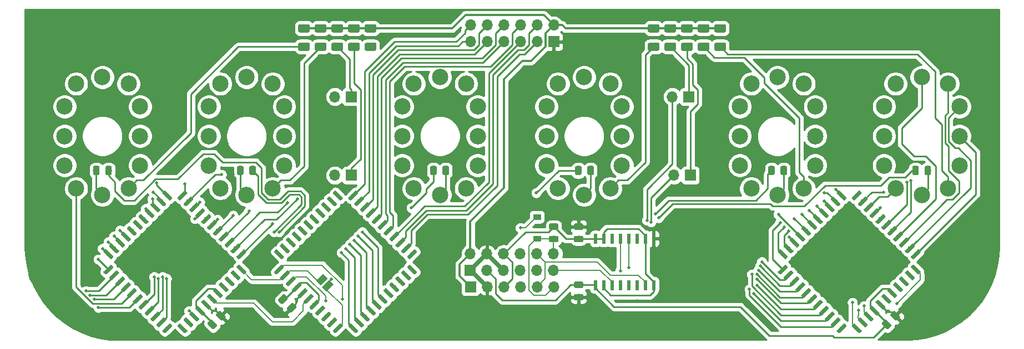
<source format=gbr>
G04 #@! TF.GenerationSoftware,KiCad,Pcbnew,(5.1.0-0)*
G04 #@! TF.CreationDate,2019-05-10T01:12:34-05:00*
G04 #@! TF.ProjectId,IN-12,494e2d31-322e-46b6-9963-61645f706362,rev?*
G04 #@! TF.SameCoordinates,Original*
G04 #@! TF.FileFunction,Copper,L2,Bot*
G04 #@! TF.FilePolarity,Positive*
%FSLAX46Y46*%
G04 Gerber Fmt 4.6, Leading zero omitted, Abs format (unit mm)*
G04 Created by KiCad (PCBNEW (5.1.0-0)) date 2019-05-10 01:12:34*
%MOMM*%
%LPD*%
G04 APERTURE LIST*
%ADD10O,1.700000X1.700000*%
%ADD11R,1.700000X1.700000*%
%ADD12C,2.500000*%
%ADD13C,0.100000*%
%ADD14C,0.600000*%
%ADD15C,0.975000*%
%ADD16C,1.000000*%
%ADD17R,1.200000X0.900000*%
%ADD18C,0.800000*%
%ADD19C,6.400000*%
%ADD20R,0.600000X1.500000*%
%ADD21C,1.250000*%
%ADD22C,0.508000*%
%ADD23C,0.254000*%
%ADD24C,0.635000*%
%ADD25C,0.304800*%
%ADD26C,0.203200*%
G04 APERTURE END LIST*
D10*
X155092400Y-119354600D03*
X152552400Y-119354600D03*
X150012400Y-119354600D03*
X147472400Y-119354600D03*
X144932400Y-119354600D03*
D11*
X142392400Y-119354600D03*
D12*
X86242400Y-105313820D03*
X90240360Y-104313060D03*
X91990420Y-96314600D03*
X91990420Y-91816260D03*
X90240360Y-88316140D03*
X86242400Y-87315380D03*
X82244440Y-88316140D03*
X80494380Y-91816260D03*
X80494380Y-96314600D03*
X80494380Y-100812940D03*
X82244440Y-104313060D03*
X91990420Y-100812940D03*
X108242400Y-105313820D03*
X112240360Y-104313060D03*
X113990420Y-96314600D03*
X113990420Y-91816260D03*
X112240360Y-88316140D03*
X108242400Y-87315380D03*
X104244440Y-88316140D03*
X102494380Y-91816260D03*
X102494380Y-96314600D03*
X102494380Y-100812940D03*
X104244440Y-104313060D03*
X113990420Y-100812940D03*
X137742400Y-105313820D03*
X141740360Y-104313060D03*
X143490420Y-96314600D03*
X143490420Y-91816260D03*
X141740360Y-88316140D03*
X137742400Y-87315380D03*
X133744440Y-88316140D03*
X131994380Y-91816260D03*
X131994380Y-96314600D03*
X131994380Y-100812940D03*
X133744440Y-104313060D03*
X143490420Y-100812940D03*
X159742400Y-105313820D03*
X163740360Y-104313060D03*
X165490420Y-96314600D03*
X165490420Y-91816260D03*
X163740360Y-88316140D03*
X159742400Y-87315380D03*
X155744440Y-88316140D03*
X153994380Y-91816260D03*
X153994380Y-96314600D03*
X153994380Y-100812940D03*
X155744440Y-104313060D03*
X165490420Y-100812940D03*
X189242400Y-105313820D03*
X193240360Y-104313060D03*
X194990420Y-96314600D03*
X194990420Y-91816260D03*
X193240360Y-88316140D03*
X189242400Y-87315380D03*
X185244440Y-88316140D03*
X183494380Y-91816260D03*
X183494380Y-96314600D03*
X183494380Y-100812940D03*
X185244440Y-104313060D03*
X194990420Y-100812940D03*
X211242400Y-105313820D03*
X215240360Y-104313060D03*
X216990420Y-96314600D03*
X216990420Y-91816260D03*
X215240360Y-88316140D03*
X211242400Y-87315380D03*
X207244440Y-88316140D03*
X205494380Y-91816260D03*
X205494380Y-96314600D03*
X205494380Y-100812940D03*
X207244440Y-104313060D03*
X216990420Y-100812940D03*
D10*
X121702400Y-90314600D03*
D11*
X124242400Y-90314600D03*
D10*
X121702400Y-102314600D03*
D11*
X124242400Y-102314600D03*
D10*
X173202400Y-90314600D03*
D11*
X175742400Y-90314600D03*
D10*
X173412000Y-102314600D03*
D11*
X175952000Y-102314600D03*
D13*
G36*
X128504841Y-108239401D02*
G01*
X128519402Y-108241561D01*
X128533681Y-108245138D01*
X128547541Y-108250097D01*
X128560848Y-108256391D01*
X128573474Y-108263959D01*
X128585297Y-108272727D01*
X128596204Y-108282613D01*
X128808336Y-108494745D01*
X128818222Y-108505652D01*
X128826990Y-108517475D01*
X128834558Y-108530101D01*
X128840852Y-108543408D01*
X128845811Y-108557268D01*
X128849388Y-108571547D01*
X128851548Y-108586108D01*
X128852270Y-108600811D01*
X128851548Y-108615514D01*
X128849388Y-108630075D01*
X128845811Y-108644354D01*
X128840852Y-108658214D01*
X128834558Y-108671521D01*
X128826990Y-108684147D01*
X128818222Y-108695970D01*
X128808336Y-108706877D01*
X127818386Y-109696827D01*
X127807479Y-109706713D01*
X127795656Y-109715481D01*
X127783030Y-109723049D01*
X127769723Y-109729343D01*
X127755863Y-109734302D01*
X127741584Y-109737879D01*
X127727023Y-109740039D01*
X127712320Y-109740761D01*
X127697617Y-109740039D01*
X127683056Y-109737879D01*
X127668777Y-109734302D01*
X127654917Y-109729343D01*
X127641610Y-109723049D01*
X127628984Y-109715481D01*
X127617161Y-109706713D01*
X127606254Y-109696827D01*
X127394122Y-109484695D01*
X127384236Y-109473788D01*
X127375468Y-109461965D01*
X127367900Y-109449339D01*
X127361606Y-109436032D01*
X127356647Y-109422172D01*
X127353070Y-109407893D01*
X127350910Y-109393332D01*
X127350188Y-109378629D01*
X127350910Y-109363926D01*
X127353070Y-109349365D01*
X127356647Y-109335086D01*
X127361606Y-109321226D01*
X127367900Y-109307919D01*
X127375468Y-109295293D01*
X127384236Y-109283470D01*
X127394122Y-109272563D01*
X128384072Y-108282613D01*
X128394979Y-108272727D01*
X128406802Y-108263959D01*
X128419428Y-108256391D01*
X128432735Y-108250097D01*
X128446595Y-108245138D01*
X128460874Y-108241561D01*
X128475435Y-108239401D01*
X128490138Y-108238679D01*
X128504841Y-108239401D01*
X128504841Y-108239401D01*
G37*
D14*
X128101229Y-108989720D03*
D13*
G36*
X127606815Y-107341376D02*
G01*
X127621376Y-107343536D01*
X127635655Y-107347113D01*
X127649515Y-107352072D01*
X127662822Y-107358366D01*
X127675448Y-107365934D01*
X127687271Y-107374702D01*
X127698178Y-107384588D01*
X127910310Y-107596720D01*
X127920196Y-107607627D01*
X127928964Y-107619450D01*
X127936532Y-107632076D01*
X127942826Y-107645383D01*
X127947785Y-107659243D01*
X127951362Y-107673522D01*
X127953522Y-107688083D01*
X127954244Y-107702786D01*
X127953522Y-107717489D01*
X127951362Y-107732050D01*
X127947785Y-107746329D01*
X127942826Y-107760189D01*
X127936532Y-107773496D01*
X127928964Y-107786122D01*
X127920196Y-107797945D01*
X127910310Y-107808852D01*
X126920360Y-108798802D01*
X126909453Y-108808688D01*
X126897630Y-108817456D01*
X126885004Y-108825024D01*
X126871697Y-108831318D01*
X126857837Y-108836277D01*
X126843558Y-108839854D01*
X126828997Y-108842014D01*
X126814294Y-108842736D01*
X126799591Y-108842014D01*
X126785030Y-108839854D01*
X126770751Y-108836277D01*
X126756891Y-108831318D01*
X126743584Y-108825024D01*
X126730958Y-108817456D01*
X126719135Y-108808688D01*
X126708228Y-108798802D01*
X126496096Y-108586670D01*
X126486210Y-108575763D01*
X126477442Y-108563940D01*
X126469874Y-108551314D01*
X126463580Y-108538007D01*
X126458621Y-108524147D01*
X126455044Y-108509868D01*
X126452884Y-108495307D01*
X126452162Y-108480604D01*
X126452884Y-108465901D01*
X126455044Y-108451340D01*
X126458621Y-108437061D01*
X126463580Y-108423201D01*
X126469874Y-108409894D01*
X126477442Y-108397268D01*
X126486210Y-108385445D01*
X126496096Y-108374538D01*
X127486046Y-107384588D01*
X127496953Y-107374702D01*
X127508776Y-107365934D01*
X127521402Y-107358366D01*
X127534709Y-107352072D01*
X127548569Y-107347113D01*
X127562848Y-107343536D01*
X127577409Y-107341376D01*
X127592112Y-107340654D01*
X127606815Y-107341376D01*
X127606815Y-107341376D01*
G37*
D14*
X127203203Y-108091695D03*
D13*
G36*
X126708789Y-106443350D02*
G01*
X126723350Y-106445510D01*
X126737629Y-106449087D01*
X126751489Y-106454046D01*
X126764796Y-106460340D01*
X126777422Y-106467908D01*
X126789245Y-106476676D01*
X126800152Y-106486562D01*
X127012284Y-106698694D01*
X127022170Y-106709601D01*
X127030938Y-106721424D01*
X127038506Y-106734050D01*
X127044800Y-106747357D01*
X127049759Y-106761217D01*
X127053336Y-106775496D01*
X127055496Y-106790057D01*
X127056218Y-106804760D01*
X127055496Y-106819463D01*
X127053336Y-106834024D01*
X127049759Y-106848303D01*
X127044800Y-106862163D01*
X127038506Y-106875470D01*
X127030938Y-106888096D01*
X127022170Y-106899919D01*
X127012284Y-106910826D01*
X126022334Y-107900776D01*
X126011427Y-107910662D01*
X125999604Y-107919430D01*
X125986978Y-107926998D01*
X125973671Y-107933292D01*
X125959811Y-107938251D01*
X125945532Y-107941828D01*
X125930971Y-107943988D01*
X125916268Y-107944710D01*
X125901565Y-107943988D01*
X125887004Y-107941828D01*
X125872725Y-107938251D01*
X125858865Y-107933292D01*
X125845558Y-107926998D01*
X125832932Y-107919430D01*
X125821109Y-107910662D01*
X125810202Y-107900776D01*
X125598070Y-107688644D01*
X125588184Y-107677737D01*
X125579416Y-107665914D01*
X125571848Y-107653288D01*
X125565554Y-107639981D01*
X125560595Y-107626121D01*
X125557018Y-107611842D01*
X125554858Y-107597281D01*
X125554136Y-107582578D01*
X125554858Y-107567875D01*
X125557018Y-107553314D01*
X125560595Y-107539035D01*
X125565554Y-107525175D01*
X125571848Y-107511868D01*
X125579416Y-107499242D01*
X125588184Y-107487419D01*
X125598070Y-107476512D01*
X126588020Y-106486562D01*
X126598927Y-106476676D01*
X126610750Y-106467908D01*
X126623376Y-106460340D01*
X126636683Y-106454046D01*
X126650543Y-106449087D01*
X126664822Y-106445510D01*
X126679383Y-106443350D01*
X126694086Y-106442628D01*
X126708789Y-106443350D01*
X126708789Y-106443350D01*
G37*
D14*
X126305177Y-107193669D03*
D13*
G36*
X125810764Y-105545324D02*
G01*
X125825325Y-105547484D01*
X125839604Y-105551061D01*
X125853464Y-105556020D01*
X125866771Y-105562314D01*
X125879397Y-105569882D01*
X125891220Y-105578650D01*
X125902127Y-105588536D01*
X126114259Y-105800668D01*
X126124145Y-105811575D01*
X126132913Y-105823398D01*
X126140481Y-105836024D01*
X126146775Y-105849331D01*
X126151734Y-105863191D01*
X126155311Y-105877470D01*
X126157471Y-105892031D01*
X126158193Y-105906734D01*
X126157471Y-105921437D01*
X126155311Y-105935998D01*
X126151734Y-105950277D01*
X126146775Y-105964137D01*
X126140481Y-105977444D01*
X126132913Y-105990070D01*
X126124145Y-106001893D01*
X126114259Y-106012800D01*
X125124309Y-107002750D01*
X125113402Y-107012636D01*
X125101579Y-107021404D01*
X125088953Y-107028972D01*
X125075646Y-107035266D01*
X125061786Y-107040225D01*
X125047507Y-107043802D01*
X125032946Y-107045962D01*
X125018243Y-107046684D01*
X125003540Y-107045962D01*
X124988979Y-107043802D01*
X124974700Y-107040225D01*
X124960840Y-107035266D01*
X124947533Y-107028972D01*
X124934907Y-107021404D01*
X124923084Y-107012636D01*
X124912177Y-107002750D01*
X124700045Y-106790618D01*
X124690159Y-106779711D01*
X124681391Y-106767888D01*
X124673823Y-106755262D01*
X124667529Y-106741955D01*
X124662570Y-106728095D01*
X124658993Y-106713816D01*
X124656833Y-106699255D01*
X124656111Y-106684552D01*
X124656833Y-106669849D01*
X124658993Y-106655288D01*
X124662570Y-106641009D01*
X124667529Y-106627149D01*
X124673823Y-106613842D01*
X124681391Y-106601216D01*
X124690159Y-106589393D01*
X124700045Y-106578486D01*
X125689995Y-105588536D01*
X125700902Y-105578650D01*
X125712725Y-105569882D01*
X125725351Y-105562314D01*
X125738658Y-105556020D01*
X125752518Y-105551061D01*
X125766797Y-105547484D01*
X125781358Y-105545324D01*
X125796061Y-105544602D01*
X125810764Y-105545324D01*
X125810764Y-105545324D01*
G37*
D14*
X125407152Y-106295643D03*
D13*
G36*
X124912738Y-104647299D02*
G01*
X124927299Y-104649459D01*
X124941578Y-104653036D01*
X124955438Y-104657995D01*
X124968745Y-104664289D01*
X124981371Y-104671857D01*
X124993194Y-104680625D01*
X125004101Y-104690511D01*
X125216233Y-104902643D01*
X125226119Y-104913550D01*
X125234887Y-104925373D01*
X125242455Y-104937999D01*
X125248749Y-104951306D01*
X125253708Y-104965166D01*
X125257285Y-104979445D01*
X125259445Y-104994006D01*
X125260167Y-105008709D01*
X125259445Y-105023412D01*
X125257285Y-105037973D01*
X125253708Y-105052252D01*
X125248749Y-105066112D01*
X125242455Y-105079419D01*
X125234887Y-105092045D01*
X125226119Y-105103868D01*
X125216233Y-105114775D01*
X124226283Y-106104725D01*
X124215376Y-106114611D01*
X124203553Y-106123379D01*
X124190927Y-106130947D01*
X124177620Y-106137241D01*
X124163760Y-106142200D01*
X124149481Y-106145777D01*
X124134920Y-106147937D01*
X124120217Y-106148659D01*
X124105514Y-106147937D01*
X124090953Y-106145777D01*
X124076674Y-106142200D01*
X124062814Y-106137241D01*
X124049507Y-106130947D01*
X124036881Y-106123379D01*
X124025058Y-106114611D01*
X124014151Y-106104725D01*
X123802019Y-105892593D01*
X123792133Y-105881686D01*
X123783365Y-105869863D01*
X123775797Y-105857237D01*
X123769503Y-105843930D01*
X123764544Y-105830070D01*
X123760967Y-105815791D01*
X123758807Y-105801230D01*
X123758085Y-105786527D01*
X123758807Y-105771824D01*
X123760967Y-105757263D01*
X123764544Y-105742984D01*
X123769503Y-105729124D01*
X123775797Y-105715817D01*
X123783365Y-105703191D01*
X123792133Y-105691368D01*
X123802019Y-105680461D01*
X124791969Y-104690511D01*
X124802876Y-104680625D01*
X124814699Y-104671857D01*
X124827325Y-104664289D01*
X124840632Y-104657995D01*
X124854492Y-104653036D01*
X124868771Y-104649459D01*
X124883332Y-104647299D01*
X124898035Y-104646577D01*
X124912738Y-104647299D01*
X124912738Y-104647299D01*
G37*
D14*
X124509126Y-105397618D03*
D13*
G36*
X121801468Y-104647299D02*
G01*
X121816029Y-104649459D01*
X121830308Y-104653036D01*
X121844168Y-104657995D01*
X121857475Y-104664289D01*
X121870101Y-104671857D01*
X121881924Y-104680625D01*
X121892831Y-104690511D01*
X122882781Y-105680461D01*
X122892667Y-105691368D01*
X122901435Y-105703191D01*
X122909003Y-105715817D01*
X122915297Y-105729124D01*
X122920256Y-105742984D01*
X122923833Y-105757263D01*
X122925993Y-105771824D01*
X122926715Y-105786527D01*
X122925993Y-105801230D01*
X122923833Y-105815791D01*
X122920256Y-105830070D01*
X122915297Y-105843930D01*
X122909003Y-105857237D01*
X122901435Y-105869863D01*
X122892667Y-105881686D01*
X122882781Y-105892593D01*
X122670649Y-106104725D01*
X122659742Y-106114611D01*
X122647919Y-106123379D01*
X122635293Y-106130947D01*
X122621986Y-106137241D01*
X122608126Y-106142200D01*
X122593847Y-106145777D01*
X122579286Y-106147937D01*
X122564583Y-106148659D01*
X122549880Y-106147937D01*
X122535319Y-106145777D01*
X122521040Y-106142200D01*
X122507180Y-106137241D01*
X122493873Y-106130947D01*
X122481247Y-106123379D01*
X122469424Y-106114611D01*
X122458517Y-106104725D01*
X121468567Y-105114775D01*
X121458681Y-105103868D01*
X121449913Y-105092045D01*
X121442345Y-105079419D01*
X121436051Y-105066112D01*
X121431092Y-105052252D01*
X121427515Y-105037973D01*
X121425355Y-105023412D01*
X121424633Y-105008709D01*
X121425355Y-104994006D01*
X121427515Y-104979445D01*
X121431092Y-104965166D01*
X121436051Y-104951306D01*
X121442345Y-104937999D01*
X121449913Y-104925373D01*
X121458681Y-104913550D01*
X121468567Y-104902643D01*
X121680699Y-104690511D01*
X121691606Y-104680625D01*
X121703429Y-104671857D01*
X121716055Y-104664289D01*
X121729362Y-104657995D01*
X121743222Y-104653036D01*
X121757501Y-104649459D01*
X121772062Y-104647299D01*
X121786765Y-104646577D01*
X121801468Y-104647299D01*
X121801468Y-104647299D01*
G37*
D14*
X122175674Y-105397618D03*
D13*
G36*
X120903442Y-105545324D02*
G01*
X120918003Y-105547484D01*
X120932282Y-105551061D01*
X120946142Y-105556020D01*
X120959449Y-105562314D01*
X120972075Y-105569882D01*
X120983898Y-105578650D01*
X120994805Y-105588536D01*
X121984755Y-106578486D01*
X121994641Y-106589393D01*
X122003409Y-106601216D01*
X122010977Y-106613842D01*
X122017271Y-106627149D01*
X122022230Y-106641009D01*
X122025807Y-106655288D01*
X122027967Y-106669849D01*
X122028689Y-106684552D01*
X122027967Y-106699255D01*
X122025807Y-106713816D01*
X122022230Y-106728095D01*
X122017271Y-106741955D01*
X122010977Y-106755262D01*
X122003409Y-106767888D01*
X121994641Y-106779711D01*
X121984755Y-106790618D01*
X121772623Y-107002750D01*
X121761716Y-107012636D01*
X121749893Y-107021404D01*
X121737267Y-107028972D01*
X121723960Y-107035266D01*
X121710100Y-107040225D01*
X121695821Y-107043802D01*
X121681260Y-107045962D01*
X121666557Y-107046684D01*
X121651854Y-107045962D01*
X121637293Y-107043802D01*
X121623014Y-107040225D01*
X121609154Y-107035266D01*
X121595847Y-107028972D01*
X121583221Y-107021404D01*
X121571398Y-107012636D01*
X121560491Y-107002750D01*
X120570541Y-106012800D01*
X120560655Y-106001893D01*
X120551887Y-105990070D01*
X120544319Y-105977444D01*
X120538025Y-105964137D01*
X120533066Y-105950277D01*
X120529489Y-105935998D01*
X120527329Y-105921437D01*
X120526607Y-105906734D01*
X120527329Y-105892031D01*
X120529489Y-105877470D01*
X120533066Y-105863191D01*
X120538025Y-105849331D01*
X120544319Y-105836024D01*
X120551887Y-105823398D01*
X120560655Y-105811575D01*
X120570541Y-105800668D01*
X120782673Y-105588536D01*
X120793580Y-105578650D01*
X120805403Y-105569882D01*
X120818029Y-105562314D01*
X120831336Y-105556020D01*
X120845196Y-105551061D01*
X120859475Y-105547484D01*
X120874036Y-105545324D01*
X120888739Y-105544602D01*
X120903442Y-105545324D01*
X120903442Y-105545324D01*
G37*
D14*
X121277648Y-106295643D03*
D13*
G36*
X120005417Y-106443350D02*
G01*
X120019978Y-106445510D01*
X120034257Y-106449087D01*
X120048117Y-106454046D01*
X120061424Y-106460340D01*
X120074050Y-106467908D01*
X120085873Y-106476676D01*
X120096780Y-106486562D01*
X121086730Y-107476512D01*
X121096616Y-107487419D01*
X121105384Y-107499242D01*
X121112952Y-107511868D01*
X121119246Y-107525175D01*
X121124205Y-107539035D01*
X121127782Y-107553314D01*
X121129942Y-107567875D01*
X121130664Y-107582578D01*
X121129942Y-107597281D01*
X121127782Y-107611842D01*
X121124205Y-107626121D01*
X121119246Y-107639981D01*
X121112952Y-107653288D01*
X121105384Y-107665914D01*
X121096616Y-107677737D01*
X121086730Y-107688644D01*
X120874598Y-107900776D01*
X120863691Y-107910662D01*
X120851868Y-107919430D01*
X120839242Y-107926998D01*
X120825935Y-107933292D01*
X120812075Y-107938251D01*
X120797796Y-107941828D01*
X120783235Y-107943988D01*
X120768532Y-107944710D01*
X120753829Y-107943988D01*
X120739268Y-107941828D01*
X120724989Y-107938251D01*
X120711129Y-107933292D01*
X120697822Y-107926998D01*
X120685196Y-107919430D01*
X120673373Y-107910662D01*
X120662466Y-107900776D01*
X119672516Y-106910826D01*
X119662630Y-106899919D01*
X119653862Y-106888096D01*
X119646294Y-106875470D01*
X119640000Y-106862163D01*
X119635041Y-106848303D01*
X119631464Y-106834024D01*
X119629304Y-106819463D01*
X119628582Y-106804760D01*
X119629304Y-106790057D01*
X119631464Y-106775496D01*
X119635041Y-106761217D01*
X119640000Y-106747357D01*
X119646294Y-106734050D01*
X119653862Y-106721424D01*
X119662630Y-106709601D01*
X119672516Y-106698694D01*
X119884648Y-106486562D01*
X119895555Y-106476676D01*
X119907378Y-106467908D01*
X119920004Y-106460340D01*
X119933311Y-106454046D01*
X119947171Y-106449087D01*
X119961450Y-106445510D01*
X119976011Y-106443350D01*
X119990714Y-106442628D01*
X120005417Y-106443350D01*
X120005417Y-106443350D01*
G37*
D14*
X120379623Y-107193669D03*
D13*
G36*
X119107391Y-107341376D02*
G01*
X119121952Y-107343536D01*
X119136231Y-107347113D01*
X119150091Y-107352072D01*
X119163398Y-107358366D01*
X119176024Y-107365934D01*
X119187847Y-107374702D01*
X119198754Y-107384588D01*
X120188704Y-108374538D01*
X120198590Y-108385445D01*
X120207358Y-108397268D01*
X120214926Y-108409894D01*
X120221220Y-108423201D01*
X120226179Y-108437061D01*
X120229756Y-108451340D01*
X120231916Y-108465901D01*
X120232638Y-108480604D01*
X120231916Y-108495307D01*
X120229756Y-108509868D01*
X120226179Y-108524147D01*
X120221220Y-108538007D01*
X120214926Y-108551314D01*
X120207358Y-108563940D01*
X120198590Y-108575763D01*
X120188704Y-108586670D01*
X119976572Y-108798802D01*
X119965665Y-108808688D01*
X119953842Y-108817456D01*
X119941216Y-108825024D01*
X119927909Y-108831318D01*
X119914049Y-108836277D01*
X119899770Y-108839854D01*
X119885209Y-108842014D01*
X119870506Y-108842736D01*
X119855803Y-108842014D01*
X119841242Y-108839854D01*
X119826963Y-108836277D01*
X119813103Y-108831318D01*
X119799796Y-108825024D01*
X119787170Y-108817456D01*
X119775347Y-108808688D01*
X119764440Y-108798802D01*
X118774490Y-107808852D01*
X118764604Y-107797945D01*
X118755836Y-107786122D01*
X118748268Y-107773496D01*
X118741974Y-107760189D01*
X118737015Y-107746329D01*
X118733438Y-107732050D01*
X118731278Y-107717489D01*
X118730556Y-107702786D01*
X118731278Y-107688083D01*
X118733438Y-107673522D01*
X118737015Y-107659243D01*
X118741974Y-107645383D01*
X118748268Y-107632076D01*
X118755836Y-107619450D01*
X118764604Y-107607627D01*
X118774490Y-107596720D01*
X118986622Y-107384588D01*
X118997529Y-107374702D01*
X119009352Y-107365934D01*
X119021978Y-107358366D01*
X119035285Y-107352072D01*
X119049145Y-107347113D01*
X119063424Y-107343536D01*
X119077985Y-107341376D01*
X119092688Y-107340654D01*
X119107391Y-107341376D01*
X119107391Y-107341376D01*
G37*
D14*
X119481597Y-108091695D03*
D13*
G36*
X118209365Y-108239401D02*
G01*
X118223926Y-108241561D01*
X118238205Y-108245138D01*
X118252065Y-108250097D01*
X118265372Y-108256391D01*
X118277998Y-108263959D01*
X118289821Y-108272727D01*
X118300728Y-108282613D01*
X119290678Y-109272563D01*
X119300564Y-109283470D01*
X119309332Y-109295293D01*
X119316900Y-109307919D01*
X119323194Y-109321226D01*
X119328153Y-109335086D01*
X119331730Y-109349365D01*
X119333890Y-109363926D01*
X119334612Y-109378629D01*
X119333890Y-109393332D01*
X119331730Y-109407893D01*
X119328153Y-109422172D01*
X119323194Y-109436032D01*
X119316900Y-109449339D01*
X119309332Y-109461965D01*
X119300564Y-109473788D01*
X119290678Y-109484695D01*
X119078546Y-109696827D01*
X119067639Y-109706713D01*
X119055816Y-109715481D01*
X119043190Y-109723049D01*
X119029883Y-109729343D01*
X119016023Y-109734302D01*
X119001744Y-109737879D01*
X118987183Y-109740039D01*
X118972480Y-109740761D01*
X118957777Y-109740039D01*
X118943216Y-109737879D01*
X118928937Y-109734302D01*
X118915077Y-109729343D01*
X118901770Y-109723049D01*
X118889144Y-109715481D01*
X118877321Y-109706713D01*
X118866414Y-109696827D01*
X117876464Y-108706877D01*
X117866578Y-108695970D01*
X117857810Y-108684147D01*
X117850242Y-108671521D01*
X117843948Y-108658214D01*
X117838989Y-108644354D01*
X117835412Y-108630075D01*
X117833252Y-108615514D01*
X117832530Y-108600811D01*
X117833252Y-108586108D01*
X117835412Y-108571547D01*
X117838989Y-108557268D01*
X117843948Y-108543408D01*
X117850242Y-108530101D01*
X117857810Y-108517475D01*
X117866578Y-108505652D01*
X117876464Y-108494745D01*
X118088596Y-108282613D01*
X118099503Y-108272727D01*
X118111326Y-108263959D01*
X118123952Y-108256391D01*
X118137259Y-108250097D01*
X118151119Y-108245138D01*
X118165398Y-108241561D01*
X118179959Y-108239401D01*
X118194662Y-108238679D01*
X118209365Y-108239401D01*
X118209365Y-108239401D01*
G37*
D14*
X118583571Y-108989720D03*
D13*
G36*
X117311340Y-109137427D02*
G01*
X117325901Y-109139587D01*
X117340180Y-109143164D01*
X117354040Y-109148123D01*
X117367347Y-109154417D01*
X117379973Y-109161985D01*
X117391796Y-109170753D01*
X117402703Y-109180639D01*
X118392653Y-110170589D01*
X118402539Y-110181496D01*
X118411307Y-110193319D01*
X118418875Y-110205945D01*
X118425169Y-110219252D01*
X118430128Y-110233112D01*
X118433705Y-110247391D01*
X118435865Y-110261952D01*
X118436587Y-110276655D01*
X118435865Y-110291358D01*
X118433705Y-110305919D01*
X118430128Y-110320198D01*
X118425169Y-110334058D01*
X118418875Y-110347365D01*
X118411307Y-110359991D01*
X118402539Y-110371814D01*
X118392653Y-110382721D01*
X118180521Y-110594853D01*
X118169614Y-110604739D01*
X118157791Y-110613507D01*
X118145165Y-110621075D01*
X118131858Y-110627369D01*
X118117998Y-110632328D01*
X118103719Y-110635905D01*
X118089158Y-110638065D01*
X118074455Y-110638787D01*
X118059752Y-110638065D01*
X118045191Y-110635905D01*
X118030912Y-110632328D01*
X118017052Y-110627369D01*
X118003745Y-110621075D01*
X117991119Y-110613507D01*
X117979296Y-110604739D01*
X117968389Y-110594853D01*
X116978439Y-109604903D01*
X116968553Y-109593996D01*
X116959785Y-109582173D01*
X116952217Y-109569547D01*
X116945923Y-109556240D01*
X116940964Y-109542380D01*
X116937387Y-109528101D01*
X116935227Y-109513540D01*
X116934505Y-109498837D01*
X116935227Y-109484134D01*
X116937387Y-109469573D01*
X116940964Y-109455294D01*
X116945923Y-109441434D01*
X116952217Y-109428127D01*
X116959785Y-109415501D01*
X116968553Y-109403678D01*
X116978439Y-109392771D01*
X117190571Y-109180639D01*
X117201478Y-109170753D01*
X117213301Y-109161985D01*
X117225927Y-109154417D01*
X117239234Y-109148123D01*
X117253094Y-109143164D01*
X117267373Y-109139587D01*
X117281934Y-109137427D01*
X117296637Y-109136705D01*
X117311340Y-109137427D01*
X117311340Y-109137427D01*
G37*
D14*
X117685546Y-109887746D03*
D13*
G36*
X116413314Y-110035452D02*
G01*
X116427875Y-110037612D01*
X116442154Y-110041189D01*
X116456014Y-110046148D01*
X116469321Y-110052442D01*
X116481947Y-110060010D01*
X116493770Y-110068778D01*
X116504677Y-110078664D01*
X117494627Y-111068614D01*
X117504513Y-111079521D01*
X117513281Y-111091344D01*
X117520849Y-111103970D01*
X117527143Y-111117277D01*
X117532102Y-111131137D01*
X117535679Y-111145416D01*
X117537839Y-111159977D01*
X117538561Y-111174680D01*
X117537839Y-111189383D01*
X117535679Y-111203944D01*
X117532102Y-111218223D01*
X117527143Y-111232083D01*
X117520849Y-111245390D01*
X117513281Y-111258016D01*
X117504513Y-111269839D01*
X117494627Y-111280746D01*
X117282495Y-111492878D01*
X117271588Y-111502764D01*
X117259765Y-111511532D01*
X117247139Y-111519100D01*
X117233832Y-111525394D01*
X117219972Y-111530353D01*
X117205693Y-111533930D01*
X117191132Y-111536090D01*
X117176429Y-111536812D01*
X117161726Y-111536090D01*
X117147165Y-111533930D01*
X117132886Y-111530353D01*
X117119026Y-111525394D01*
X117105719Y-111519100D01*
X117093093Y-111511532D01*
X117081270Y-111502764D01*
X117070363Y-111492878D01*
X116080413Y-110502928D01*
X116070527Y-110492021D01*
X116061759Y-110480198D01*
X116054191Y-110467572D01*
X116047897Y-110454265D01*
X116042938Y-110440405D01*
X116039361Y-110426126D01*
X116037201Y-110411565D01*
X116036479Y-110396862D01*
X116037201Y-110382159D01*
X116039361Y-110367598D01*
X116042938Y-110353319D01*
X116047897Y-110339459D01*
X116054191Y-110326152D01*
X116061759Y-110313526D01*
X116070527Y-110301703D01*
X116080413Y-110290796D01*
X116292545Y-110078664D01*
X116303452Y-110068778D01*
X116315275Y-110060010D01*
X116327901Y-110052442D01*
X116341208Y-110046148D01*
X116355068Y-110041189D01*
X116369347Y-110037612D01*
X116383908Y-110035452D01*
X116398611Y-110034730D01*
X116413314Y-110035452D01*
X116413314Y-110035452D01*
G37*
D14*
X116787520Y-110785771D03*
D13*
G36*
X115515289Y-110933478D02*
G01*
X115529850Y-110935638D01*
X115544129Y-110939215D01*
X115557989Y-110944174D01*
X115571296Y-110950468D01*
X115583922Y-110958036D01*
X115595745Y-110966804D01*
X115606652Y-110976690D01*
X116596602Y-111966640D01*
X116606488Y-111977547D01*
X116615256Y-111989370D01*
X116622824Y-112001996D01*
X116629118Y-112015303D01*
X116634077Y-112029163D01*
X116637654Y-112043442D01*
X116639814Y-112058003D01*
X116640536Y-112072706D01*
X116639814Y-112087409D01*
X116637654Y-112101970D01*
X116634077Y-112116249D01*
X116629118Y-112130109D01*
X116622824Y-112143416D01*
X116615256Y-112156042D01*
X116606488Y-112167865D01*
X116596602Y-112178772D01*
X116384470Y-112390904D01*
X116373563Y-112400790D01*
X116361740Y-112409558D01*
X116349114Y-112417126D01*
X116335807Y-112423420D01*
X116321947Y-112428379D01*
X116307668Y-112431956D01*
X116293107Y-112434116D01*
X116278404Y-112434838D01*
X116263701Y-112434116D01*
X116249140Y-112431956D01*
X116234861Y-112428379D01*
X116221001Y-112423420D01*
X116207694Y-112417126D01*
X116195068Y-112409558D01*
X116183245Y-112400790D01*
X116172338Y-112390904D01*
X115182388Y-111400954D01*
X115172502Y-111390047D01*
X115163734Y-111378224D01*
X115156166Y-111365598D01*
X115149872Y-111352291D01*
X115144913Y-111338431D01*
X115141336Y-111324152D01*
X115139176Y-111309591D01*
X115138454Y-111294888D01*
X115139176Y-111280185D01*
X115141336Y-111265624D01*
X115144913Y-111251345D01*
X115149872Y-111237485D01*
X115156166Y-111224178D01*
X115163734Y-111211552D01*
X115172502Y-111199729D01*
X115182388Y-111188822D01*
X115394520Y-110976690D01*
X115405427Y-110966804D01*
X115417250Y-110958036D01*
X115429876Y-110950468D01*
X115443183Y-110944174D01*
X115457043Y-110939215D01*
X115471322Y-110935638D01*
X115485883Y-110933478D01*
X115500586Y-110932756D01*
X115515289Y-110933478D01*
X115515289Y-110933478D01*
G37*
D14*
X115889495Y-111683797D03*
D13*
G36*
X114617263Y-111831504D02*
G01*
X114631824Y-111833664D01*
X114646103Y-111837241D01*
X114659963Y-111842200D01*
X114673270Y-111848494D01*
X114685896Y-111856062D01*
X114697719Y-111864830D01*
X114708626Y-111874716D01*
X115698576Y-112864666D01*
X115708462Y-112875573D01*
X115717230Y-112887396D01*
X115724798Y-112900022D01*
X115731092Y-112913329D01*
X115736051Y-112927189D01*
X115739628Y-112941468D01*
X115741788Y-112956029D01*
X115742510Y-112970732D01*
X115741788Y-112985435D01*
X115739628Y-112999996D01*
X115736051Y-113014275D01*
X115731092Y-113028135D01*
X115724798Y-113041442D01*
X115717230Y-113054068D01*
X115708462Y-113065891D01*
X115698576Y-113076798D01*
X115486444Y-113288930D01*
X115475537Y-113298816D01*
X115463714Y-113307584D01*
X115451088Y-113315152D01*
X115437781Y-113321446D01*
X115423921Y-113326405D01*
X115409642Y-113329982D01*
X115395081Y-113332142D01*
X115380378Y-113332864D01*
X115365675Y-113332142D01*
X115351114Y-113329982D01*
X115336835Y-113326405D01*
X115322975Y-113321446D01*
X115309668Y-113315152D01*
X115297042Y-113307584D01*
X115285219Y-113298816D01*
X115274312Y-113288930D01*
X114284362Y-112298980D01*
X114274476Y-112288073D01*
X114265708Y-112276250D01*
X114258140Y-112263624D01*
X114251846Y-112250317D01*
X114246887Y-112236457D01*
X114243310Y-112222178D01*
X114241150Y-112207617D01*
X114240428Y-112192914D01*
X114241150Y-112178211D01*
X114243310Y-112163650D01*
X114246887Y-112149371D01*
X114251846Y-112135511D01*
X114258140Y-112122204D01*
X114265708Y-112109578D01*
X114274476Y-112097755D01*
X114284362Y-112086848D01*
X114496494Y-111874716D01*
X114507401Y-111864830D01*
X114519224Y-111856062D01*
X114531850Y-111848494D01*
X114545157Y-111842200D01*
X114559017Y-111837241D01*
X114573296Y-111833664D01*
X114587857Y-111831504D01*
X114602560Y-111830782D01*
X114617263Y-111831504D01*
X114617263Y-111831504D01*
G37*
D14*
X114991469Y-112581823D03*
D13*
G36*
X113719237Y-112729529D02*
G01*
X113733798Y-112731689D01*
X113748077Y-112735266D01*
X113761937Y-112740225D01*
X113775244Y-112746519D01*
X113787870Y-112754087D01*
X113799693Y-112762855D01*
X113810600Y-112772741D01*
X114800550Y-113762691D01*
X114810436Y-113773598D01*
X114819204Y-113785421D01*
X114826772Y-113798047D01*
X114833066Y-113811354D01*
X114838025Y-113825214D01*
X114841602Y-113839493D01*
X114843762Y-113854054D01*
X114844484Y-113868757D01*
X114843762Y-113883460D01*
X114841602Y-113898021D01*
X114838025Y-113912300D01*
X114833066Y-113926160D01*
X114826772Y-113939467D01*
X114819204Y-113952093D01*
X114810436Y-113963916D01*
X114800550Y-113974823D01*
X114588418Y-114186955D01*
X114577511Y-114196841D01*
X114565688Y-114205609D01*
X114553062Y-114213177D01*
X114539755Y-114219471D01*
X114525895Y-114224430D01*
X114511616Y-114228007D01*
X114497055Y-114230167D01*
X114482352Y-114230889D01*
X114467649Y-114230167D01*
X114453088Y-114228007D01*
X114438809Y-114224430D01*
X114424949Y-114219471D01*
X114411642Y-114213177D01*
X114399016Y-114205609D01*
X114387193Y-114196841D01*
X114376286Y-114186955D01*
X113386336Y-113197005D01*
X113376450Y-113186098D01*
X113367682Y-113174275D01*
X113360114Y-113161649D01*
X113353820Y-113148342D01*
X113348861Y-113134482D01*
X113345284Y-113120203D01*
X113343124Y-113105642D01*
X113342402Y-113090939D01*
X113343124Y-113076236D01*
X113345284Y-113061675D01*
X113348861Y-113047396D01*
X113353820Y-113033536D01*
X113360114Y-113020229D01*
X113367682Y-113007603D01*
X113376450Y-112995780D01*
X113386336Y-112984873D01*
X113598468Y-112772741D01*
X113609375Y-112762855D01*
X113621198Y-112754087D01*
X113633824Y-112746519D01*
X113647131Y-112740225D01*
X113660991Y-112735266D01*
X113675270Y-112731689D01*
X113689831Y-112729529D01*
X113704534Y-112728807D01*
X113719237Y-112729529D01*
X113719237Y-112729529D01*
G37*
D14*
X114093443Y-113479848D03*
D13*
G36*
X112821212Y-113627555D02*
G01*
X112835773Y-113629715D01*
X112850052Y-113633292D01*
X112863912Y-113638251D01*
X112877219Y-113644545D01*
X112889845Y-113652113D01*
X112901668Y-113660881D01*
X112912575Y-113670767D01*
X113902525Y-114660717D01*
X113912411Y-114671624D01*
X113921179Y-114683447D01*
X113928747Y-114696073D01*
X113935041Y-114709380D01*
X113940000Y-114723240D01*
X113943577Y-114737519D01*
X113945737Y-114752080D01*
X113946459Y-114766783D01*
X113945737Y-114781486D01*
X113943577Y-114796047D01*
X113940000Y-114810326D01*
X113935041Y-114824186D01*
X113928747Y-114837493D01*
X113921179Y-114850119D01*
X113912411Y-114861942D01*
X113902525Y-114872849D01*
X113690393Y-115084981D01*
X113679486Y-115094867D01*
X113667663Y-115103635D01*
X113655037Y-115111203D01*
X113641730Y-115117497D01*
X113627870Y-115122456D01*
X113613591Y-115126033D01*
X113599030Y-115128193D01*
X113584327Y-115128915D01*
X113569624Y-115128193D01*
X113555063Y-115126033D01*
X113540784Y-115122456D01*
X113526924Y-115117497D01*
X113513617Y-115111203D01*
X113500991Y-115103635D01*
X113489168Y-115094867D01*
X113478261Y-115084981D01*
X112488311Y-114095031D01*
X112478425Y-114084124D01*
X112469657Y-114072301D01*
X112462089Y-114059675D01*
X112455795Y-114046368D01*
X112450836Y-114032508D01*
X112447259Y-114018229D01*
X112445099Y-114003668D01*
X112444377Y-113988965D01*
X112445099Y-113974262D01*
X112447259Y-113959701D01*
X112450836Y-113945422D01*
X112455795Y-113931562D01*
X112462089Y-113918255D01*
X112469657Y-113905629D01*
X112478425Y-113893806D01*
X112488311Y-113882899D01*
X112700443Y-113670767D01*
X112711350Y-113660881D01*
X112723173Y-113652113D01*
X112735799Y-113644545D01*
X112749106Y-113638251D01*
X112762966Y-113633292D01*
X112777245Y-113629715D01*
X112791806Y-113627555D01*
X112806509Y-113626833D01*
X112821212Y-113627555D01*
X112821212Y-113627555D01*
G37*
D14*
X113195418Y-114377874D03*
D13*
G36*
X113599030Y-115961007D02*
G01*
X113613591Y-115963167D01*
X113627870Y-115966744D01*
X113641730Y-115971703D01*
X113655037Y-115977997D01*
X113667663Y-115985565D01*
X113679486Y-115994333D01*
X113690393Y-116004219D01*
X113902525Y-116216351D01*
X113912411Y-116227258D01*
X113921179Y-116239081D01*
X113928747Y-116251707D01*
X113935041Y-116265014D01*
X113940000Y-116278874D01*
X113943577Y-116293153D01*
X113945737Y-116307714D01*
X113946459Y-116322417D01*
X113945737Y-116337120D01*
X113943577Y-116351681D01*
X113940000Y-116365960D01*
X113935041Y-116379820D01*
X113928747Y-116393127D01*
X113921179Y-116405753D01*
X113912411Y-116417576D01*
X113902525Y-116428483D01*
X112912575Y-117418433D01*
X112901668Y-117428319D01*
X112889845Y-117437087D01*
X112877219Y-117444655D01*
X112863912Y-117450949D01*
X112850052Y-117455908D01*
X112835773Y-117459485D01*
X112821212Y-117461645D01*
X112806509Y-117462367D01*
X112791806Y-117461645D01*
X112777245Y-117459485D01*
X112762966Y-117455908D01*
X112749106Y-117450949D01*
X112735799Y-117444655D01*
X112723173Y-117437087D01*
X112711350Y-117428319D01*
X112700443Y-117418433D01*
X112488311Y-117206301D01*
X112478425Y-117195394D01*
X112469657Y-117183571D01*
X112462089Y-117170945D01*
X112455795Y-117157638D01*
X112450836Y-117143778D01*
X112447259Y-117129499D01*
X112445099Y-117114938D01*
X112444377Y-117100235D01*
X112445099Y-117085532D01*
X112447259Y-117070971D01*
X112450836Y-117056692D01*
X112455795Y-117042832D01*
X112462089Y-117029525D01*
X112469657Y-117016899D01*
X112478425Y-117005076D01*
X112488311Y-116994169D01*
X113478261Y-116004219D01*
X113489168Y-115994333D01*
X113500991Y-115985565D01*
X113513617Y-115977997D01*
X113526924Y-115971703D01*
X113540784Y-115966744D01*
X113555063Y-115963167D01*
X113569624Y-115961007D01*
X113584327Y-115960285D01*
X113599030Y-115961007D01*
X113599030Y-115961007D01*
G37*
D14*
X113195418Y-116711326D03*
D13*
G36*
X114497055Y-116859033D02*
G01*
X114511616Y-116861193D01*
X114525895Y-116864770D01*
X114539755Y-116869729D01*
X114553062Y-116876023D01*
X114565688Y-116883591D01*
X114577511Y-116892359D01*
X114588418Y-116902245D01*
X114800550Y-117114377D01*
X114810436Y-117125284D01*
X114819204Y-117137107D01*
X114826772Y-117149733D01*
X114833066Y-117163040D01*
X114838025Y-117176900D01*
X114841602Y-117191179D01*
X114843762Y-117205740D01*
X114844484Y-117220443D01*
X114843762Y-117235146D01*
X114841602Y-117249707D01*
X114838025Y-117263986D01*
X114833066Y-117277846D01*
X114826772Y-117291153D01*
X114819204Y-117303779D01*
X114810436Y-117315602D01*
X114800550Y-117326509D01*
X113810600Y-118316459D01*
X113799693Y-118326345D01*
X113787870Y-118335113D01*
X113775244Y-118342681D01*
X113761937Y-118348975D01*
X113748077Y-118353934D01*
X113733798Y-118357511D01*
X113719237Y-118359671D01*
X113704534Y-118360393D01*
X113689831Y-118359671D01*
X113675270Y-118357511D01*
X113660991Y-118353934D01*
X113647131Y-118348975D01*
X113633824Y-118342681D01*
X113621198Y-118335113D01*
X113609375Y-118326345D01*
X113598468Y-118316459D01*
X113386336Y-118104327D01*
X113376450Y-118093420D01*
X113367682Y-118081597D01*
X113360114Y-118068971D01*
X113353820Y-118055664D01*
X113348861Y-118041804D01*
X113345284Y-118027525D01*
X113343124Y-118012964D01*
X113342402Y-117998261D01*
X113343124Y-117983558D01*
X113345284Y-117968997D01*
X113348861Y-117954718D01*
X113353820Y-117940858D01*
X113360114Y-117927551D01*
X113367682Y-117914925D01*
X113376450Y-117903102D01*
X113386336Y-117892195D01*
X114376286Y-116902245D01*
X114387193Y-116892359D01*
X114399016Y-116883591D01*
X114411642Y-116876023D01*
X114424949Y-116869729D01*
X114438809Y-116864770D01*
X114453088Y-116861193D01*
X114467649Y-116859033D01*
X114482352Y-116858311D01*
X114497055Y-116859033D01*
X114497055Y-116859033D01*
G37*
D14*
X114093443Y-117609352D03*
D13*
G36*
X115395081Y-117757058D02*
G01*
X115409642Y-117759218D01*
X115423921Y-117762795D01*
X115437781Y-117767754D01*
X115451088Y-117774048D01*
X115463714Y-117781616D01*
X115475537Y-117790384D01*
X115486444Y-117800270D01*
X115698576Y-118012402D01*
X115708462Y-118023309D01*
X115717230Y-118035132D01*
X115724798Y-118047758D01*
X115731092Y-118061065D01*
X115736051Y-118074925D01*
X115739628Y-118089204D01*
X115741788Y-118103765D01*
X115742510Y-118118468D01*
X115741788Y-118133171D01*
X115739628Y-118147732D01*
X115736051Y-118162011D01*
X115731092Y-118175871D01*
X115724798Y-118189178D01*
X115717230Y-118201804D01*
X115708462Y-118213627D01*
X115698576Y-118224534D01*
X114708626Y-119214484D01*
X114697719Y-119224370D01*
X114685896Y-119233138D01*
X114673270Y-119240706D01*
X114659963Y-119247000D01*
X114646103Y-119251959D01*
X114631824Y-119255536D01*
X114617263Y-119257696D01*
X114602560Y-119258418D01*
X114587857Y-119257696D01*
X114573296Y-119255536D01*
X114559017Y-119251959D01*
X114545157Y-119247000D01*
X114531850Y-119240706D01*
X114519224Y-119233138D01*
X114507401Y-119224370D01*
X114496494Y-119214484D01*
X114284362Y-119002352D01*
X114274476Y-118991445D01*
X114265708Y-118979622D01*
X114258140Y-118966996D01*
X114251846Y-118953689D01*
X114246887Y-118939829D01*
X114243310Y-118925550D01*
X114241150Y-118910989D01*
X114240428Y-118896286D01*
X114241150Y-118881583D01*
X114243310Y-118867022D01*
X114246887Y-118852743D01*
X114251846Y-118838883D01*
X114258140Y-118825576D01*
X114265708Y-118812950D01*
X114274476Y-118801127D01*
X114284362Y-118790220D01*
X115274312Y-117800270D01*
X115285219Y-117790384D01*
X115297042Y-117781616D01*
X115309668Y-117774048D01*
X115322975Y-117767754D01*
X115336835Y-117762795D01*
X115351114Y-117759218D01*
X115365675Y-117757058D01*
X115380378Y-117756336D01*
X115395081Y-117757058D01*
X115395081Y-117757058D01*
G37*
D14*
X114991469Y-118507377D03*
D13*
G36*
X116293107Y-118655084D02*
G01*
X116307668Y-118657244D01*
X116321947Y-118660821D01*
X116335807Y-118665780D01*
X116349114Y-118672074D01*
X116361740Y-118679642D01*
X116373563Y-118688410D01*
X116384470Y-118698296D01*
X116596602Y-118910428D01*
X116606488Y-118921335D01*
X116615256Y-118933158D01*
X116622824Y-118945784D01*
X116629118Y-118959091D01*
X116634077Y-118972951D01*
X116637654Y-118987230D01*
X116639814Y-119001791D01*
X116640536Y-119016494D01*
X116639814Y-119031197D01*
X116637654Y-119045758D01*
X116634077Y-119060037D01*
X116629118Y-119073897D01*
X116622824Y-119087204D01*
X116615256Y-119099830D01*
X116606488Y-119111653D01*
X116596602Y-119122560D01*
X115606652Y-120112510D01*
X115595745Y-120122396D01*
X115583922Y-120131164D01*
X115571296Y-120138732D01*
X115557989Y-120145026D01*
X115544129Y-120149985D01*
X115529850Y-120153562D01*
X115515289Y-120155722D01*
X115500586Y-120156444D01*
X115485883Y-120155722D01*
X115471322Y-120153562D01*
X115457043Y-120149985D01*
X115443183Y-120145026D01*
X115429876Y-120138732D01*
X115417250Y-120131164D01*
X115405427Y-120122396D01*
X115394520Y-120112510D01*
X115182388Y-119900378D01*
X115172502Y-119889471D01*
X115163734Y-119877648D01*
X115156166Y-119865022D01*
X115149872Y-119851715D01*
X115144913Y-119837855D01*
X115141336Y-119823576D01*
X115139176Y-119809015D01*
X115138454Y-119794312D01*
X115139176Y-119779609D01*
X115141336Y-119765048D01*
X115144913Y-119750769D01*
X115149872Y-119736909D01*
X115156166Y-119723602D01*
X115163734Y-119710976D01*
X115172502Y-119699153D01*
X115182388Y-119688246D01*
X116172338Y-118698296D01*
X116183245Y-118688410D01*
X116195068Y-118679642D01*
X116207694Y-118672074D01*
X116221001Y-118665780D01*
X116234861Y-118660821D01*
X116249140Y-118657244D01*
X116263701Y-118655084D01*
X116278404Y-118654362D01*
X116293107Y-118655084D01*
X116293107Y-118655084D01*
G37*
D14*
X115889495Y-119405403D03*
D13*
G36*
X117191132Y-119553110D02*
G01*
X117205693Y-119555270D01*
X117219972Y-119558847D01*
X117233832Y-119563806D01*
X117247139Y-119570100D01*
X117259765Y-119577668D01*
X117271588Y-119586436D01*
X117282495Y-119596322D01*
X117494627Y-119808454D01*
X117504513Y-119819361D01*
X117513281Y-119831184D01*
X117520849Y-119843810D01*
X117527143Y-119857117D01*
X117532102Y-119870977D01*
X117535679Y-119885256D01*
X117537839Y-119899817D01*
X117538561Y-119914520D01*
X117537839Y-119929223D01*
X117535679Y-119943784D01*
X117532102Y-119958063D01*
X117527143Y-119971923D01*
X117520849Y-119985230D01*
X117513281Y-119997856D01*
X117504513Y-120009679D01*
X117494627Y-120020586D01*
X116504677Y-121010536D01*
X116493770Y-121020422D01*
X116481947Y-121029190D01*
X116469321Y-121036758D01*
X116456014Y-121043052D01*
X116442154Y-121048011D01*
X116427875Y-121051588D01*
X116413314Y-121053748D01*
X116398611Y-121054470D01*
X116383908Y-121053748D01*
X116369347Y-121051588D01*
X116355068Y-121048011D01*
X116341208Y-121043052D01*
X116327901Y-121036758D01*
X116315275Y-121029190D01*
X116303452Y-121020422D01*
X116292545Y-121010536D01*
X116080413Y-120798404D01*
X116070527Y-120787497D01*
X116061759Y-120775674D01*
X116054191Y-120763048D01*
X116047897Y-120749741D01*
X116042938Y-120735881D01*
X116039361Y-120721602D01*
X116037201Y-120707041D01*
X116036479Y-120692338D01*
X116037201Y-120677635D01*
X116039361Y-120663074D01*
X116042938Y-120648795D01*
X116047897Y-120634935D01*
X116054191Y-120621628D01*
X116061759Y-120609002D01*
X116070527Y-120597179D01*
X116080413Y-120586272D01*
X117070363Y-119596322D01*
X117081270Y-119586436D01*
X117093093Y-119577668D01*
X117105719Y-119570100D01*
X117119026Y-119563806D01*
X117132886Y-119558847D01*
X117147165Y-119555270D01*
X117161726Y-119553110D01*
X117176429Y-119552388D01*
X117191132Y-119553110D01*
X117191132Y-119553110D01*
G37*
D14*
X116787520Y-120303429D03*
D13*
G36*
X118089158Y-120451135D02*
G01*
X118103719Y-120453295D01*
X118117998Y-120456872D01*
X118131858Y-120461831D01*
X118145165Y-120468125D01*
X118157791Y-120475693D01*
X118169614Y-120484461D01*
X118180521Y-120494347D01*
X118392653Y-120706479D01*
X118402539Y-120717386D01*
X118411307Y-120729209D01*
X118418875Y-120741835D01*
X118425169Y-120755142D01*
X118430128Y-120769002D01*
X118433705Y-120783281D01*
X118435865Y-120797842D01*
X118436587Y-120812545D01*
X118435865Y-120827248D01*
X118433705Y-120841809D01*
X118430128Y-120856088D01*
X118425169Y-120869948D01*
X118418875Y-120883255D01*
X118411307Y-120895881D01*
X118402539Y-120907704D01*
X118392653Y-120918611D01*
X117402703Y-121908561D01*
X117391796Y-121918447D01*
X117379973Y-121927215D01*
X117367347Y-121934783D01*
X117354040Y-121941077D01*
X117340180Y-121946036D01*
X117325901Y-121949613D01*
X117311340Y-121951773D01*
X117296637Y-121952495D01*
X117281934Y-121951773D01*
X117267373Y-121949613D01*
X117253094Y-121946036D01*
X117239234Y-121941077D01*
X117225927Y-121934783D01*
X117213301Y-121927215D01*
X117201478Y-121918447D01*
X117190571Y-121908561D01*
X116978439Y-121696429D01*
X116968553Y-121685522D01*
X116959785Y-121673699D01*
X116952217Y-121661073D01*
X116945923Y-121647766D01*
X116940964Y-121633906D01*
X116937387Y-121619627D01*
X116935227Y-121605066D01*
X116934505Y-121590363D01*
X116935227Y-121575660D01*
X116937387Y-121561099D01*
X116940964Y-121546820D01*
X116945923Y-121532960D01*
X116952217Y-121519653D01*
X116959785Y-121507027D01*
X116968553Y-121495204D01*
X116978439Y-121484297D01*
X117968389Y-120494347D01*
X117979296Y-120484461D01*
X117991119Y-120475693D01*
X118003745Y-120468125D01*
X118017052Y-120461831D01*
X118030912Y-120456872D01*
X118045191Y-120453295D01*
X118059752Y-120451135D01*
X118074455Y-120450413D01*
X118089158Y-120451135D01*
X118089158Y-120451135D01*
G37*
D14*
X117685546Y-121201454D03*
D13*
G36*
X118987183Y-121349161D02*
G01*
X119001744Y-121351321D01*
X119016023Y-121354898D01*
X119029883Y-121359857D01*
X119043190Y-121366151D01*
X119055816Y-121373719D01*
X119067639Y-121382487D01*
X119078546Y-121392373D01*
X119290678Y-121604505D01*
X119300564Y-121615412D01*
X119309332Y-121627235D01*
X119316900Y-121639861D01*
X119323194Y-121653168D01*
X119328153Y-121667028D01*
X119331730Y-121681307D01*
X119333890Y-121695868D01*
X119334612Y-121710571D01*
X119333890Y-121725274D01*
X119331730Y-121739835D01*
X119328153Y-121754114D01*
X119323194Y-121767974D01*
X119316900Y-121781281D01*
X119309332Y-121793907D01*
X119300564Y-121805730D01*
X119290678Y-121816637D01*
X118300728Y-122806587D01*
X118289821Y-122816473D01*
X118277998Y-122825241D01*
X118265372Y-122832809D01*
X118252065Y-122839103D01*
X118238205Y-122844062D01*
X118223926Y-122847639D01*
X118209365Y-122849799D01*
X118194662Y-122850521D01*
X118179959Y-122849799D01*
X118165398Y-122847639D01*
X118151119Y-122844062D01*
X118137259Y-122839103D01*
X118123952Y-122832809D01*
X118111326Y-122825241D01*
X118099503Y-122816473D01*
X118088596Y-122806587D01*
X117876464Y-122594455D01*
X117866578Y-122583548D01*
X117857810Y-122571725D01*
X117850242Y-122559099D01*
X117843948Y-122545792D01*
X117838989Y-122531932D01*
X117835412Y-122517653D01*
X117833252Y-122503092D01*
X117832530Y-122488389D01*
X117833252Y-122473686D01*
X117835412Y-122459125D01*
X117838989Y-122444846D01*
X117843948Y-122430986D01*
X117850242Y-122417679D01*
X117857810Y-122405053D01*
X117866578Y-122393230D01*
X117876464Y-122382323D01*
X118866414Y-121392373D01*
X118877321Y-121382487D01*
X118889144Y-121373719D01*
X118901770Y-121366151D01*
X118915077Y-121359857D01*
X118928937Y-121354898D01*
X118943216Y-121351321D01*
X118957777Y-121349161D01*
X118972480Y-121348439D01*
X118987183Y-121349161D01*
X118987183Y-121349161D01*
G37*
D14*
X118583571Y-122099480D03*
D13*
G36*
X119885209Y-122247186D02*
G01*
X119899770Y-122249346D01*
X119914049Y-122252923D01*
X119927909Y-122257882D01*
X119941216Y-122264176D01*
X119953842Y-122271744D01*
X119965665Y-122280512D01*
X119976572Y-122290398D01*
X120188704Y-122502530D01*
X120198590Y-122513437D01*
X120207358Y-122525260D01*
X120214926Y-122537886D01*
X120221220Y-122551193D01*
X120226179Y-122565053D01*
X120229756Y-122579332D01*
X120231916Y-122593893D01*
X120232638Y-122608596D01*
X120231916Y-122623299D01*
X120229756Y-122637860D01*
X120226179Y-122652139D01*
X120221220Y-122665999D01*
X120214926Y-122679306D01*
X120207358Y-122691932D01*
X120198590Y-122703755D01*
X120188704Y-122714662D01*
X119198754Y-123704612D01*
X119187847Y-123714498D01*
X119176024Y-123723266D01*
X119163398Y-123730834D01*
X119150091Y-123737128D01*
X119136231Y-123742087D01*
X119121952Y-123745664D01*
X119107391Y-123747824D01*
X119092688Y-123748546D01*
X119077985Y-123747824D01*
X119063424Y-123745664D01*
X119049145Y-123742087D01*
X119035285Y-123737128D01*
X119021978Y-123730834D01*
X119009352Y-123723266D01*
X118997529Y-123714498D01*
X118986622Y-123704612D01*
X118774490Y-123492480D01*
X118764604Y-123481573D01*
X118755836Y-123469750D01*
X118748268Y-123457124D01*
X118741974Y-123443817D01*
X118737015Y-123429957D01*
X118733438Y-123415678D01*
X118731278Y-123401117D01*
X118730556Y-123386414D01*
X118731278Y-123371711D01*
X118733438Y-123357150D01*
X118737015Y-123342871D01*
X118741974Y-123329011D01*
X118748268Y-123315704D01*
X118755836Y-123303078D01*
X118764604Y-123291255D01*
X118774490Y-123280348D01*
X119764440Y-122290398D01*
X119775347Y-122280512D01*
X119787170Y-122271744D01*
X119799796Y-122264176D01*
X119813103Y-122257882D01*
X119826963Y-122252923D01*
X119841242Y-122249346D01*
X119855803Y-122247186D01*
X119870506Y-122246464D01*
X119885209Y-122247186D01*
X119885209Y-122247186D01*
G37*
D14*
X119481597Y-122997505D03*
D13*
G36*
X120783235Y-123145212D02*
G01*
X120797796Y-123147372D01*
X120812075Y-123150949D01*
X120825935Y-123155908D01*
X120839242Y-123162202D01*
X120851868Y-123169770D01*
X120863691Y-123178538D01*
X120874598Y-123188424D01*
X121086730Y-123400556D01*
X121096616Y-123411463D01*
X121105384Y-123423286D01*
X121112952Y-123435912D01*
X121119246Y-123449219D01*
X121124205Y-123463079D01*
X121127782Y-123477358D01*
X121129942Y-123491919D01*
X121130664Y-123506622D01*
X121129942Y-123521325D01*
X121127782Y-123535886D01*
X121124205Y-123550165D01*
X121119246Y-123564025D01*
X121112952Y-123577332D01*
X121105384Y-123589958D01*
X121096616Y-123601781D01*
X121086730Y-123612688D01*
X120096780Y-124602638D01*
X120085873Y-124612524D01*
X120074050Y-124621292D01*
X120061424Y-124628860D01*
X120048117Y-124635154D01*
X120034257Y-124640113D01*
X120019978Y-124643690D01*
X120005417Y-124645850D01*
X119990714Y-124646572D01*
X119976011Y-124645850D01*
X119961450Y-124643690D01*
X119947171Y-124640113D01*
X119933311Y-124635154D01*
X119920004Y-124628860D01*
X119907378Y-124621292D01*
X119895555Y-124612524D01*
X119884648Y-124602638D01*
X119672516Y-124390506D01*
X119662630Y-124379599D01*
X119653862Y-124367776D01*
X119646294Y-124355150D01*
X119640000Y-124341843D01*
X119635041Y-124327983D01*
X119631464Y-124313704D01*
X119629304Y-124299143D01*
X119628582Y-124284440D01*
X119629304Y-124269737D01*
X119631464Y-124255176D01*
X119635041Y-124240897D01*
X119640000Y-124227037D01*
X119646294Y-124213730D01*
X119653862Y-124201104D01*
X119662630Y-124189281D01*
X119672516Y-124178374D01*
X120662466Y-123188424D01*
X120673373Y-123178538D01*
X120685196Y-123169770D01*
X120697822Y-123162202D01*
X120711129Y-123155908D01*
X120724989Y-123150949D01*
X120739268Y-123147372D01*
X120753829Y-123145212D01*
X120768532Y-123144490D01*
X120783235Y-123145212D01*
X120783235Y-123145212D01*
G37*
D14*
X120379623Y-123895531D03*
D13*
G36*
X121681260Y-124043238D02*
G01*
X121695821Y-124045398D01*
X121710100Y-124048975D01*
X121723960Y-124053934D01*
X121737267Y-124060228D01*
X121749893Y-124067796D01*
X121761716Y-124076564D01*
X121772623Y-124086450D01*
X121984755Y-124298582D01*
X121994641Y-124309489D01*
X122003409Y-124321312D01*
X122010977Y-124333938D01*
X122017271Y-124347245D01*
X122022230Y-124361105D01*
X122025807Y-124375384D01*
X122027967Y-124389945D01*
X122028689Y-124404648D01*
X122027967Y-124419351D01*
X122025807Y-124433912D01*
X122022230Y-124448191D01*
X122017271Y-124462051D01*
X122010977Y-124475358D01*
X122003409Y-124487984D01*
X121994641Y-124499807D01*
X121984755Y-124510714D01*
X120994805Y-125500664D01*
X120983898Y-125510550D01*
X120972075Y-125519318D01*
X120959449Y-125526886D01*
X120946142Y-125533180D01*
X120932282Y-125538139D01*
X120918003Y-125541716D01*
X120903442Y-125543876D01*
X120888739Y-125544598D01*
X120874036Y-125543876D01*
X120859475Y-125541716D01*
X120845196Y-125538139D01*
X120831336Y-125533180D01*
X120818029Y-125526886D01*
X120805403Y-125519318D01*
X120793580Y-125510550D01*
X120782673Y-125500664D01*
X120570541Y-125288532D01*
X120560655Y-125277625D01*
X120551887Y-125265802D01*
X120544319Y-125253176D01*
X120538025Y-125239869D01*
X120533066Y-125226009D01*
X120529489Y-125211730D01*
X120527329Y-125197169D01*
X120526607Y-125182466D01*
X120527329Y-125167763D01*
X120529489Y-125153202D01*
X120533066Y-125138923D01*
X120538025Y-125125063D01*
X120544319Y-125111756D01*
X120551887Y-125099130D01*
X120560655Y-125087307D01*
X120570541Y-125076400D01*
X121560491Y-124086450D01*
X121571398Y-124076564D01*
X121583221Y-124067796D01*
X121595847Y-124060228D01*
X121609154Y-124053934D01*
X121623014Y-124048975D01*
X121637293Y-124045398D01*
X121651854Y-124043238D01*
X121666557Y-124042516D01*
X121681260Y-124043238D01*
X121681260Y-124043238D01*
G37*
D14*
X121277648Y-124793557D03*
D13*
G36*
X122579286Y-124941263D02*
G01*
X122593847Y-124943423D01*
X122608126Y-124947000D01*
X122621986Y-124951959D01*
X122635293Y-124958253D01*
X122647919Y-124965821D01*
X122659742Y-124974589D01*
X122670649Y-124984475D01*
X122882781Y-125196607D01*
X122892667Y-125207514D01*
X122901435Y-125219337D01*
X122909003Y-125231963D01*
X122915297Y-125245270D01*
X122920256Y-125259130D01*
X122923833Y-125273409D01*
X122925993Y-125287970D01*
X122926715Y-125302673D01*
X122925993Y-125317376D01*
X122923833Y-125331937D01*
X122920256Y-125346216D01*
X122915297Y-125360076D01*
X122909003Y-125373383D01*
X122901435Y-125386009D01*
X122892667Y-125397832D01*
X122882781Y-125408739D01*
X121892831Y-126398689D01*
X121881924Y-126408575D01*
X121870101Y-126417343D01*
X121857475Y-126424911D01*
X121844168Y-126431205D01*
X121830308Y-126436164D01*
X121816029Y-126439741D01*
X121801468Y-126441901D01*
X121786765Y-126442623D01*
X121772062Y-126441901D01*
X121757501Y-126439741D01*
X121743222Y-126436164D01*
X121729362Y-126431205D01*
X121716055Y-126424911D01*
X121703429Y-126417343D01*
X121691606Y-126408575D01*
X121680699Y-126398689D01*
X121468567Y-126186557D01*
X121458681Y-126175650D01*
X121449913Y-126163827D01*
X121442345Y-126151201D01*
X121436051Y-126137894D01*
X121431092Y-126124034D01*
X121427515Y-126109755D01*
X121425355Y-126095194D01*
X121424633Y-126080491D01*
X121425355Y-126065788D01*
X121427515Y-126051227D01*
X121431092Y-126036948D01*
X121436051Y-126023088D01*
X121442345Y-126009781D01*
X121449913Y-125997155D01*
X121458681Y-125985332D01*
X121468567Y-125974425D01*
X122458517Y-124984475D01*
X122469424Y-124974589D01*
X122481247Y-124965821D01*
X122493873Y-124958253D01*
X122507180Y-124951959D01*
X122521040Y-124947000D01*
X122535319Y-124943423D01*
X122549880Y-124941263D01*
X122564583Y-124940541D01*
X122579286Y-124941263D01*
X122579286Y-124941263D01*
G37*
D14*
X122175674Y-125691582D03*
D13*
G36*
X124134920Y-124941263D02*
G01*
X124149481Y-124943423D01*
X124163760Y-124947000D01*
X124177620Y-124951959D01*
X124190927Y-124958253D01*
X124203553Y-124965821D01*
X124215376Y-124974589D01*
X124226283Y-124984475D01*
X125216233Y-125974425D01*
X125226119Y-125985332D01*
X125234887Y-125997155D01*
X125242455Y-126009781D01*
X125248749Y-126023088D01*
X125253708Y-126036948D01*
X125257285Y-126051227D01*
X125259445Y-126065788D01*
X125260167Y-126080491D01*
X125259445Y-126095194D01*
X125257285Y-126109755D01*
X125253708Y-126124034D01*
X125248749Y-126137894D01*
X125242455Y-126151201D01*
X125234887Y-126163827D01*
X125226119Y-126175650D01*
X125216233Y-126186557D01*
X125004101Y-126398689D01*
X124993194Y-126408575D01*
X124981371Y-126417343D01*
X124968745Y-126424911D01*
X124955438Y-126431205D01*
X124941578Y-126436164D01*
X124927299Y-126439741D01*
X124912738Y-126441901D01*
X124898035Y-126442623D01*
X124883332Y-126441901D01*
X124868771Y-126439741D01*
X124854492Y-126436164D01*
X124840632Y-126431205D01*
X124827325Y-126424911D01*
X124814699Y-126417343D01*
X124802876Y-126408575D01*
X124791969Y-126398689D01*
X123802019Y-125408739D01*
X123792133Y-125397832D01*
X123783365Y-125386009D01*
X123775797Y-125373383D01*
X123769503Y-125360076D01*
X123764544Y-125346216D01*
X123760967Y-125331937D01*
X123758807Y-125317376D01*
X123758085Y-125302673D01*
X123758807Y-125287970D01*
X123760967Y-125273409D01*
X123764544Y-125259130D01*
X123769503Y-125245270D01*
X123775797Y-125231963D01*
X123783365Y-125219337D01*
X123792133Y-125207514D01*
X123802019Y-125196607D01*
X124014151Y-124984475D01*
X124025058Y-124974589D01*
X124036881Y-124965821D01*
X124049507Y-124958253D01*
X124062814Y-124951959D01*
X124076674Y-124947000D01*
X124090953Y-124943423D01*
X124105514Y-124941263D01*
X124120217Y-124940541D01*
X124134920Y-124941263D01*
X124134920Y-124941263D01*
G37*
D14*
X124509126Y-125691582D03*
D13*
G36*
X125032946Y-124043238D02*
G01*
X125047507Y-124045398D01*
X125061786Y-124048975D01*
X125075646Y-124053934D01*
X125088953Y-124060228D01*
X125101579Y-124067796D01*
X125113402Y-124076564D01*
X125124309Y-124086450D01*
X126114259Y-125076400D01*
X126124145Y-125087307D01*
X126132913Y-125099130D01*
X126140481Y-125111756D01*
X126146775Y-125125063D01*
X126151734Y-125138923D01*
X126155311Y-125153202D01*
X126157471Y-125167763D01*
X126158193Y-125182466D01*
X126157471Y-125197169D01*
X126155311Y-125211730D01*
X126151734Y-125226009D01*
X126146775Y-125239869D01*
X126140481Y-125253176D01*
X126132913Y-125265802D01*
X126124145Y-125277625D01*
X126114259Y-125288532D01*
X125902127Y-125500664D01*
X125891220Y-125510550D01*
X125879397Y-125519318D01*
X125866771Y-125526886D01*
X125853464Y-125533180D01*
X125839604Y-125538139D01*
X125825325Y-125541716D01*
X125810764Y-125543876D01*
X125796061Y-125544598D01*
X125781358Y-125543876D01*
X125766797Y-125541716D01*
X125752518Y-125538139D01*
X125738658Y-125533180D01*
X125725351Y-125526886D01*
X125712725Y-125519318D01*
X125700902Y-125510550D01*
X125689995Y-125500664D01*
X124700045Y-124510714D01*
X124690159Y-124499807D01*
X124681391Y-124487984D01*
X124673823Y-124475358D01*
X124667529Y-124462051D01*
X124662570Y-124448191D01*
X124658993Y-124433912D01*
X124656833Y-124419351D01*
X124656111Y-124404648D01*
X124656833Y-124389945D01*
X124658993Y-124375384D01*
X124662570Y-124361105D01*
X124667529Y-124347245D01*
X124673823Y-124333938D01*
X124681391Y-124321312D01*
X124690159Y-124309489D01*
X124700045Y-124298582D01*
X124912177Y-124086450D01*
X124923084Y-124076564D01*
X124934907Y-124067796D01*
X124947533Y-124060228D01*
X124960840Y-124053934D01*
X124974700Y-124048975D01*
X124988979Y-124045398D01*
X125003540Y-124043238D01*
X125018243Y-124042516D01*
X125032946Y-124043238D01*
X125032946Y-124043238D01*
G37*
D14*
X125407152Y-124793557D03*
D13*
G36*
X125930971Y-123145212D02*
G01*
X125945532Y-123147372D01*
X125959811Y-123150949D01*
X125973671Y-123155908D01*
X125986978Y-123162202D01*
X125999604Y-123169770D01*
X126011427Y-123178538D01*
X126022334Y-123188424D01*
X127012284Y-124178374D01*
X127022170Y-124189281D01*
X127030938Y-124201104D01*
X127038506Y-124213730D01*
X127044800Y-124227037D01*
X127049759Y-124240897D01*
X127053336Y-124255176D01*
X127055496Y-124269737D01*
X127056218Y-124284440D01*
X127055496Y-124299143D01*
X127053336Y-124313704D01*
X127049759Y-124327983D01*
X127044800Y-124341843D01*
X127038506Y-124355150D01*
X127030938Y-124367776D01*
X127022170Y-124379599D01*
X127012284Y-124390506D01*
X126800152Y-124602638D01*
X126789245Y-124612524D01*
X126777422Y-124621292D01*
X126764796Y-124628860D01*
X126751489Y-124635154D01*
X126737629Y-124640113D01*
X126723350Y-124643690D01*
X126708789Y-124645850D01*
X126694086Y-124646572D01*
X126679383Y-124645850D01*
X126664822Y-124643690D01*
X126650543Y-124640113D01*
X126636683Y-124635154D01*
X126623376Y-124628860D01*
X126610750Y-124621292D01*
X126598927Y-124612524D01*
X126588020Y-124602638D01*
X125598070Y-123612688D01*
X125588184Y-123601781D01*
X125579416Y-123589958D01*
X125571848Y-123577332D01*
X125565554Y-123564025D01*
X125560595Y-123550165D01*
X125557018Y-123535886D01*
X125554858Y-123521325D01*
X125554136Y-123506622D01*
X125554858Y-123491919D01*
X125557018Y-123477358D01*
X125560595Y-123463079D01*
X125565554Y-123449219D01*
X125571848Y-123435912D01*
X125579416Y-123423286D01*
X125588184Y-123411463D01*
X125598070Y-123400556D01*
X125810202Y-123188424D01*
X125821109Y-123178538D01*
X125832932Y-123169770D01*
X125845558Y-123162202D01*
X125858865Y-123155908D01*
X125872725Y-123150949D01*
X125887004Y-123147372D01*
X125901565Y-123145212D01*
X125916268Y-123144490D01*
X125930971Y-123145212D01*
X125930971Y-123145212D01*
G37*
D14*
X126305177Y-123895531D03*
D13*
G36*
X126828997Y-122247186D02*
G01*
X126843558Y-122249346D01*
X126857837Y-122252923D01*
X126871697Y-122257882D01*
X126885004Y-122264176D01*
X126897630Y-122271744D01*
X126909453Y-122280512D01*
X126920360Y-122290398D01*
X127910310Y-123280348D01*
X127920196Y-123291255D01*
X127928964Y-123303078D01*
X127936532Y-123315704D01*
X127942826Y-123329011D01*
X127947785Y-123342871D01*
X127951362Y-123357150D01*
X127953522Y-123371711D01*
X127954244Y-123386414D01*
X127953522Y-123401117D01*
X127951362Y-123415678D01*
X127947785Y-123429957D01*
X127942826Y-123443817D01*
X127936532Y-123457124D01*
X127928964Y-123469750D01*
X127920196Y-123481573D01*
X127910310Y-123492480D01*
X127698178Y-123704612D01*
X127687271Y-123714498D01*
X127675448Y-123723266D01*
X127662822Y-123730834D01*
X127649515Y-123737128D01*
X127635655Y-123742087D01*
X127621376Y-123745664D01*
X127606815Y-123747824D01*
X127592112Y-123748546D01*
X127577409Y-123747824D01*
X127562848Y-123745664D01*
X127548569Y-123742087D01*
X127534709Y-123737128D01*
X127521402Y-123730834D01*
X127508776Y-123723266D01*
X127496953Y-123714498D01*
X127486046Y-123704612D01*
X126496096Y-122714662D01*
X126486210Y-122703755D01*
X126477442Y-122691932D01*
X126469874Y-122679306D01*
X126463580Y-122665999D01*
X126458621Y-122652139D01*
X126455044Y-122637860D01*
X126452884Y-122623299D01*
X126452162Y-122608596D01*
X126452884Y-122593893D01*
X126455044Y-122579332D01*
X126458621Y-122565053D01*
X126463580Y-122551193D01*
X126469874Y-122537886D01*
X126477442Y-122525260D01*
X126486210Y-122513437D01*
X126496096Y-122502530D01*
X126708228Y-122290398D01*
X126719135Y-122280512D01*
X126730958Y-122271744D01*
X126743584Y-122264176D01*
X126756891Y-122257882D01*
X126770751Y-122252923D01*
X126785030Y-122249346D01*
X126799591Y-122247186D01*
X126814294Y-122246464D01*
X126828997Y-122247186D01*
X126828997Y-122247186D01*
G37*
D14*
X127203203Y-122997505D03*
D13*
G36*
X127727023Y-121349161D02*
G01*
X127741584Y-121351321D01*
X127755863Y-121354898D01*
X127769723Y-121359857D01*
X127783030Y-121366151D01*
X127795656Y-121373719D01*
X127807479Y-121382487D01*
X127818386Y-121392373D01*
X128808336Y-122382323D01*
X128818222Y-122393230D01*
X128826990Y-122405053D01*
X128834558Y-122417679D01*
X128840852Y-122430986D01*
X128845811Y-122444846D01*
X128849388Y-122459125D01*
X128851548Y-122473686D01*
X128852270Y-122488389D01*
X128851548Y-122503092D01*
X128849388Y-122517653D01*
X128845811Y-122531932D01*
X128840852Y-122545792D01*
X128834558Y-122559099D01*
X128826990Y-122571725D01*
X128818222Y-122583548D01*
X128808336Y-122594455D01*
X128596204Y-122806587D01*
X128585297Y-122816473D01*
X128573474Y-122825241D01*
X128560848Y-122832809D01*
X128547541Y-122839103D01*
X128533681Y-122844062D01*
X128519402Y-122847639D01*
X128504841Y-122849799D01*
X128490138Y-122850521D01*
X128475435Y-122849799D01*
X128460874Y-122847639D01*
X128446595Y-122844062D01*
X128432735Y-122839103D01*
X128419428Y-122832809D01*
X128406802Y-122825241D01*
X128394979Y-122816473D01*
X128384072Y-122806587D01*
X127394122Y-121816637D01*
X127384236Y-121805730D01*
X127375468Y-121793907D01*
X127367900Y-121781281D01*
X127361606Y-121767974D01*
X127356647Y-121754114D01*
X127353070Y-121739835D01*
X127350910Y-121725274D01*
X127350188Y-121710571D01*
X127350910Y-121695868D01*
X127353070Y-121681307D01*
X127356647Y-121667028D01*
X127361606Y-121653168D01*
X127367900Y-121639861D01*
X127375468Y-121627235D01*
X127384236Y-121615412D01*
X127394122Y-121604505D01*
X127606254Y-121392373D01*
X127617161Y-121382487D01*
X127628984Y-121373719D01*
X127641610Y-121366151D01*
X127654917Y-121359857D01*
X127668777Y-121354898D01*
X127683056Y-121351321D01*
X127697617Y-121349161D01*
X127712320Y-121348439D01*
X127727023Y-121349161D01*
X127727023Y-121349161D01*
G37*
D14*
X128101229Y-122099480D03*
D13*
G36*
X128625048Y-120451135D02*
G01*
X128639609Y-120453295D01*
X128653888Y-120456872D01*
X128667748Y-120461831D01*
X128681055Y-120468125D01*
X128693681Y-120475693D01*
X128705504Y-120484461D01*
X128716411Y-120494347D01*
X129706361Y-121484297D01*
X129716247Y-121495204D01*
X129725015Y-121507027D01*
X129732583Y-121519653D01*
X129738877Y-121532960D01*
X129743836Y-121546820D01*
X129747413Y-121561099D01*
X129749573Y-121575660D01*
X129750295Y-121590363D01*
X129749573Y-121605066D01*
X129747413Y-121619627D01*
X129743836Y-121633906D01*
X129738877Y-121647766D01*
X129732583Y-121661073D01*
X129725015Y-121673699D01*
X129716247Y-121685522D01*
X129706361Y-121696429D01*
X129494229Y-121908561D01*
X129483322Y-121918447D01*
X129471499Y-121927215D01*
X129458873Y-121934783D01*
X129445566Y-121941077D01*
X129431706Y-121946036D01*
X129417427Y-121949613D01*
X129402866Y-121951773D01*
X129388163Y-121952495D01*
X129373460Y-121951773D01*
X129358899Y-121949613D01*
X129344620Y-121946036D01*
X129330760Y-121941077D01*
X129317453Y-121934783D01*
X129304827Y-121927215D01*
X129293004Y-121918447D01*
X129282097Y-121908561D01*
X128292147Y-120918611D01*
X128282261Y-120907704D01*
X128273493Y-120895881D01*
X128265925Y-120883255D01*
X128259631Y-120869948D01*
X128254672Y-120856088D01*
X128251095Y-120841809D01*
X128248935Y-120827248D01*
X128248213Y-120812545D01*
X128248935Y-120797842D01*
X128251095Y-120783281D01*
X128254672Y-120769002D01*
X128259631Y-120755142D01*
X128265925Y-120741835D01*
X128273493Y-120729209D01*
X128282261Y-120717386D01*
X128292147Y-120706479D01*
X128504279Y-120494347D01*
X128515186Y-120484461D01*
X128527009Y-120475693D01*
X128539635Y-120468125D01*
X128552942Y-120461831D01*
X128566802Y-120456872D01*
X128581081Y-120453295D01*
X128595642Y-120451135D01*
X128610345Y-120450413D01*
X128625048Y-120451135D01*
X128625048Y-120451135D01*
G37*
D14*
X128999254Y-121201454D03*
D13*
G36*
X129523074Y-119553110D02*
G01*
X129537635Y-119555270D01*
X129551914Y-119558847D01*
X129565774Y-119563806D01*
X129579081Y-119570100D01*
X129591707Y-119577668D01*
X129603530Y-119586436D01*
X129614437Y-119596322D01*
X130604387Y-120586272D01*
X130614273Y-120597179D01*
X130623041Y-120609002D01*
X130630609Y-120621628D01*
X130636903Y-120634935D01*
X130641862Y-120648795D01*
X130645439Y-120663074D01*
X130647599Y-120677635D01*
X130648321Y-120692338D01*
X130647599Y-120707041D01*
X130645439Y-120721602D01*
X130641862Y-120735881D01*
X130636903Y-120749741D01*
X130630609Y-120763048D01*
X130623041Y-120775674D01*
X130614273Y-120787497D01*
X130604387Y-120798404D01*
X130392255Y-121010536D01*
X130381348Y-121020422D01*
X130369525Y-121029190D01*
X130356899Y-121036758D01*
X130343592Y-121043052D01*
X130329732Y-121048011D01*
X130315453Y-121051588D01*
X130300892Y-121053748D01*
X130286189Y-121054470D01*
X130271486Y-121053748D01*
X130256925Y-121051588D01*
X130242646Y-121048011D01*
X130228786Y-121043052D01*
X130215479Y-121036758D01*
X130202853Y-121029190D01*
X130191030Y-121020422D01*
X130180123Y-121010536D01*
X129190173Y-120020586D01*
X129180287Y-120009679D01*
X129171519Y-119997856D01*
X129163951Y-119985230D01*
X129157657Y-119971923D01*
X129152698Y-119958063D01*
X129149121Y-119943784D01*
X129146961Y-119929223D01*
X129146239Y-119914520D01*
X129146961Y-119899817D01*
X129149121Y-119885256D01*
X129152698Y-119870977D01*
X129157657Y-119857117D01*
X129163951Y-119843810D01*
X129171519Y-119831184D01*
X129180287Y-119819361D01*
X129190173Y-119808454D01*
X129402305Y-119596322D01*
X129413212Y-119586436D01*
X129425035Y-119577668D01*
X129437661Y-119570100D01*
X129450968Y-119563806D01*
X129464828Y-119558847D01*
X129479107Y-119555270D01*
X129493668Y-119553110D01*
X129508371Y-119552388D01*
X129523074Y-119553110D01*
X129523074Y-119553110D01*
G37*
D14*
X129897280Y-120303429D03*
D13*
G36*
X130421099Y-118655084D02*
G01*
X130435660Y-118657244D01*
X130449939Y-118660821D01*
X130463799Y-118665780D01*
X130477106Y-118672074D01*
X130489732Y-118679642D01*
X130501555Y-118688410D01*
X130512462Y-118698296D01*
X131502412Y-119688246D01*
X131512298Y-119699153D01*
X131521066Y-119710976D01*
X131528634Y-119723602D01*
X131534928Y-119736909D01*
X131539887Y-119750769D01*
X131543464Y-119765048D01*
X131545624Y-119779609D01*
X131546346Y-119794312D01*
X131545624Y-119809015D01*
X131543464Y-119823576D01*
X131539887Y-119837855D01*
X131534928Y-119851715D01*
X131528634Y-119865022D01*
X131521066Y-119877648D01*
X131512298Y-119889471D01*
X131502412Y-119900378D01*
X131290280Y-120112510D01*
X131279373Y-120122396D01*
X131267550Y-120131164D01*
X131254924Y-120138732D01*
X131241617Y-120145026D01*
X131227757Y-120149985D01*
X131213478Y-120153562D01*
X131198917Y-120155722D01*
X131184214Y-120156444D01*
X131169511Y-120155722D01*
X131154950Y-120153562D01*
X131140671Y-120149985D01*
X131126811Y-120145026D01*
X131113504Y-120138732D01*
X131100878Y-120131164D01*
X131089055Y-120122396D01*
X131078148Y-120112510D01*
X130088198Y-119122560D01*
X130078312Y-119111653D01*
X130069544Y-119099830D01*
X130061976Y-119087204D01*
X130055682Y-119073897D01*
X130050723Y-119060037D01*
X130047146Y-119045758D01*
X130044986Y-119031197D01*
X130044264Y-119016494D01*
X130044986Y-119001791D01*
X130047146Y-118987230D01*
X130050723Y-118972951D01*
X130055682Y-118959091D01*
X130061976Y-118945784D01*
X130069544Y-118933158D01*
X130078312Y-118921335D01*
X130088198Y-118910428D01*
X130300330Y-118698296D01*
X130311237Y-118688410D01*
X130323060Y-118679642D01*
X130335686Y-118672074D01*
X130348993Y-118665780D01*
X130362853Y-118660821D01*
X130377132Y-118657244D01*
X130391693Y-118655084D01*
X130406396Y-118654362D01*
X130421099Y-118655084D01*
X130421099Y-118655084D01*
G37*
D14*
X130795305Y-119405403D03*
D13*
G36*
X131319125Y-117757058D02*
G01*
X131333686Y-117759218D01*
X131347965Y-117762795D01*
X131361825Y-117767754D01*
X131375132Y-117774048D01*
X131387758Y-117781616D01*
X131399581Y-117790384D01*
X131410488Y-117800270D01*
X132400438Y-118790220D01*
X132410324Y-118801127D01*
X132419092Y-118812950D01*
X132426660Y-118825576D01*
X132432954Y-118838883D01*
X132437913Y-118852743D01*
X132441490Y-118867022D01*
X132443650Y-118881583D01*
X132444372Y-118896286D01*
X132443650Y-118910989D01*
X132441490Y-118925550D01*
X132437913Y-118939829D01*
X132432954Y-118953689D01*
X132426660Y-118966996D01*
X132419092Y-118979622D01*
X132410324Y-118991445D01*
X132400438Y-119002352D01*
X132188306Y-119214484D01*
X132177399Y-119224370D01*
X132165576Y-119233138D01*
X132152950Y-119240706D01*
X132139643Y-119247000D01*
X132125783Y-119251959D01*
X132111504Y-119255536D01*
X132096943Y-119257696D01*
X132082240Y-119258418D01*
X132067537Y-119257696D01*
X132052976Y-119255536D01*
X132038697Y-119251959D01*
X132024837Y-119247000D01*
X132011530Y-119240706D01*
X131998904Y-119233138D01*
X131987081Y-119224370D01*
X131976174Y-119214484D01*
X130986224Y-118224534D01*
X130976338Y-118213627D01*
X130967570Y-118201804D01*
X130960002Y-118189178D01*
X130953708Y-118175871D01*
X130948749Y-118162011D01*
X130945172Y-118147732D01*
X130943012Y-118133171D01*
X130942290Y-118118468D01*
X130943012Y-118103765D01*
X130945172Y-118089204D01*
X130948749Y-118074925D01*
X130953708Y-118061065D01*
X130960002Y-118047758D01*
X130967570Y-118035132D01*
X130976338Y-118023309D01*
X130986224Y-118012402D01*
X131198356Y-117800270D01*
X131209263Y-117790384D01*
X131221086Y-117781616D01*
X131233712Y-117774048D01*
X131247019Y-117767754D01*
X131260879Y-117762795D01*
X131275158Y-117759218D01*
X131289719Y-117757058D01*
X131304422Y-117756336D01*
X131319125Y-117757058D01*
X131319125Y-117757058D01*
G37*
D14*
X131693331Y-118507377D03*
D13*
G36*
X132217151Y-116859033D02*
G01*
X132231712Y-116861193D01*
X132245991Y-116864770D01*
X132259851Y-116869729D01*
X132273158Y-116876023D01*
X132285784Y-116883591D01*
X132297607Y-116892359D01*
X132308514Y-116902245D01*
X133298464Y-117892195D01*
X133308350Y-117903102D01*
X133317118Y-117914925D01*
X133324686Y-117927551D01*
X133330980Y-117940858D01*
X133335939Y-117954718D01*
X133339516Y-117968997D01*
X133341676Y-117983558D01*
X133342398Y-117998261D01*
X133341676Y-118012964D01*
X133339516Y-118027525D01*
X133335939Y-118041804D01*
X133330980Y-118055664D01*
X133324686Y-118068971D01*
X133317118Y-118081597D01*
X133308350Y-118093420D01*
X133298464Y-118104327D01*
X133086332Y-118316459D01*
X133075425Y-118326345D01*
X133063602Y-118335113D01*
X133050976Y-118342681D01*
X133037669Y-118348975D01*
X133023809Y-118353934D01*
X133009530Y-118357511D01*
X132994969Y-118359671D01*
X132980266Y-118360393D01*
X132965563Y-118359671D01*
X132951002Y-118357511D01*
X132936723Y-118353934D01*
X132922863Y-118348975D01*
X132909556Y-118342681D01*
X132896930Y-118335113D01*
X132885107Y-118326345D01*
X132874200Y-118316459D01*
X131884250Y-117326509D01*
X131874364Y-117315602D01*
X131865596Y-117303779D01*
X131858028Y-117291153D01*
X131851734Y-117277846D01*
X131846775Y-117263986D01*
X131843198Y-117249707D01*
X131841038Y-117235146D01*
X131840316Y-117220443D01*
X131841038Y-117205740D01*
X131843198Y-117191179D01*
X131846775Y-117176900D01*
X131851734Y-117163040D01*
X131858028Y-117149733D01*
X131865596Y-117137107D01*
X131874364Y-117125284D01*
X131884250Y-117114377D01*
X132096382Y-116902245D01*
X132107289Y-116892359D01*
X132119112Y-116883591D01*
X132131738Y-116876023D01*
X132145045Y-116869729D01*
X132158905Y-116864770D01*
X132173184Y-116861193D01*
X132187745Y-116859033D01*
X132202448Y-116858311D01*
X132217151Y-116859033D01*
X132217151Y-116859033D01*
G37*
D14*
X132591357Y-117609352D03*
D13*
G36*
X133115176Y-115961007D02*
G01*
X133129737Y-115963167D01*
X133144016Y-115966744D01*
X133157876Y-115971703D01*
X133171183Y-115977997D01*
X133183809Y-115985565D01*
X133195632Y-115994333D01*
X133206539Y-116004219D01*
X134196489Y-116994169D01*
X134206375Y-117005076D01*
X134215143Y-117016899D01*
X134222711Y-117029525D01*
X134229005Y-117042832D01*
X134233964Y-117056692D01*
X134237541Y-117070971D01*
X134239701Y-117085532D01*
X134240423Y-117100235D01*
X134239701Y-117114938D01*
X134237541Y-117129499D01*
X134233964Y-117143778D01*
X134229005Y-117157638D01*
X134222711Y-117170945D01*
X134215143Y-117183571D01*
X134206375Y-117195394D01*
X134196489Y-117206301D01*
X133984357Y-117418433D01*
X133973450Y-117428319D01*
X133961627Y-117437087D01*
X133949001Y-117444655D01*
X133935694Y-117450949D01*
X133921834Y-117455908D01*
X133907555Y-117459485D01*
X133892994Y-117461645D01*
X133878291Y-117462367D01*
X133863588Y-117461645D01*
X133849027Y-117459485D01*
X133834748Y-117455908D01*
X133820888Y-117450949D01*
X133807581Y-117444655D01*
X133794955Y-117437087D01*
X133783132Y-117428319D01*
X133772225Y-117418433D01*
X132782275Y-116428483D01*
X132772389Y-116417576D01*
X132763621Y-116405753D01*
X132756053Y-116393127D01*
X132749759Y-116379820D01*
X132744800Y-116365960D01*
X132741223Y-116351681D01*
X132739063Y-116337120D01*
X132738341Y-116322417D01*
X132739063Y-116307714D01*
X132741223Y-116293153D01*
X132744800Y-116278874D01*
X132749759Y-116265014D01*
X132756053Y-116251707D01*
X132763621Y-116239081D01*
X132772389Y-116227258D01*
X132782275Y-116216351D01*
X132994407Y-116004219D01*
X133005314Y-115994333D01*
X133017137Y-115985565D01*
X133029763Y-115977997D01*
X133043070Y-115971703D01*
X133056930Y-115966744D01*
X133071209Y-115963167D01*
X133085770Y-115961007D01*
X133100473Y-115960285D01*
X133115176Y-115961007D01*
X133115176Y-115961007D01*
G37*
D14*
X133489382Y-116711326D03*
D13*
G36*
X133892994Y-113627555D02*
G01*
X133907555Y-113629715D01*
X133921834Y-113633292D01*
X133935694Y-113638251D01*
X133949001Y-113644545D01*
X133961627Y-113652113D01*
X133973450Y-113660881D01*
X133984357Y-113670767D01*
X134196489Y-113882899D01*
X134206375Y-113893806D01*
X134215143Y-113905629D01*
X134222711Y-113918255D01*
X134229005Y-113931562D01*
X134233964Y-113945422D01*
X134237541Y-113959701D01*
X134239701Y-113974262D01*
X134240423Y-113988965D01*
X134239701Y-114003668D01*
X134237541Y-114018229D01*
X134233964Y-114032508D01*
X134229005Y-114046368D01*
X134222711Y-114059675D01*
X134215143Y-114072301D01*
X134206375Y-114084124D01*
X134196489Y-114095031D01*
X133206539Y-115084981D01*
X133195632Y-115094867D01*
X133183809Y-115103635D01*
X133171183Y-115111203D01*
X133157876Y-115117497D01*
X133144016Y-115122456D01*
X133129737Y-115126033D01*
X133115176Y-115128193D01*
X133100473Y-115128915D01*
X133085770Y-115128193D01*
X133071209Y-115126033D01*
X133056930Y-115122456D01*
X133043070Y-115117497D01*
X133029763Y-115111203D01*
X133017137Y-115103635D01*
X133005314Y-115094867D01*
X132994407Y-115084981D01*
X132782275Y-114872849D01*
X132772389Y-114861942D01*
X132763621Y-114850119D01*
X132756053Y-114837493D01*
X132749759Y-114824186D01*
X132744800Y-114810326D01*
X132741223Y-114796047D01*
X132739063Y-114781486D01*
X132738341Y-114766783D01*
X132739063Y-114752080D01*
X132741223Y-114737519D01*
X132744800Y-114723240D01*
X132749759Y-114709380D01*
X132756053Y-114696073D01*
X132763621Y-114683447D01*
X132772389Y-114671624D01*
X132782275Y-114660717D01*
X133772225Y-113670767D01*
X133783132Y-113660881D01*
X133794955Y-113652113D01*
X133807581Y-113644545D01*
X133820888Y-113638251D01*
X133834748Y-113633292D01*
X133849027Y-113629715D01*
X133863588Y-113627555D01*
X133878291Y-113626833D01*
X133892994Y-113627555D01*
X133892994Y-113627555D01*
G37*
D14*
X133489382Y-114377874D03*
D13*
G36*
X132994969Y-112729529D02*
G01*
X133009530Y-112731689D01*
X133023809Y-112735266D01*
X133037669Y-112740225D01*
X133050976Y-112746519D01*
X133063602Y-112754087D01*
X133075425Y-112762855D01*
X133086332Y-112772741D01*
X133298464Y-112984873D01*
X133308350Y-112995780D01*
X133317118Y-113007603D01*
X133324686Y-113020229D01*
X133330980Y-113033536D01*
X133335939Y-113047396D01*
X133339516Y-113061675D01*
X133341676Y-113076236D01*
X133342398Y-113090939D01*
X133341676Y-113105642D01*
X133339516Y-113120203D01*
X133335939Y-113134482D01*
X133330980Y-113148342D01*
X133324686Y-113161649D01*
X133317118Y-113174275D01*
X133308350Y-113186098D01*
X133298464Y-113197005D01*
X132308514Y-114186955D01*
X132297607Y-114196841D01*
X132285784Y-114205609D01*
X132273158Y-114213177D01*
X132259851Y-114219471D01*
X132245991Y-114224430D01*
X132231712Y-114228007D01*
X132217151Y-114230167D01*
X132202448Y-114230889D01*
X132187745Y-114230167D01*
X132173184Y-114228007D01*
X132158905Y-114224430D01*
X132145045Y-114219471D01*
X132131738Y-114213177D01*
X132119112Y-114205609D01*
X132107289Y-114196841D01*
X132096382Y-114186955D01*
X131884250Y-113974823D01*
X131874364Y-113963916D01*
X131865596Y-113952093D01*
X131858028Y-113939467D01*
X131851734Y-113926160D01*
X131846775Y-113912300D01*
X131843198Y-113898021D01*
X131841038Y-113883460D01*
X131840316Y-113868757D01*
X131841038Y-113854054D01*
X131843198Y-113839493D01*
X131846775Y-113825214D01*
X131851734Y-113811354D01*
X131858028Y-113798047D01*
X131865596Y-113785421D01*
X131874364Y-113773598D01*
X131884250Y-113762691D01*
X132874200Y-112772741D01*
X132885107Y-112762855D01*
X132896930Y-112754087D01*
X132909556Y-112746519D01*
X132922863Y-112740225D01*
X132936723Y-112735266D01*
X132951002Y-112731689D01*
X132965563Y-112729529D01*
X132980266Y-112728807D01*
X132994969Y-112729529D01*
X132994969Y-112729529D01*
G37*
D14*
X132591357Y-113479848D03*
D13*
G36*
X132096943Y-111831504D02*
G01*
X132111504Y-111833664D01*
X132125783Y-111837241D01*
X132139643Y-111842200D01*
X132152950Y-111848494D01*
X132165576Y-111856062D01*
X132177399Y-111864830D01*
X132188306Y-111874716D01*
X132400438Y-112086848D01*
X132410324Y-112097755D01*
X132419092Y-112109578D01*
X132426660Y-112122204D01*
X132432954Y-112135511D01*
X132437913Y-112149371D01*
X132441490Y-112163650D01*
X132443650Y-112178211D01*
X132444372Y-112192914D01*
X132443650Y-112207617D01*
X132441490Y-112222178D01*
X132437913Y-112236457D01*
X132432954Y-112250317D01*
X132426660Y-112263624D01*
X132419092Y-112276250D01*
X132410324Y-112288073D01*
X132400438Y-112298980D01*
X131410488Y-113288930D01*
X131399581Y-113298816D01*
X131387758Y-113307584D01*
X131375132Y-113315152D01*
X131361825Y-113321446D01*
X131347965Y-113326405D01*
X131333686Y-113329982D01*
X131319125Y-113332142D01*
X131304422Y-113332864D01*
X131289719Y-113332142D01*
X131275158Y-113329982D01*
X131260879Y-113326405D01*
X131247019Y-113321446D01*
X131233712Y-113315152D01*
X131221086Y-113307584D01*
X131209263Y-113298816D01*
X131198356Y-113288930D01*
X130986224Y-113076798D01*
X130976338Y-113065891D01*
X130967570Y-113054068D01*
X130960002Y-113041442D01*
X130953708Y-113028135D01*
X130948749Y-113014275D01*
X130945172Y-112999996D01*
X130943012Y-112985435D01*
X130942290Y-112970732D01*
X130943012Y-112956029D01*
X130945172Y-112941468D01*
X130948749Y-112927189D01*
X130953708Y-112913329D01*
X130960002Y-112900022D01*
X130967570Y-112887396D01*
X130976338Y-112875573D01*
X130986224Y-112864666D01*
X131976174Y-111874716D01*
X131987081Y-111864830D01*
X131998904Y-111856062D01*
X132011530Y-111848494D01*
X132024837Y-111842200D01*
X132038697Y-111837241D01*
X132052976Y-111833664D01*
X132067537Y-111831504D01*
X132082240Y-111830782D01*
X132096943Y-111831504D01*
X132096943Y-111831504D01*
G37*
D14*
X131693331Y-112581823D03*
D13*
G36*
X131198917Y-110933478D02*
G01*
X131213478Y-110935638D01*
X131227757Y-110939215D01*
X131241617Y-110944174D01*
X131254924Y-110950468D01*
X131267550Y-110958036D01*
X131279373Y-110966804D01*
X131290280Y-110976690D01*
X131502412Y-111188822D01*
X131512298Y-111199729D01*
X131521066Y-111211552D01*
X131528634Y-111224178D01*
X131534928Y-111237485D01*
X131539887Y-111251345D01*
X131543464Y-111265624D01*
X131545624Y-111280185D01*
X131546346Y-111294888D01*
X131545624Y-111309591D01*
X131543464Y-111324152D01*
X131539887Y-111338431D01*
X131534928Y-111352291D01*
X131528634Y-111365598D01*
X131521066Y-111378224D01*
X131512298Y-111390047D01*
X131502412Y-111400954D01*
X130512462Y-112390904D01*
X130501555Y-112400790D01*
X130489732Y-112409558D01*
X130477106Y-112417126D01*
X130463799Y-112423420D01*
X130449939Y-112428379D01*
X130435660Y-112431956D01*
X130421099Y-112434116D01*
X130406396Y-112434838D01*
X130391693Y-112434116D01*
X130377132Y-112431956D01*
X130362853Y-112428379D01*
X130348993Y-112423420D01*
X130335686Y-112417126D01*
X130323060Y-112409558D01*
X130311237Y-112400790D01*
X130300330Y-112390904D01*
X130088198Y-112178772D01*
X130078312Y-112167865D01*
X130069544Y-112156042D01*
X130061976Y-112143416D01*
X130055682Y-112130109D01*
X130050723Y-112116249D01*
X130047146Y-112101970D01*
X130044986Y-112087409D01*
X130044264Y-112072706D01*
X130044986Y-112058003D01*
X130047146Y-112043442D01*
X130050723Y-112029163D01*
X130055682Y-112015303D01*
X130061976Y-112001996D01*
X130069544Y-111989370D01*
X130078312Y-111977547D01*
X130088198Y-111966640D01*
X131078148Y-110976690D01*
X131089055Y-110966804D01*
X131100878Y-110958036D01*
X131113504Y-110950468D01*
X131126811Y-110944174D01*
X131140671Y-110939215D01*
X131154950Y-110935638D01*
X131169511Y-110933478D01*
X131184214Y-110932756D01*
X131198917Y-110933478D01*
X131198917Y-110933478D01*
G37*
D14*
X130795305Y-111683797D03*
D13*
G36*
X130300892Y-110035452D02*
G01*
X130315453Y-110037612D01*
X130329732Y-110041189D01*
X130343592Y-110046148D01*
X130356899Y-110052442D01*
X130369525Y-110060010D01*
X130381348Y-110068778D01*
X130392255Y-110078664D01*
X130604387Y-110290796D01*
X130614273Y-110301703D01*
X130623041Y-110313526D01*
X130630609Y-110326152D01*
X130636903Y-110339459D01*
X130641862Y-110353319D01*
X130645439Y-110367598D01*
X130647599Y-110382159D01*
X130648321Y-110396862D01*
X130647599Y-110411565D01*
X130645439Y-110426126D01*
X130641862Y-110440405D01*
X130636903Y-110454265D01*
X130630609Y-110467572D01*
X130623041Y-110480198D01*
X130614273Y-110492021D01*
X130604387Y-110502928D01*
X129614437Y-111492878D01*
X129603530Y-111502764D01*
X129591707Y-111511532D01*
X129579081Y-111519100D01*
X129565774Y-111525394D01*
X129551914Y-111530353D01*
X129537635Y-111533930D01*
X129523074Y-111536090D01*
X129508371Y-111536812D01*
X129493668Y-111536090D01*
X129479107Y-111533930D01*
X129464828Y-111530353D01*
X129450968Y-111525394D01*
X129437661Y-111519100D01*
X129425035Y-111511532D01*
X129413212Y-111502764D01*
X129402305Y-111492878D01*
X129190173Y-111280746D01*
X129180287Y-111269839D01*
X129171519Y-111258016D01*
X129163951Y-111245390D01*
X129157657Y-111232083D01*
X129152698Y-111218223D01*
X129149121Y-111203944D01*
X129146961Y-111189383D01*
X129146239Y-111174680D01*
X129146961Y-111159977D01*
X129149121Y-111145416D01*
X129152698Y-111131137D01*
X129157657Y-111117277D01*
X129163951Y-111103970D01*
X129171519Y-111091344D01*
X129180287Y-111079521D01*
X129190173Y-111068614D01*
X130180123Y-110078664D01*
X130191030Y-110068778D01*
X130202853Y-110060010D01*
X130215479Y-110052442D01*
X130228786Y-110046148D01*
X130242646Y-110041189D01*
X130256925Y-110037612D01*
X130271486Y-110035452D01*
X130286189Y-110034730D01*
X130300892Y-110035452D01*
X130300892Y-110035452D01*
G37*
D14*
X129897280Y-110785771D03*
D13*
G36*
X129402866Y-109137427D02*
G01*
X129417427Y-109139587D01*
X129431706Y-109143164D01*
X129445566Y-109148123D01*
X129458873Y-109154417D01*
X129471499Y-109161985D01*
X129483322Y-109170753D01*
X129494229Y-109180639D01*
X129706361Y-109392771D01*
X129716247Y-109403678D01*
X129725015Y-109415501D01*
X129732583Y-109428127D01*
X129738877Y-109441434D01*
X129743836Y-109455294D01*
X129747413Y-109469573D01*
X129749573Y-109484134D01*
X129750295Y-109498837D01*
X129749573Y-109513540D01*
X129747413Y-109528101D01*
X129743836Y-109542380D01*
X129738877Y-109556240D01*
X129732583Y-109569547D01*
X129725015Y-109582173D01*
X129716247Y-109593996D01*
X129706361Y-109604903D01*
X128716411Y-110594853D01*
X128705504Y-110604739D01*
X128693681Y-110613507D01*
X128681055Y-110621075D01*
X128667748Y-110627369D01*
X128653888Y-110632328D01*
X128639609Y-110635905D01*
X128625048Y-110638065D01*
X128610345Y-110638787D01*
X128595642Y-110638065D01*
X128581081Y-110635905D01*
X128566802Y-110632328D01*
X128552942Y-110627369D01*
X128539635Y-110621075D01*
X128527009Y-110613507D01*
X128515186Y-110604739D01*
X128504279Y-110594853D01*
X128292147Y-110382721D01*
X128282261Y-110371814D01*
X128273493Y-110359991D01*
X128265925Y-110347365D01*
X128259631Y-110334058D01*
X128254672Y-110320198D01*
X128251095Y-110305919D01*
X128248935Y-110291358D01*
X128248213Y-110276655D01*
X128248935Y-110261952D01*
X128251095Y-110247391D01*
X128254672Y-110233112D01*
X128259631Y-110219252D01*
X128265925Y-110205945D01*
X128273493Y-110193319D01*
X128282261Y-110181496D01*
X128292147Y-110170589D01*
X129282097Y-109180639D01*
X129293004Y-109170753D01*
X129304827Y-109161985D01*
X129317453Y-109154417D01*
X129330760Y-109148123D01*
X129344620Y-109143164D01*
X129358899Y-109139587D01*
X129373460Y-109137427D01*
X129388163Y-109136705D01*
X129402866Y-109137427D01*
X129402866Y-109137427D01*
G37*
D14*
X128999254Y-109887746D03*
D10*
X142392400Y-79349600D03*
X142392400Y-81889600D03*
X144932400Y-79349600D03*
X144932400Y-81889600D03*
X147472400Y-79349600D03*
X147472400Y-81889600D03*
X150012400Y-79349600D03*
X150012400Y-81889600D03*
X152552400Y-79349600D03*
X152552400Y-81889600D03*
X155092400Y-79349600D03*
D11*
X155092400Y-81889600D03*
D10*
X155067000Y-114300000D03*
X155067000Y-116840000D03*
X152527000Y-114300000D03*
X152527000Y-116840000D03*
X149987000Y-114300000D03*
X149987000Y-116840000D03*
X147447000Y-114300000D03*
X147447000Y-116840000D03*
X144907000Y-114300000D03*
X144907000Y-116840000D03*
X142367000Y-114300000D03*
D11*
X142367000Y-116840000D03*
D13*
G36*
X193248314Y-110035452D02*
G01*
X193262875Y-110037612D01*
X193277154Y-110041189D01*
X193291014Y-110046148D01*
X193304321Y-110052442D01*
X193316947Y-110060010D01*
X193328770Y-110068778D01*
X193339677Y-110078664D01*
X194329627Y-111068614D01*
X194339513Y-111079521D01*
X194348281Y-111091344D01*
X194355849Y-111103970D01*
X194362143Y-111117277D01*
X194367102Y-111131137D01*
X194370679Y-111145416D01*
X194372839Y-111159977D01*
X194373561Y-111174680D01*
X194372839Y-111189383D01*
X194370679Y-111203944D01*
X194367102Y-111218223D01*
X194362143Y-111232083D01*
X194355849Y-111245390D01*
X194348281Y-111258016D01*
X194339513Y-111269839D01*
X194329627Y-111280746D01*
X194117495Y-111492878D01*
X194106588Y-111502764D01*
X194094765Y-111511532D01*
X194082139Y-111519100D01*
X194068832Y-111525394D01*
X194054972Y-111530353D01*
X194040693Y-111533930D01*
X194026132Y-111536090D01*
X194011429Y-111536812D01*
X193996726Y-111536090D01*
X193982165Y-111533930D01*
X193967886Y-111530353D01*
X193954026Y-111525394D01*
X193940719Y-111519100D01*
X193928093Y-111511532D01*
X193916270Y-111502764D01*
X193905363Y-111492878D01*
X192915413Y-110502928D01*
X192905527Y-110492021D01*
X192896759Y-110480198D01*
X192889191Y-110467572D01*
X192882897Y-110454265D01*
X192877938Y-110440405D01*
X192874361Y-110426126D01*
X192872201Y-110411565D01*
X192871479Y-110396862D01*
X192872201Y-110382159D01*
X192874361Y-110367598D01*
X192877938Y-110353319D01*
X192882897Y-110339459D01*
X192889191Y-110326152D01*
X192896759Y-110313526D01*
X192905527Y-110301703D01*
X192915413Y-110290796D01*
X193127545Y-110078664D01*
X193138452Y-110068778D01*
X193150275Y-110060010D01*
X193162901Y-110052442D01*
X193176208Y-110046148D01*
X193190068Y-110041189D01*
X193204347Y-110037612D01*
X193218908Y-110035452D01*
X193233611Y-110034730D01*
X193248314Y-110035452D01*
X193248314Y-110035452D01*
G37*
D14*
X193622520Y-110785771D03*
D13*
G36*
X192350289Y-110933478D02*
G01*
X192364850Y-110935638D01*
X192379129Y-110939215D01*
X192392989Y-110944174D01*
X192406296Y-110950468D01*
X192418922Y-110958036D01*
X192430745Y-110966804D01*
X192441652Y-110976690D01*
X193431602Y-111966640D01*
X193441488Y-111977547D01*
X193450256Y-111989370D01*
X193457824Y-112001996D01*
X193464118Y-112015303D01*
X193469077Y-112029163D01*
X193472654Y-112043442D01*
X193474814Y-112058003D01*
X193475536Y-112072706D01*
X193474814Y-112087409D01*
X193472654Y-112101970D01*
X193469077Y-112116249D01*
X193464118Y-112130109D01*
X193457824Y-112143416D01*
X193450256Y-112156042D01*
X193441488Y-112167865D01*
X193431602Y-112178772D01*
X193219470Y-112390904D01*
X193208563Y-112400790D01*
X193196740Y-112409558D01*
X193184114Y-112417126D01*
X193170807Y-112423420D01*
X193156947Y-112428379D01*
X193142668Y-112431956D01*
X193128107Y-112434116D01*
X193113404Y-112434838D01*
X193098701Y-112434116D01*
X193084140Y-112431956D01*
X193069861Y-112428379D01*
X193056001Y-112423420D01*
X193042694Y-112417126D01*
X193030068Y-112409558D01*
X193018245Y-112400790D01*
X193007338Y-112390904D01*
X192017388Y-111400954D01*
X192007502Y-111390047D01*
X191998734Y-111378224D01*
X191991166Y-111365598D01*
X191984872Y-111352291D01*
X191979913Y-111338431D01*
X191976336Y-111324152D01*
X191974176Y-111309591D01*
X191973454Y-111294888D01*
X191974176Y-111280185D01*
X191976336Y-111265624D01*
X191979913Y-111251345D01*
X191984872Y-111237485D01*
X191991166Y-111224178D01*
X191998734Y-111211552D01*
X192007502Y-111199729D01*
X192017388Y-111188822D01*
X192229520Y-110976690D01*
X192240427Y-110966804D01*
X192252250Y-110958036D01*
X192264876Y-110950468D01*
X192278183Y-110944174D01*
X192292043Y-110939215D01*
X192306322Y-110935638D01*
X192320883Y-110933478D01*
X192335586Y-110932756D01*
X192350289Y-110933478D01*
X192350289Y-110933478D01*
G37*
D14*
X192724495Y-111683797D03*
D13*
G36*
X191452263Y-111831504D02*
G01*
X191466824Y-111833664D01*
X191481103Y-111837241D01*
X191494963Y-111842200D01*
X191508270Y-111848494D01*
X191520896Y-111856062D01*
X191532719Y-111864830D01*
X191543626Y-111874716D01*
X192533576Y-112864666D01*
X192543462Y-112875573D01*
X192552230Y-112887396D01*
X192559798Y-112900022D01*
X192566092Y-112913329D01*
X192571051Y-112927189D01*
X192574628Y-112941468D01*
X192576788Y-112956029D01*
X192577510Y-112970732D01*
X192576788Y-112985435D01*
X192574628Y-112999996D01*
X192571051Y-113014275D01*
X192566092Y-113028135D01*
X192559798Y-113041442D01*
X192552230Y-113054068D01*
X192543462Y-113065891D01*
X192533576Y-113076798D01*
X192321444Y-113288930D01*
X192310537Y-113298816D01*
X192298714Y-113307584D01*
X192286088Y-113315152D01*
X192272781Y-113321446D01*
X192258921Y-113326405D01*
X192244642Y-113329982D01*
X192230081Y-113332142D01*
X192215378Y-113332864D01*
X192200675Y-113332142D01*
X192186114Y-113329982D01*
X192171835Y-113326405D01*
X192157975Y-113321446D01*
X192144668Y-113315152D01*
X192132042Y-113307584D01*
X192120219Y-113298816D01*
X192109312Y-113288930D01*
X191119362Y-112298980D01*
X191109476Y-112288073D01*
X191100708Y-112276250D01*
X191093140Y-112263624D01*
X191086846Y-112250317D01*
X191081887Y-112236457D01*
X191078310Y-112222178D01*
X191076150Y-112207617D01*
X191075428Y-112192914D01*
X191076150Y-112178211D01*
X191078310Y-112163650D01*
X191081887Y-112149371D01*
X191086846Y-112135511D01*
X191093140Y-112122204D01*
X191100708Y-112109578D01*
X191109476Y-112097755D01*
X191119362Y-112086848D01*
X191331494Y-111874716D01*
X191342401Y-111864830D01*
X191354224Y-111856062D01*
X191366850Y-111848494D01*
X191380157Y-111842200D01*
X191394017Y-111837241D01*
X191408296Y-111833664D01*
X191422857Y-111831504D01*
X191437560Y-111830782D01*
X191452263Y-111831504D01*
X191452263Y-111831504D01*
G37*
D14*
X191826469Y-112581823D03*
D13*
G36*
X190554237Y-112729529D02*
G01*
X190568798Y-112731689D01*
X190583077Y-112735266D01*
X190596937Y-112740225D01*
X190610244Y-112746519D01*
X190622870Y-112754087D01*
X190634693Y-112762855D01*
X190645600Y-112772741D01*
X191635550Y-113762691D01*
X191645436Y-113773598D01*
X191654204Y-113785421D01*
X191661772Y-113798047D01*
X191668066Y-113811354D01*
X191673025Y-113825214D01*
X191676602Y-113839493D01*
X191678762Y-113854054D01*
X191679484Y-113868757D01*
X191678762Y-113883460D01*
X191676602Y-113898021D01*
X191673025Y-113912300D01*
X191668066Y-113926160D01*
X191661772Y-113939467D01*
X191654204Y-113952093D01*
X191645436Y-113963916D01*
X191635550Y-113974823D01*
X191423418Y-114186955D01*
X191412511Y-114196841D01*
X191400688Y-114205609D01*
X191388062Y-114213177D01*
X191374755Y-114219471D01*
X191360895Y-114224430D01*
X191346616Y-114228007D01*
X191332055Y-114230167D01*
X191317352Y-114230889D01*
X191302649Y-114230167D01*
X191288088Y-114228007D01*
X191273809Y-114224430D01*
X191259949Y-114219471D01*
X191246642Y-114213177D01*
X191234016Y-114205609D01*
X191222193Y-114196841D01*
X191211286Y-114186955D01*
X190221336Y-113197005D01*
X190211450Y-113186098D01*
X190202682Y-113174275D01*
X190195114Y-113161649D01*
X190188820Y-113148342D01*
X190183861Y-113134482D01*
X190180284Y-113120203D01*
X190178124Y-113105642D01*
X190177402Y-113090939D01*
X190178124Y-113076236D01*
X190180284Y-113061675D01*
X190183861Y-113047396D01*
X190188820Y-113033536D01*
X190195114Y-113020229D01*
X190202682Y-113007603D01*
X190211450Y-112995780D01*
X190221336Y-112984873D01*
X190433468Y-112772741D01*
X190444375Y-112762855D01*
X190456198Y-112754087D01*
X190468824Y-112746519D01*
X190482131Y-112740225D01*
X190495991Y-112735266D01*
X190510270Y-112731689D01*
X190524831Y-112729529D01*
X190539534Y-112728807D01*
X190554237Y-112729529D01*
X190554237Y-112729529D01*
G37*
D14*
X190928443Y-113479848D03*
D13*
G36*
X189656212Y-113627555D02*
G01*
X189670773Y-113629715D01*
X189685052Y-113633292D01*
X189698912Y-113638251D01*
X189712219Y-113644545D01*
X189724845Y-113652113D01*
X189736668Y-113660881D01*
X189747575Y-113670767D01*
X190737525Y-114660717D01*
X190747411Y-114671624D01*
X190756179Y-114683447D01*
X190763747Y-114696073D01*
X190770041Y-114709380D01*
X190775000Y-114723240D01*
X190778577Y-114737519D01*
X190780737Y-114752080D01*
X190781459Y-114766783D01*
X190780737Y-114781486D01*
X190778577Y-114796047D01*
X190775000Y-114810326D01*
X190770041Y-114824186D01*
X190763747Y-114837493D01*
X190756179Y-114850119D01*
X190747411Y-114861942D01*
X190737525Y-114872849D01*
X190525393Y-115084981D01*
X190514486Y-115094867D01*
X190502663Y-115103635D01*
X190490037Y-115111203D01*
X190476730Y-115117497D01*
X190462870Y-115122456D01*
X190448591Y-115126033D01*
X190434030Y-115128193D01*
X190419327Y-115128915D01*
X190404624Y-115128193D01*
X190390063Y-115126033D01*
X190375784Y-115122456D01*
X190361924Y-115117497D01*
X190348617Y-115111203D01*
X190335991Y-115103635D01*
X190324168Y-115094867D01*
X190313261Y-115084981D01*
X189323311Y-114095031D01*
X189313425Y-114084124D01*
X189304657Y-114072301D01*
X189297089Y-114059675D01*
X189290795Y-114046368D01*
X189285836Y-114032508D01*
X189282259Y-114018229D01*
X189280099Y-114003668D01*
X189279377Y-113988965D01*
X189280099Y-113974262D01*
X189282259Y-113959701D01*
X189285836Y-113945422D01*
X189290795Y-113931562D01*
X189297089Y-113918255D01*
X189304657Y-113905629D01*
X189313425Y-113893806D01*
X189323311Y-113882899D01*
X189535443Y-113670767D01*
X189546350Y-113660881D01*
X189558173Y-113652113D01*
X189570799Y-113644545D01*
X189584106Y-113638251D01*
X189597966Y-113633292D01*
X189612245Y-113629715D01*
X189626806Y-113627555D01*
X189641509Y-113626833D01*
X189656212Y-113627555D01*
X189656212Y-113627555D01*
G37*
D14*
X190030418Y-114377874D03*
D13*
G36*
X190434030Y-115961007D02*
G01*
X190448591Y-115963167D01*
X190462870Y-115966744D01*
X190476730Y-115971703D01*
X190490037Y-115977997D01*
X190502663Y-115985565D01*
X190514486Y-115994333D01*
X190525393Y-116004219D01*
X190737525Y-116216351D01*
X190747411Y-116227258D01*
X190756179Y-116239081D01*
X190763747Y-116251707D01*
X190770041Y-116265014D01*
X190775000Y-116278874D01*
X190778577Y-116293153D01*
X190780737Y-116307714D01*
X190781459Y-116322417D01*
X190780737Y-116337120D01*
X190778577Y-116351681D01*
X190775000Y-116365960D01*
X190770041Y-116379820D01*
X190763747Y-116393127D01*
X190756179Y-116405753D01*
X190747411Y-116417576D01*
X190737525Y-116428483D01*
X189747575Y-117418433D01*
X189736668Y-117428319D01*
X189724845Y-117437087D01*
X189712219Y-117444655D01*
X189698912Y-117450949D01*
X189685052Y-117455908D01*
X189670773Y-117459485D01*
X189656212Y-117461645D01*
X189641509Y-117462367D01*
X189626806Y-117461645D01*
X189612245Y-117459485D01*
X189597966Y-117455908D01*
X189584106Y-117450949D01*
X189570799Y-117444655D01*
X189558173Y-117437087D01*
X189546350Y-117428319D01*
X189535443Y-117418433D01*
X189323311Y-117206301D01*
X189313425Y-117195394D01*
X189304657Y-117183571D01*
X189297089Y-117170945D01*
X189290795Y-117157638D01*
X189285836Y-117143778D01*
X189282259Y-117129499D01*
X189280099Y-117114938D01*
X189279377Y-117100235D01*
X189280099Y-117085532D01*
X189282259Y-117070971D01*
X189285836Y-117056692D01*
X189290795Y-117042832D01*
X189297089Y-117029525D01*
X189304657Y-117016899D01*
X189313425Y-117005076D01*
X189323311Y-116994169D01*
X190313261Y-116004219D01*
X190324168Y-115994333D01*
X190335991Y-115985565D01*
X190348617Y-115977997D01*
X190361924Y-115971703D01*
X190375784Y-115966744D01*
X190390063Y-115963167D01*
X190404624Y-115961007D01*
X190419327Y-115960285D01*
X190434030Y-115961007D01*
X190434030Y-115961007D01*
G37*
D14*
X190030418Y-116711326D03*
D13*
G36*
X191332055Y-116859033D02*
G01*
X191346616Y-116861193D01*
X191360895Y-116864770D01*
X191374755Y-116869729D01*
X191388062Y-116876023D01*
X191400688Y-116883591D01*
X191412511Y-116892359D01*
X191423418Y-116902245D01*
X191635550Y-117114377D01*
X191645436Y-117125284D01*
X191654204Y-117137107D01*
X191661772Y-117149733D01*
X191668066Y-117163040D01*
X191673025Y-117176900D01*
X191676602Y-117191179D01*
X191678762Y-117205740D01*
X191679484Y-117220443D01*
X191678762Y-117235146D01*
X191676602Y-117249707D01*
X191673025Y-117263986D01*
X191668066Y-117277846D01*
X191661772Y-117291153D01*
X191654204Y-117303779D01*
X191645436Y-117315602D01*
X191635550Y-117326509D01*
X190645600Y-118316459D01*
X190634693Y-118326345D01*
X190622870Y-118335113D01*
X190610244Y-118342681D01*
X190596937Y-118348975D01*
X190583077Y-118353934D01*
X190568798Y-118357511D01*
X190554237Y-118359671D01*
X190539534Y-118360393D01*
X190524831Y-118359671D01*
X190510270Y-118357511D01*
X190495991Y-118353934D01*
X190482131Y-118348975D01*
X190468824Y-118342681D01*
X190456198Y-118335113D01*
X190444375Y-118326345D01*
X190433468Y-118316459D01*
X190221336Y-118104327D01*
X190211450Y-118093420D01*
X190202682Y-118081597D01*
X190195114Y-118068971D01*
X190188820Y-118055664D01*
X190183861Y-118041804D01*
X190180284Y-118027525D01*
X190178124Y-118012964D01*
X190177402Y-117998261D01*
X190178124Y-117983558D01*
X190180284Y-117968997D01*
X190183861Y-117954718D01*
X190188820Y-117940858D01*
X190195114Y-117927551D01*
X190202682Y-117914925D01*
X190211450Y-117903102D01*
X190221336Y-117892195D01*
X191211286Y-116902245D01*
X191222193Y-116892359D01*
X191234016Y-116883591D01*
X191246642Y-116876023D01*
X191259949Y-116869729D01*
X191273809Y-116864770D01*
X191288088Y-116861193D01*
X191302649Y-116859033D01*
X191317352Y-116858311D01*
X191332055Y-116859033D01*
X191332055Y-116859033D01*
G37*
D14*
X190928443Y-117609352D03*
D13*
G36*
X192230081Y-117757058D02*
G01*
X192244642Y-117759218D01*
X192258921Y-117762795D01*
X192272781Y-117767754D01*
X192286088Y-117774048D01*
X192298714Y-117781616D01*
X192310537Y-117790384D01*
X192321444Y-117800270D01*
X192533576Y-118012402D01*
X192543462Y-118023309D01*
X192552230Y-118035132D01*
X192559798Y-118047758D01*
X192566092Y-118061065D01*
X192571051Y-118074925D01*
X192574628Y-118089204D01*
X192576788Y-118103765D01*
X192577510Y-118118468D01*
X192576788Y-118133171D01*
X192574628Y-118147732D01*
X192571051Y-118162011D01*
X192566092Y-118175871D01*
X192559798Y-118189178D01*
X192552230Y-118201804D01*
X192543462Y-118213627D01*
X192533576Y-118224534D01*
X191543626Y-119214484D01*
X191532719Y-119224370D01*
X191520896Y-119233138D01*
X191508270Y-119240706D01*
X191494963Y-119247000D01*
X191481103Y-119251959D01*
X191466824Y-119255536D01*
X191452263Y-119257696D01*
X191437560Y-119258418D01*
X191422857Y-119257696D01*
X191408296Y-119255536D01*
X191394017Y-119251959D01*
X191380157Y-119247000D01*
X191366850Y-119240706D01*
X191354224Y-119233138D01*
X191342401Y-119224370D01*
X191331494Y-119214484D01*
X191119362Y-119002352D01*
X191109476Y-118991445D01*
X191100708Y-118979622D01*
X191093140Y-118966996D01*
X191086846Y-118953689D01*
X191081887Y-118939829D01*
X191078310Y-118925550D01*
X191076150Y-118910989D01*
X191075428Y-118896286D01*
X191076150Y-118881583D01*
X191078310Y-118867022D01*
X191081887Y-118852743D01*
X191086846Y-118838883D01*
X191093140Y-118825576D01*
X191100708Y-118812950D01*
X191109476Y-118801127D01*
X191119362Y-118790220D01*
X192109312Y-117800270D01*
X192120219Y-117790384D01*
X192132042Y-117781616D01*
X192144668Y-117774048D01*
X192157975Y-117767754D01*
X192171835Y-117762795D01*
X192186114Y-117759218D01*
X192200675Y-117757058D01*
X192215378Y-117756336D01*
X192230081Y-117757058D01*
X192230081Y-117757058D01*
G37*
D14*
X191826469Y-118507377D03*
D13*
G36*
X193128107Y-118655084D02*
G01*
X193142668Y-118657244D01*
X193156947Y-118660821D01*
X193170807Y-118665780D01*
X193184114Y-118672074D01*
X193196740Y-118679642D01*
X193208563Y-118688410D01*
X193219470Y-118698296D01*
X193431602Y-118910428D01*
X193441488Y-118921335D01*
X193450256Y-118933158D01*
X193457824Y-118945784D01*
X193464118Y-118959091D01*
X193469077Y-118972951D01*
X193472654Y-118987230D01*
X193474814Y-119001791D01*
X193475536Y-119016494D01*
X193474814Y-119031197D01*
X193472654Y-119045758D01*
X193469077Y-119060037D01*
X193464118Y-119073897D01*
X193457824Y-119087204D01*
X193450256Y-119099830D01*
X193441488Y-119111653D01*
X193431602Y-119122560D01*
X192441652Y-120112510D01*
X192430745Y-120122396D01*
X192418922Y-120131164D01*
X192406296Y-120138732D01*
X192392989Y-120145026D01*
X192379129Y-120149985D01*
X192364850Y-120153562D01*
X192350289Y-120155722D01*
X192335586Y-120156444D01*
X192320883Y-120155722D01*
X192306322Y-120153562D01*
X192292043Y-120149985D01*
X192278183Y-120145026D01*
X192264876Y-120138732D01*
X192252250Y-120131164D01*
X192240427Y-120122396D01*
X192229520Y-120112510D01*
X192017388Y-119900378D01*
X192007502Y-119889471D01*
X191998734Y-119877648D01*
X191991166Y-119865022D01*
X191984872Y-119851715D01*
X191979913Y-119837855D01*
X191976336Y-119823576D01*
X191974176Y-119809015D01*
X191973454Y-119794312D01*
X191974176Y-119779609D01*
X191976336Y-119765048D01*
X191979913Y-119750769D01*
X191984872Y-119736909D01*
X191991166Y-119723602D01*
X191998734Y-119710976D01*
X192007502Y-119699153D01*
X192017388Y-119688246D01*
X193007338Y-118698296D01*
X193018245Y-118688410D01*
X193030068Y-118679642D01*
X193042694Y-118672074D01*
X193056001Y-118665780D01*
X193069861Y-118660821D01*
X193084140Y-118657244D01*
X193098701Y-118655084D01*
X193113404Y-118654362D01*
X193128107Y-118655084D01*
X193128107Y-118655084D01*
G37*
D14*
X192724495Y-119405403D03*
D13*
G36*
X194026132Y-119553110D02*
G01*
X194040693Y-119555270D01*
X194054972Y-119558847D01*
X194068832Y-119563806D01*
X194082139Y-119570100D01*
X194094765Y-119577668D01*
X194106588Y-119586436D01*
X194117495Y-119596322D01*
X194329627Y-119808454D01*
X194339513Y-119819361D01*
X194348281Y-119831184D01*
X194355849Y-119843810D01*
X194362143Y-119857117D01*
X194367102Y-119870977D01*
X194370679Y-119885256D01*
X194372839Y-119899817D01*
X194373561Y-119914520D01*
X194372839Y-119929223D01*
X194370679Y-119943784D01*
X194367102Y-119958063D01*
X194362143Y-119971923D01*
X194355849Y-119985230D01*
X194348281Y-119997856D01*
X194339513Y-120009679D01*
X194329627Y-120020586D01*
X193339677Y-121010536D01*
X193328770Y-121020422D01*
X193316947Y-121029190D01*
X193304321Y-121036758D01*
X193291014Y-121043052D01*
X193277154Y-121048011D01*
X193262875Y-121051588D01*
X193248314Y-121053748D01*
X193233611Y-121054470D01*
X193218908Y-121053748D01*
X193204347Y-121051588D01*
X193190068Y-121048011D01*
X193176208Y-121043052D01*
X193162901Y-121036758D01*
X193150275Y-121029190D01*
X193138452Y-121020422D01*
X193127545Y-121010536D01*
X192915413Y-120798404D01*
X192905527Y-120787497D01*
X192896759Y-120775674D01*
X192889191Y-120763048D01*
X192882897Y-120749741D01*
X192877938Y-120735881D01*
X192874361Y-120721602D01*
X192872201Y-120707041D01*
X192871479Y-120692338D01*
X192872201Y-120677635D01*
X192874361Y-120663074D01*
X192877938Y-120648795D01*
X192882897Y-120634935D01*
X192889191Y-120621628D01*
X192896759Y-120609002D01*
X192905527Y-120597179D01*
X192915413Y-120586272D01*
X193905363Y-119596322D01*
X193916270Y-119586436D01*
X193928093Y-119577668D01*
X193940719Y-119570100D01*
X193954026Y-119563806D01*
X193967886Y-119558847D01*
X193982165Y-119555270D01*
X193996726Y-119553110D01*
X194011429Y-119552388D01*
X194026132Y-119553110D01*
X194026132Y-119553110D01*
G37*
D14*
X193622520Y-120303429D03*
D13*
G36*
X194924158Y-120451135D02*
G01*
X194938719Y-120453295D01*
X194952998Y-120456872D01*
X194966858Y-120461831D01*
X194980165Y-120468125D01*
X194992791Y-120475693D01*
X195004614Y-120484461D01*
X195015521Y-120494347D01*
X195227653Y-120706479D01*
X195237539Y-120717386D01*
X195246307Y-120729209D01*
X195253875Y-120741835D01*
X195260169Y-120755142D01*
X195265128Y-120769002D01*
X195268705Y-120783281D01*
X195270865Y-120797842D01*
X195271587Y-120812545D01*
X195270865Y-120827248D01*
X195268705Y-120841809D01*
X195265128Y-120856088D01*
X195260169Y-120869948D01*
X195253875Y-120883255D01*
X195246307Y-120895881D01*
X195237539Y-120907704D01*
X195227653Y-120918611D01*
X194237703Y-121908561D01*
X194226796Y-121918447D01*
X194214973Y-121927215D01*
X194202347Y-121934783D01*
X194189040Y-121941077D01*
X194175180Y-121946036D01*
X194160901Y-121949613D01*
X194146340Y-121951773D01*
X194131637Y-121952495D01*
X194116934Y-121951773D01*
X194102373Y-121949613D01*
X194088094Y-121946036D01*
X194074234Y-121941077D01*
X194060927Y-121934783D01*
X194048301Y-121927215D01*
X194036478Y-121918447D01*
X194025571Y-121908561D01*
X193813439Y-121696429D01*
X193803553Y-121685522D01*
X193794785Y-121673699D01*
X193787217Y-121661073D01*
X193780923Y-121647766D01*
X193775964Y-121633906D01*
X193772387Y-121619627D01*
X193770227Y-121605066D01*
X193769505Y-121590363D01*
X193770227Y-121575660D01*
X193772387Y-121561099D01*
X193775964Y-121546820D01*
X193780923Y-121532960D01*
X193787217Y-121519653D01*
X193794785Y-121507027D01*
X193803553Y-121495204D01*
X193813439Y-121484297D01*
X194803389Y-120494347D01*
X194814296Y-120484461D01*
X194826119Y-120475693D01*
X194838745Y-120468125D01*
X194852052Y-120461831D01*
X194865912Y-120456872D01*
X194880191Y-120453295D01*
X194894752Y-120451135D01*
X194909455Y-120450413D01*
X194924158Y-120451135D01*
X194924158Y-120451135D01*
G37*
D14*
X194520546Y-121201454D03*
D13*
G36*
X195822183Y-121349161D02*
G01*
X195836744Y-121351321D01*
X195851023Y-121354898D01*
X195864883Y-121359857D01*
X195878190Y-121366151D01*
X195890816Y-121373719D01*
X195902639Y-121382487D01*
X195913546Y-121392373D01*
X196125678Y-121604505D01*
X196135564Y-121615412D01*
X196144332Y-121627235D01*
X196151900Y-121639861D01*
X196158194Y-121653168D01*
X196163153Y-121667028D01*
X196166730Y-121681307D01*
X196168890Y-121695868D01*
X196169612Y-121710571D01*
X196168890Y-121725274D01*
X196166730Y-121739835D01*
X196163153Y-121754114D01*
X196158194Y-121767974D01*
X196151900Y-121781281D01*
X196144332Y-121793907D01*
X196135564Y-121805730D01*
X196125678Y-121816637D01*
X195135728Y-122806587D01*
X195124821Y-122816473D01*
X195112998Y-122825241D01*
X195100372Y-122832809D01*
X195087065Y-122839103D01*
X195073205Y-122844062D01*
X195058926Y-122847639D01*
X195044365Y-122849799D01*
X195029662Y-122850521D01*
X195014959Y-122849799D01*
X195000398Y-122847639D01*
X194986119Y-122844062D01*
X194972259Y-122839103D01*
X194958952Y-122832809D01*
X194946326Y-122825241D01*
X194934503Y-122816473D01*
X194923596Y-122806587D01*
X194711464Y-122594455D01*
X194701578Y-122583548D01*
X194692810Y-122571725D01*
X194685242Y-122559099D01*
X194678948Y-122545792D01*
X194673989Y-122531932D01*
X194670412Y-122517653D01*
X194668252Y-122503092D01*
X194667530Y-122488389D01*
X194668252Y-122473686D01*
X194670412Y-122459125D01*
X194673989Y-122444846D01*
X194678948Y-122430986D01*
X194685242Y-122417679D01*
X194692810Y-122405053D01*
X194701578Y-122393230D01*
X194711464Y-122382323D01*
X195701414Y-121392373D01*
X195712321Y-121382487D01*
X195724144Y-121373719D01*
X195736770Y-121366151D01*
X195750077Y-121359857D01*
X195763937Y-121354898D01*
X195778216Y-121351321D01*
X195792777Y-121349161D01*
X195807480Y-121348439D01*
X195822183Y-121349161D01*
X195822183Y-121349161D01*
G37*
D14*
X195418571Y-122099480D03*
D13*
G36*
X196720209Y-122247186D02*
G01*
X196734770Y-122249346D01*
X196749049Y-122252923D01*
X196762909Y-122257882D01*
X196776216Y-122264176D01*
X196788842Y-122271744D01*
X196800665Y-122280512D01*
X196811572Y-122290398D01*
X197023704Y-122502530D01*
X197033590Y-122513437D01*
X197042358Y-122525260D01*
X197049926Y-122537886D01*
X197056220Y-122551193D01*
X197061179Y-122565053D01*
X197064756Y-122579332D01*
X197066916Y-122593893D01*
X197067638Y-122608596D01*
X197066916Y-122623299D01*
X197064756Y-122637860D01*
X197061179Y-122652139D01*
X197056220Y-122665999D01*
X197049926Y-122679306D01*
X197042358Y-122691932D01*
X197033590Y-122703755D01*
X197023704Y-122714662D01*
X196033754Y-123704612D01*
X196022847Y-123714498D01*
X196011024Y-123723266D01*
X195998398Y-123730834D01*
X195985091Y-123737128D01*
X195971231Y-123742087D01*
X195956952Y-123745664D01*
X195942391Y-123747824D01*
X195927688Y-123748546D01*
X195912985Y-123747824D01*
X195898424Y-123745664D01*
X195884145Y-123742087D01*
X195870285Y-123737128D01*
X195856978Y-123730834D01*
X195844352Y-123723266D01*
X195832529Y-123714498D01*
X195821622Y-123704612D01*
X195609490Y-123492480D01*
X195599604Y-123481573D01*
X195590836Y-123469750D01*
X195583268Y-123457124D01*
X195576974Y-123443817D01*
X195572015Y-123429957D01*
X195568438Y-123415678D01*
X195566278Y-123401117D01*
X195565556Y-123386414D01*
X195566278Y-123371711D01*
X195568438Y-123357150D01*
X195572015Y-123342871D01*
X195576974Y-123329011D01*
X195583268Y-123315704D01*
X195590836Y-123303078D01*
X195599604Y-123291255D01*
X195609490Y-123280348D01*
X196599440Y-122290398D01*
X196610347Y-122280512D01*
X196622170Y-122271744D01*
X196634796Y-122264176D01*
X196648103Y-122257882D01*
X196661963Y-122252923D01*
X196676242Y-122249346D01*
X196690803Y-122247186D01*
X196705506Y-122246464D01*
X196720209Y-122247186D01*
X196720209Y-122247186D01*
G37*
D14*
X196316597Y-122997505D03*
D13*
G36*
X197618235Y-123145212D02*
G01*
X197632796Y-123147372D01*
X197647075Y-123150949D01*
X197660935Y-123155908D01*
X197674242Y-123162202D01*
X197686868Y-123169770D01*
X197698691Y-123178538D01*
X197709598Y-123188424D01*
X197921730Y-123400556D01*
X197931616Y-123411463D01*
X197940384Y-123423286D01*
X197947952Y-123435912D01*
X197954246Y-123449219D01*
X197959205Y-123463079D01*
X197962782Y-123477358D01*
X197964942Y-123491919D01*
X197965664Y-123506622D01*
X197964942Y-123521325D01*
X197962782Y-123535886D01*
X197959205Y-123550165D01*
X197954246Y-123564025D01*
X197947952Y-123577332D01*
X197940384Y-123589958D01*
X197931616Y-123601781D01*
X197921730Y-123612688D01*
X196931780Y-124602638D01*
X196920873Y-124612524D01*
X196909050Y-124621292D01*
X196896424Y-124628860D01*
X196883117Y-124635154D01*
X196869257Y-124640113D01*
X196854978Y-124643690D01*
X196840417Y-124645850D01*
X196825714Y-124646572D01*
X196811011Y-124645850D01*
X196796450Y-124643690D01*
X196782171Y-124640113D01*
X196768311Y-124635154D01*
X196755004Y-124628860D01*
X196742378Y-124621292D01*
X196730555Y-124612524D01*
X196719648Y-124602638D01*
X196507516Y-124390506D01*
X196497630Y-124379599D01*
X196488862Y-124367776D01*
X196481294Y-124355150D01*
X196475000Y-124341843D01*
X196470041Y-124327983D01*
X196466464Y-124313704D01*
X196464304Y-124299143D01*
X196463582Y-124284440D01*
X196464304Y-124269737D01*
X196466464Y-124255176D01*
X196470041Y-124240897D01*
X196475000Y-124227037D01*
X196481294Y-124213730D01*
X196488862Y-124201104D01*
X196497630Y-124189281D01*
X196507516Y-124178374D01*
X197497466Y-123188424D01*
X197508373Y-123178538D01*
X197520196Y-123169770D01*
X197532822Y-123162202D01*
X197546129Y-123155908D01*
X197559989Y-123150949D01*
X197574268Y-123147372D01*
X197588829Y-123145212D01*
X197603532Y-123144490D01*
X197618235Y-123145212D01*
X197618235Y-123145212D01*
G37*
D14*
X197214623Y-123895531D03*
D13*
G36*
X198516260Y-124043238D02*
G01*
X198530821Y-124045398D01*
X198545100Y-124048975D01*
X198558960Y-124053934D01*
X198572267Y-124060228D01*
X198584893Y-124067796D01*
X198596716Y-124076564D01*
X198607623Y-124086450D01*
X198819755Y-124298582D01*
X198829641Y-124309489D01*
X198838409Y-124321312D01*
X198845977Y-124333938D01*
X198852271Y-124347245D01*
X198857230Y-124361105D01*
X198860807Y-124375384D01*
X198862967Y-124389945D01*
X198863689Y-124404648D01*
X198862967Y-124419351D01*
X198860807Y-124433912D01*
X198857230Y-124448191D01*
X198852271Y-124462051D01*
X198845977Y-124475358D01*
X198838409Y-124487984D01*
X198829641Y-124499807D01*
X198819755Y-124510714D01*
X197829805Y-125500664D01*
X197818898Y-125510550D01*
X197807075Y-125519318D01*
X197794449Y-125526886D01*
X197781142Y-125533180D01*
X197767282Y-125538139D01*
X197753003Y-125541716D01*
X197738442Y-125543876D01*
X197723739Y-125544598D01*
X197709036Y-125543876D01*
X197694475Y-125541716D01*
X197680196Y-125538139D01*
X197666336Y-125533180D01*
X197653029Y-125526886D01*
X197640403Y-125519318D01*
X197628580Y-125510550D01*
X197617673Y-125500664D01*
X197405541Y-125288532D01*
X197395655Y-125277625D01*
X197386887Y-125265802D01*
X197379319Y-125253176D01*
X197373025Y-125239869D01*
X197368066Y-125226009D01*
X197364489Y-125211730D01*
X197362329Y-125197169D01*
X197361607Y-125182466D01*
X197362329Y-125167763D01*
X197364489Y-125153202D01*
X197368066Y-125138923D01*
X197373025Y-125125063D01*
X197379319Y-125111756D01*
X197386887Y-125099130D01*
X197395655Y-125087307D01*
X197405541Y-125076400D01*
X198395491Y-124086450D01*
X198406398Y-124076564D01*
X198418221Y-124067796D01*
X198430847Y-124060228D01*
X198444154Y-124053934D01*
X198458014Y-124048975D01*
X198472293Y-124045398D01*
X198486854Y-124043238D01*
X198501557Y-124042516D01*
X198516260Y-124043238D01*
X198516260Y-124043238D01*
G37*
D14*
X198112648Y-124793557D03*
D13*
G36*
X199414286Y-124941263D02*
G01*
X199428847Y-124943423D01*
X199443126Y-124947000D01*
X199456986Y-124951959D01*
X199470293Y-124958253D01*
X199482919Y-124965821D01*
X199494742Y-124974589D01*
X199505649Y-124984475D01*
X199717781Y-125196607D01*
X199727667Y-125207514D01*
X199736435Y-125219337D01*
X199744003Y-125231963D01*
X199750297Y-125245270D01*
X199755256Y-125259130D01*
X199758833Y-125273409D01*
X199760993Y-125287970D01*
X199761715Y-125302673D01*
X199760993Y-125317376D01*
X199758833Y-125331937D01*
X199755256Y-125346216D01*
X199750297Y-125360076D01*
X199744003Y-125373383D01*
X199736435Y-125386009D01*
X199727667Y-125397832D01*
X199717781Y-125408739D01*
X198727831Y-126398689D01*
X198716924Y-126408575D01*
X198705101Y-126417343D01*
X198692475Y-126424911D01*
X198679168Y-126431205D01*
X198665308Y-126436164D01*
X198651029Y-126439741D01*
X198636468Y-126441901D01*
X198621765Y-126442623D01*
X198607062Y-126441901D01*
X198592501Y-126439741D01*
X198578222Y-126436164D01*
X198564362Y-126431205D01*
X198551055Y-126424911D01*
X198538429Y-126417343D01*
X198526606Y-126408575D01*
X198515699Y-126398689D01*
X198303567Y-126186557D01*
X198293681Y-126175650D01*
X198284913Y-126163827D01*
X198277345Y-126151201D01*
X198271051Y-126137894D01*
X198266092Y-126124034D01*
X198262515Y-126109755D01*
X198260355Y-126095194D01*
X198259633Y-126080491D01*
X198260355Y-126065788D01*
X198262515Y-126051227D01*
X198266092Y-126036948D01*
X198271051Y-126023088D01*
X198277345Y-126009781D01*
X198284913Y-125997155D01*
X198293681Y-125985332D01*
X198303567Y-125974425D01*
X199293517Y-124984475D01*
X199304424Y-124974589D01*
X199316247Y-124965821D01*
X199328873Y-124958253D01*
X199342180Y-124951959D01*
X199356040Y-124947000D01*
X199370319Y-124943423D01*
X199384880Y-124941263D01*
X199399583Y-124940541D01*
X199414286Y-124941263D01*
X199414286Y-124941263D01*
G37*
D14*
X199010674Y-125691582D03*
D13*
G36*
X200969920Y-124941263D02*
G01*
X200984481Y-124943423D01*
X200998760Y-124947000D01*
X201012620Y-124951959D01*
X201025927Y-124958253D01*
X201038553Y-124965821D01*
X201050376Y-124974589D01*
X201061283Y-124984475D01*
X202051233Y-125974425D01*
X202061119Y-125985332D01*
X202069887Y-125997155D01*
X202077455Y-126009781D01*
X202083749Y-126023088D01*
X202088708Y-126036948D01*
X202092285Y-126051227D01*
X202094445Y-126065788D01*
X202095167Y-126080491D01*
X202094445Y-126095194D01*
X202092285Y-126109755D01*
X202088708Y-126124034D01*
X202083749Y-126137894D01*
X202077455Y-126151201D01*
X202069887Y-126163827D01*
X202061119Y-126175650D01*
X202051233Y-126186557D01*
X201839101Y-126398689D01*
X201828194Y-126408575D01*
X201816371Y-126417343D01*
X201803745Y-126424911D01*
X201790438Y-126431205D01*
X201776578Y-126436164D01*
X201762299Y-126439741D01*
X201747738Y-126441901D01*
X201733035Y-126442623D01*
X201718332Y-126441901D01*
X201703771Y-126439741D01*
X201689492Y-126436164D01*
X201675632Y-126431205D01*
X201662325Y-126424911D01*
X201649699Y-126417343D01*
X201637876Y-126408575D01*
X201626969Y-126398689D01*
X200637019Y-125408739D01*
X200627133Y-125397832D01*
X200618365Y-125386009D01*
X200610797Y-125373383D01*
X200604503Y-125360076D01*
X200599544Y-125346216D01*
X200595967Y-125331937D01*
X200593807Y-125317376D01*
X200593085Y-125302673D01*
X200593807Y-125287970D01*
X200595967Y-125273409D01*
X200599544Y-125259130D01*
X200604503Y-125245270D01*
X200610797Y-125231963D01*
X200618365Y-125219337D01*
X200627133Y-125207514D01*
X200637019Y-125196607D01*
X200849151Y-124984475D01*
X200860058Y-124974589D01*
X200871881Y-124965821D01*
X200884507Y-124958253D01*
X200897814Y-124951959D01*
X200911674Y-124947000D01*
X200925953Y-124943423D01*
X200940514Y-124941263D01*
X200955217Y-124940541D01*
X200969920Y-124941263D01*
X200969920Y-124941263D01*
G37*
D14*
X201344126Y-125691582D03*
D13*
G36*
X201867946Y-124043238D02*
G01*
X201882507Y-124045398D01*
X201896786Y-124048975D01*
X201910646Y-124053934D01*
X201923953Y-124060228D01*
X201936579Y-124067796D01*
X201948402Y-124076564D01*
X201959309Y-124086450D01*
X202949259Y-125076400D01*
X202959145Y-125087307D01*
X202967913Y-125099130D01*
X202975481Y-125111756D01*
X202981775Y-125125063D01*
X202986734Y-125138923D01*
X202990311Y-125153202D01*
X202992471Y-125167763D01*
X202993193Y-125182466D01*
X202992471Y-125197169D01*
X202990311Y-125211730D01*
X202986734Y-125226009D01*
X202981775Y-125239869D01*
X202975481Y-125253176D01*
X202967913Y-125265802D01*
X202959145Y-125277625D01*
X202949259Y-125288532D01*
X202737127Y-125500664D01*
X202726220Y-125510550D01*
X202714397Y-125519318D01*
X202701771Y-125526886D01*
X202688464Y-125533180D01*
X202674604Y-125538139D01*
X202660325Y-125541716D01*
X202645764Y-125543876D01*
X202631061Y-125544598D01*
X202616358Y-125543876D01*
X202601797Y-125541716D01*
X202587518Y-125538139D01*
X202573658Y-125533180D01*
X202560351Y-125526886D01*
X202547725Y-125519318D01*
X202535902Y-125510550D01*
X202524995Y-125500664D01*
X201535045Y-124510714D01*
X201525159Y-124499807D01*
X201516391Y-124487984D01*
X201508823Y-124475358D01*
X201502529Y-124462051D01*
X201497570Y-124448191D01*
X201493993Y-124433912D01*
X201491833Y-124419351D01*
X201491111Y-124404648D01*
X201491833Y-124389945D01*
X201493993Y-124375384D01*
X201497570Y-124361105D01*
X201502529Y-124347245D01*
X201508823Y-124333938D01*
X201516391Y-124321312D01*
X201525159Y-124309489D01*
X201535045Y-124298582D01*
X201747177Y-124086450D01*
X201758084Y-124076564D01*
X201769907Y-124067796D01*
X201782533Y-124060228D01*
X201795840Y-124053934D01*
X201809700Y-124048975D01*
X201823979Y-124045398D01*
X201838540Y-124043238D01*
X201853243Y-124042516D01*
X201867946Y-124043238D01*
X201867946Y-124043238D01*
G37*
D14*
X202242152Y-124793557D03*
D13*
G36*
X202765971Y-123145212D02*
G01*
X202780532Y-123147372D01*
X202794811Y-123150949D01*
X202808671Y-123155908D01*
X202821978Y-123162202D01*
X202834604Y-123169770D01*
X202846427Y-123178538D01*
X202857334Y-123188424D01*
X203847284Y-124178374D01*
X203857170Y-124189281D01*
X203865938Y-124201104D01*
X203873506Y-124213730D01*
X203879800Y-124227037D01*
X203884759Y-124240897D01*
X203888336Y-124255176D01*
X203890496Y-124269737D01*
X203891218Y-124284440D01*
X203890496Y-124299143D01*
X203888336Y-124313704D01*
X203884759Y-124327983D01*
X203879800Y-124341843D01*
X203873506Y-124355150D01*
X203865938Y-124367776D01*
X203857170Y-124379599D01*
X203847284Y-124390506D01*
X203635152Y-124602638D01*
X203624245Y-124612524D01*
X203612422Y-124621292D01*
X203599796Y-124628860D01*
X203586489Y-124635154D01*
X203572629Y-124640113D01*
X203558350Y-124643690D01*
X203543789Y-124645850D01*
X203529086Y-124646572D01*
X203514383Y-124645850D01*
X203499822Y-124643690D01*
X203485543Y-124640113D01*
X203471683Y-124635154D01*
X203458376Y-124628860D01*
X203445750Y-124621292D01*
X203433927Y-124612524D01*
X203423020Y-124602638D01*
X202433070Y-123612688D01*
X202423184Y-123601781D01*
X202414416Y-123589958D01*
X202406848Y-123577332D01*
X202400554Y-123564025D01*
X202395595Y-123550165D01*
X202392018Y-123535886D01*
X202389858Y-123521325D01*
X202389136Y-123506622D01*
X202389858Y-123491919D01*
X202392018Y-123477358D01*
X202395595Y-123463079D01*
X202400554Y-123449219D01*
X202406848Y-123435912D01*
X202414416Y-123423286D01*
X202423184Y-123411463D01*
X202433070Y-123400556D01*
X202645202Y-123188424D01*
X202656109Y-123178538D01*
X202667932Y-123169770D01*
X202680558Y-123162202D01*
X202693865Y-123155908D01*
X202707725Y-123150949D01*
X202722004Y-123147372D01*
X202736565Y-123145212D01*
X202751268Y-123144490D01*
X202765971Y-123145212D01*
X202765971Y-123145212D01*
G37*
D14*
X203140177Y-123895531D03*
D13*
G36*
X203663997Y-122247186D02*
G01*
X203678558Y-122249346D01*
X203692837Y-122252923D01*
X203706697Y-122257882D01*
X203720004Y-122264176D01*
X203732630Y-122271744D01*
X203744453Y-122280512D01*
X203755360Y-122290398D01*
X204745310Y-123280348D01*
X204755196Y-123291255D01*
X204763964Y-123303078D01*
X204771532Y-123315704D01*
X204777826Y-123329011D01*
X204782785Y-123342871D01*
X204786362Y-123357150D01*
X204788522Y-123371711D01*
X204789244Y-123386414D01*
X204788522Y-123401117D01*
X204786362Y-123415678D01*
X204782785Y-123429957D01*
X204777826Y-123443817D01*
X204771532Y-123457124D01*
X204763964Y-123469750D01*
X204755196Y-123481573D01*
X204745310Y-123492480D01*
X204533178Y-123704612D01*
X204522271Y-123714498D01*
X204510448Y-123723266D01*
X204497822Y-123730834D01*
X204484515Y-123737128D01*
X204470655Y-123742087D01*
X204456376Y-123745664D01*
X204441815Y-123747824D01*
X204427112Y-123748546D01*
X204412409Y-123747824D01*
X204397848Y-123745664D01*
X204383569Y-123742087D01*
X204369709Y-123737128D01*
X204356402Y-123730834D01*
X204343776Y-123723266D01*
X204331953Y-123714498D01*
X204321046Y-123704612D01*
X203331096Y-122714662D01*
X203321210Y-122703755D01*
X203312442Y-122691932D01*
X203304874Y-122679306D01*
X203298580Y-122665999D01*
X203293621Y-122652139D01*
X203290044Y-122637860D01*
X203287884Y-122623299D01*
X203287162Y-122608596D01*
X203287884Y-122593893D01*
X203290044Y-122579332D01*
X203293621Y-122565053D01*
X203298580Y-122551193D01*
X203304874Y-122537886D01*
X203312442Y-122525260D01*
X203321210Y-122513437D01*
X203331096Y-122502530D01*
X203543228Y-122290398D01*
X203554135Y-122280512D01*
X203565958Y-122271744D01*
X203578584Y-122264176D01*
X203591891Y-122257882D01*
X203605751Y-122252923D01*
X203620030Y-122249346D01*
X203634591Y-122247186D01*
X203649294Y-122246464D01*
X203663997Y-122247186D01*
X203663997Y-122247186D01*
G37*
D14*
X204038203Y-122997505D03*
D13*
G36*
X204562023Y-121349161D02*
G01*
X204576584Y-121351321D01*
X204590863Y-121354898D01*
X204604723Y-121359857D01*
X204618030Y-121366151D01*
X204630656Y-121373719D01*
X204642479Y-121382487D01*
X204653386Y-121392373D01*
X205643336Y-122382323D01*
X205653222Y-122393230D01*
X205661990Y-122405053D01*
X205669558Y-122417679D01*
X205675852Y-122430986D01*
X205680811Y-122444846D01*
X205684388Y-122459125D01*
X205686548Y-122473686D01*
X205687270Y-122488389D01*
X205686548Y-122503092D01*
X205684388Y-122517653D01*
X205680811Y-122531932D01*
X205675852Y-122545792D01*
X205669558Y-122559099D01*
X205661990Y-122571725D01*
X205653222Y-122583548D01*
X205643336Y-122594455D01*
X205431204Y-122806587D01*
X205420297Y-122816473D01*
X205408474Y-122825241D01*
X205395848Y-122832809D01*
X205382541Y-122839103D01*
X205368681Y-122844062D01*
X205354402Y-122847639D01*
X205339841Y-122849799D01*
X205325138Y-122850521D01*
X205310435Y-122849799D01*
X205295874Y-122847639D01*
X205281595Y-122844062D01*
X205267735Y-122839103D01*
X205254428Y-122832809D01*
X205241802Y-122825241D01*
X205229979Y-122816473D01*
X205219072Y-122806587D01*
X204229122Y-121816637D01*
X204219236Y-121805730D01*
X204210468Y-121793907D01*
X204202900Y-121781281D01*
X204196606Y-121767974D01*
X204191647Y-121754114D01*
X204188070Y-121739835D01*
X204185910Y-121725274D01*
X204185188Y-121710571D01*
X204185910Y-121695868D01*
X204188070Y-121681307D01*
X204191647Y-121667028D01*
X204196606Y-121653168D01*
X204202900Y-121639861D01*
X204210468Y-121627235D01*
X204219236Y-121615412D01*
X204229122Y-121604505D01*
X204441254Y-121392373D01*
X204452161Y-121382487D01*
X204463984Y-121373719D01*
X204476610Y-121366151D01*
X204489917Y-121359857D01*
X204503777Y-121354898D01*
X204518056Y-121351321D01*
X204532617Y-121349161D01*
X204547320Y-121348439D01*
X204562023Y-121349161D01*
X204562023Y-121349161D01*
G37*
D14*
X204936229Y-122099480D03*
D13*
G36*
X205460048Y-120451135D02*
G01*
X205474609Y-120453295D01*
X205488888Y-120456872D01*
X205502748Y-120461831D01*
X205516055Y-120468125D01*
X205528681Y-120475693D01*
X205540504Y-120484461D01*
X205551411Y-120494347D01*
X206541361Y-121484297D01*
X206551247Y-121495204D01*
X206560015Y-121507027D01*
X206567583Y-121519653D01*
X206573877Y-121532960D01*
X206578836Y-121546820D01*
X206582413Y-121561099D01*
X206584573Y-121575660D01*
X206585295Y-121590363D01*
X206584573Y-121605066D01*
X206582413Y-121619627D01*
X206578836Y-121633906D01*
X206573877Y-121647766D01*
X206567583Y-121661073D01*
X206560015Y-121673699D01*
X206551247Y-121685522D01*
X206541361Y-121696429D01*
X206329229Y-121908561D01*
X206318322Y-121918447D01*
X206306499Y-121927215D01*
X206293873Y-121934783D01*
X206280566Y-121941077D01*
X206266706Y-121946036D01*
X206252427Y-121949613D01*
X206237866Y-121951773D01*
X206223163Y-121952495D01*
X206208460Y-121951773D01*
X206193899Y-121949613D01*
X206179620Y-121946036D01*
X206165760Y-121941077D01*
X206152453Y-121934783D01*
X206139827Y-121927215D01*
X206128004Y-121918447D01*
X206117097Y-121908561D01*
X205127147Y-120918611D01*
X205117261Y-120907704D01*
X205108493Y-120895881D01*
X205100925Y-120883255D01*
X205094631Y-120869948D01*
X205089672Y-120856088D01*
X205086095Y-120841809D01*
X205083935Y-120827248D01*
X205083213Y-120812545D01*
X205083935Y-120797842D01*
X205086095Y-120783281D01*
X205089672Y-120769002D01*
X205094631Y-120755142D01*
X205100925Y-120741835D01*
X205108493Y-120729209D01*
X205117261Y-120717386D01*
X205127147Y-120706479D01*
X205339279Y-120494347D01*
X205350186Y-120484461D01*
X205362009Y-120475693D01*
X205374635Y-120468125D01*
X205387942Y-120461831D01*
X205401802Y-120456872D01*
X205416081Y-120453295D01*
X205430642Y-120451135D01*
X205445345Y-120450413D01*
X205460048Y-120451135D01*
X205460048Y-120451135D01*
G37*
D14*
X205834254Y-121201454D03*
D13*
G36*
X206358074Y-119553110D02*
G01*
X206372635Y-119555270D01*
X206386914Y-119558847D01*
X206400774Y-119563806D01*
X206414081Y-119570100D01*
X206426707Y-119577668D01*
X206438530Y-119586436D01*
X206449437Y-119596322D01*
X207439387Y-120586272D01*
X207449273Y-120597179D01*
X207458041Y-120609002D01*
X207465609Y-120621628D01*
X207471903Y-120634935D01*
X207476862Y-120648795D01*
X207480439Y-120663074D01*
X207482599Y-120677635D01*
X207483321Y-120692338D01*
X207482599Y-120707041D01*
X207480439Y-120721602D01*
X207476862Y-120735881D01*
X207471903Y-120749741D01*
X207465609Y-120763048D01*
X207458041Y-120775674D01*
X207449273Y-120787497D01*
X207439387Y-120798404D01*
X207227255Y-121010536D01*
X207216348Y-121020422D01*
X207204525Y-121029190D01*
X207191899Y-121036758D01*
X207178592Y-121043052D01*
X207164732Y-121048011D01*
X207150453Y-121051588D01*
X207135892Y-121053748D01*
X207121189Y-121054470D01*
X207106486Y-121053748D01*
X207091925Y-121051588D01*
X207077646Y-121048011D01*
X207063786Y-121043052D01*
X207050479Y-121036758D01*
X207037853Y-121029190D01*
X207026030Y-121020422D01*
X207015123Y-121010536D01*
X206025173Y-120020586D01*
X206015287Y-120009679D01*
X206006519Y-119997856D01*
X205998951Y-119985230D01*
X205992657Y-119971923D01*
X205987698Y-119958063D01*
X205984121Y-119943784D01*
X205981961Y-119929223D01*
X205981239Y-119914520D01*
X205981961Y-119899817D01*
X205984121Y-119885256D01*
X205987698Y-119870977D01*
X205992657Y-119857117D01*
X205998951Y-119843810D01*
X206006519Y-119831184D01*
X206015287Y-119819361D01*
X206025173Y-119808454D01*
X206237305Y-119596322D01*
X206248212Y-119586436D01*
X206260035Y-119577668D01*
X206272661Y-119570100D01*
X206285968Y-119563806D01*
X206299828Y-119558847D01*
X206314107Y-119555270D01*
X206328668Y-119553110D01*
X206343371Y-119552388D01*
X206358074Y-119553110D01*
X206358074Y-119553110D01*
G37*
D14*
X206732280Y-120303429D03*
D13*
G36*
X207256099Y-118655084D02*
G01*
X207270660Y-118657244D01*
X207284939Y-118660821D01*
X207298799Y-118665780D01*
X207312106Y-118672074D01*
X207324732Y-118679642D01*
X207336555Y-118688410D01*
X207347462Y-118698296D01*
X208337412Y-119688246D01*
X208347298Y-119699153D01*
X208356066Y-119710976D01*
X208363634Y-119723602D01*
X208369928Y-119736909D01*
X208374887Y-119750769D01*
X208378464Y-119765048D01*
X208380624Y-119779609D01*
X208381346Y-119794312D01*
X208380624Y-119809015D01*
X208378464Y-119823576D01*
X208374887Y-119837855D01*
X208369928Y-119851715D01*
X208363634Y-119865022D01*
X208356066Y-119877648D01*
X208347298Y-119889471D01*
X208337412Y-119900378D01*
X208125280Y-120112510D01*
X208114373Y-120122396D01*
X208102550Y-120131164D01*
X208089924Y-120138732D01*
X208076617Y-120145026D01*
X208062757Y-120149985D01*
X208048478Y-120153562D01*
X208033917Y-120155722D01*
X208019214Y-120156444D01*
X208004511Y-120155722D01*
X207989950Y-120153562D01*
X207975671Y-120149985D01*
X207961811Y-120145026D01*
X207948504Y-120138732D01*
X207935878Y-120131164D01*
X207924055Y-120122396D01*
X207913148Y-120112510D01*
X206923198Y-119122560D01*
X206913312Y-119111653D01*
X206904544Y-119099830D01*
X206896976Y-119087204D01*
X206890682Y-119073897D01*
X206885723Y-119060037D01*
X206882146Y-119045758D01*
X206879986Y-119031197D01*
X206879264Y-119016494D01*
X206879986Y-119001791D01*
X206882146Y-118987230D01*
X206885723Y-118972951D01*
X206890682Y-118959091D01*
X206896976Y-118945784D01*
X206904544Y-118933158D01*
X206913312Y-118921335D01*
X206923198Y-118910428D01*
X207135330Y-118698296D01*
X207146237Y-118688410D01*
X207158060Y-118679642D01*
X207170686Y-118672074D01*
X207183993Y-118665780D01*
X207197853Y-118660821D01*
X207212132Y-118657244D01*
X207226693Y-118655084D01*
X207241396Y-118654362D01*
X207256099Y-118655084D01*
X207256099Y-118655084D01*
G37*
D14*
X207630305Y-119405403D03*
D13*
G36*
X208154125Y-117757058D02*
G01*
X208168686Y-117759218D01*
X208182965Y-117762795D01*
X208196825Y-117767754D01*
X208210132Y-117774048D01*
X208222758Y-117781616D01*
X208234581Y-117790384D01*
X208245488Y-117800270D01*
X209235438Y-118790220D01*
X209245324Y-118801127D01*
X209254092Y-118812950D01*
X209261660Y-118825576D01*
X209267954Y-118838883D01*
X209272913Y-118852743D01*
X209276490Y-118867022D01*
X209278650Y-118881583D01*
X209279372Y-118896286D01*
X209278650Y-118910989D01*
X209276490Y-118925550D01*
X209272913Y-118939829D01*
X209267954Y-118953689D01*
X209261660Y-118966996D01*
X209254092Y-118979622D01*
X209245324Y-118991445D01*
X209235438Y-119002352D01*
X209023306Y-119214484D01*
X209012399Y-119224370D01*
X209000576Y-119233138D01*
X208987950Y-119240706D01*
X208974643Y-119247000D01*
X208960783Y-119251959D01*
X208946504Y-119255536D01*
X208931943Y-119257696D01*
X208917240Y-119258418D01*
X208902537Y-119257696D01*
X208887976Y-119255536D01*
X208873697Y-119251959D01*
X208859837Y-119247000D01*
X208846530Y-119240706D01*
X208833904Y-119233138D01*
X208822081Y-119224370D01*
X208811174Y-119214484D01*
X207821224Y-118224534D01*
X207811338Y-118213627D01*
X207802570Y-118201804D01*
X207795002Y-118189178D01*
X207788708Y-118175871D01*
X207783749Y-118162011D01*
X207780172Y-118147732D01*
X207778012Y-118133171D01*
X207777290Y-118118468D01*
X207778012Y-118103765D01*
X207780172Y-118089204D01*
X207783749Y-118074925D01*
X207788708Y-118061065D01*
X207795002Y-118047758D01*
X207802570Y-118035132D01*
X207811338Y-118023309D01*
X207821224Y-118012402D01*
X208033356Y-117800270D01*
X208044263Y-117790384D01*
X208056086Y-117781616D01*
X208068712Y-117774048D01*
X208082019Y-117767754D01*
X208095879Y-117762795D01*
X208110158Y-117759218D01*
X208124719Y-117757058D01*
X208139422Y-117756336D01*
X208154125Y-117757058D01*
X208154125Y-117757058D01*
G37*
D14*
X208528331Y-118507377D03*
D13*
G36*
X209052151Y-116859033D02*
G01*
X209066712Y-116861193D01*
X209080991Y-116864770D01*
X209094851Y-116869729D01*
X209108158Y-116876023D01*
X209120784Y-116883591D01*
X209132607Y-116892359D01*
X209143514Y-116902245D01*
X210133464Y-117892195D01*
X210143350Y-117903102D01*
X210152118Y-117914925D01*
X210159686Y-117927551D01*
X210165980Y-117940858D01*
X210170939Y-117954718D01*
X210174516Y-117968997D01*
X210176676Y-117983558D01*
X210177398Y-117998261D01*
X210176676Y-118012964D01*
X210174516Y-118027525D01*
X210170939Y-118041804D01*
X210165980Y-118055664D01*
X210159686Y-118068971D01*
X210152118Y-118081597D01*
X210143350Y-118093420D01*
X210133464Y-118104327D01*
X209921332Y-118316459D01*
X209910425Y-118326345D01*
X209898602Y-118335113D01*
X209885976Y-118342681D01*
X209872669Y-118348975D01*
X209858809Y-118353934D01*
X209844530Y-118357511D01*
X209829969Y-118359671D01*
X209815266Y-118360393D01*
X209800563Y-118359671D01*
X209786002Y-118357511D01*
X209771723Y-118353934D01*
X209757863Y-118348975D01*
X209744556Y-118342681D01*
X209731930Y-118335113D01*
X209720107Y-118326345D01*
X209709200Y-118316459D01*
X208719250Y-117326509D01*
X208709364Y-117315602D01*
X208700596Y-117303779D01*
X208693028Y-117291153D01*
X208686734Y-117277846D01*
X208681775Y-117263986D01*
X208678198Y-117249707D01*
X208676038Y-117235146D01*
X208675316Y-117220443D01*
X208676038Y-117205740D01*
X208678198Y-117191179D01*
X208681775Y-117176900D01*
X208686734Y-117163040D01*
X208693028Y-117149733D01*
X208700596Y-117137107D01*
X208709364Y-117125284D01*
X208719250Y-117114377D01*
X208931382Y-116902245D01*
X208942289Y-116892359D01*
X208954112Y-116883591D01*
X208966738Y-116876023D01*
X208980045Y-116869729D01*
X208993905Y-116864770D01*
X209008184Y-116861193D01*
X209022745Y-116859033D01*
X209037448Y-116858311D01*
X209052151Y-116859033D01*
X209052151Y-116859033D01*
G37*
D14*
X209426357Y-117609352D03*
D13*
G36*
X209950176Y-115961007D02*
G01*
X209964737Y-115963167D01*
X209979016Y-115966744D01*
X209992876Y-115971703D01*
X210006183Y-115977997D01*
X210018809Y-115985565D01*
X210030632Y-115994333D01*
X210041539Y-116004219D01*
X211031489Y-116994169D01*
X211041375Y-117005076D01*
X211050143Y-117016899D01*
X211057711Y-117029525D01*
X211064005Y-117042832D01*
X211068964Y-117056692D01*
X211072541Y-117070971D01*
X211074701Y-117085532D01*
X211075423Y-117100235D01*
X211074701Y-117114938D01*
X211072541Y-117129499D01*
X211068964Y-117143778D01*
X211064005Y-117157638D01*
X211057711Y-117170945D01*
X211050143Y-117183571D01*
X211041375Y-117195394D01*
X211031489Y-117206301D01*
X210819357Y-117418433D01*
X210808450Y-117428319D01*
X210796627Y-117437087D01*
X210784001Y-117444655D01*
X210770694Y-117450949D01*
X210756834Y-117455908D01*
X210742555Y-117459485D01*
X210727994Y-117461645D01*
X210713291Y-117462367D01*
X210698588Y-117461645D01*
X210684027Y-117459485D01*
X210669748Y-117455908D01*
X210655888Y-117450949D01*
X210642581Y-117444655D01*
X210629955Y-117437087D01*
X210618132Y-117428319D01*
X210607225Y-117418433D01*
X209617275Y-116428483D01*
X209607389Y-116417576D01*
X209598621Y-116405753D01*
X209591053Y-116393127D01*
X209584759Y-116379820D01*
X209579800Y-116365960D01*
X209576223Y-116351681D01*
X209574063Y-116337120D01*
X209573341Y-116322417D01*
X209574063Y-116307714D01*
X209576223Y-116293153D01*
X209579800Y-116278874D01*
X209584759Y-116265014D01*
X209591053Y-116251707D01*
X209598621Y-116239081D01*
X209607389Y-116227258D01*
X209617275Y-116216351D01*
X209829407Y-116004219D01*
X209840314Y-115994333D01*
X209852137Y-115985565D01*
X209864763Y-115977997D01*
X209878070Y-115971703D01*
X209891930Y-115966744D01*
X209906209Y-115963167D01*
X209920770Y-115961007D01*
X209935473Y-115960285D01*
X209950176Y-115961007D01*
X209950176Y-115961007D01*
G37*
D14*
X210324382Y-116711326D03*
D13*
G36*
X210727994Y-113627555D02*
G01*
X210742555Y-113629715D01*
X210756834Y-113633292D01*
X210770694Y-113638251D01*
X210784001Y-113644545D01*
X210796627Y-113652113D01*
X210808450Y-113660881D01*
X210819357Y-113670767D01*
X211031489Y-113882899D01*
X211041375Y-113893806D01*
X211050143Y-113905629D01*
X211057711Y-113918255D01*
X211064005Y-113931562D01*
X211068964Y-113945422D01*
X211072541Y-113959701D01*
X211074701Y-113974262D01*
X211075423Y-113988965D01*
X211074701Y-114003668D01*
X211072541Y-114018229D01*
X211068964Y-114032508D01*
X211064005Y-114046368D01*
X211057711Y-114059675D01*
X211050143Y-114072301D01*
X211041375Y-114084124D01*
X211031489Y-114095031D01*
X210041539Y-115084981D01*
X210030632Y-115094867D01*
X210018809Y-115103635D01*
X210006183Y-115111203D01*
X209992876Y-115117497D01*
X209979016Y-115122456D01*
X209964737Y-115126033D01*
X209950176Y-115128193D01*
X209935473Y-115128915D01*
X209920770Y-115128193D01*
X209906209Y-115126033D01*
X209891930Y-115122456D01*
X209878070Y-115117497D01*
X209864763Y-115111203D01*
X209852137Y-115103635D01*
X209840314Y-115094867D01*
X209829407Y-115084981D01*
X209617275Y-114872849D01*
X209607389Y-114861942D01*
X209598621Y-114850119D01*
X209591053Y-114837493D01*
X209584759Y-114824186D01*
X209579800Y-114810326D01*
X209576223Y-114796047D01*
X209574063Y-114781486D01*
X209573341Y-114766783D01*
X209574063Y-114752080D01*
X209576223Y-114737519D01*
X209579800Y-114723240D01*
X209584759Y-114709380D01*
X209591053Y-114696073D01*
X209598621Y-114683447D01*
X209607389Y-114671624D01*
X209617275Y-114660717D01*
X210607225Y-113670767D01*
X210618132Y-113660881D01*
X210629955Y-113652113D01*
X210642581Y-113644545D01*
X210655888Y-113638251D01*
X210669748Y-113633292D01*
X210684027Y-113629715D01*
X210698588Y-113627555D01*
X210713291Y-113626833D01*
X210727994Y-113627555D01*
X210727994Y-113627555D01*
G37*
D14*
X210324382Y-114377874D03*
D13*
G36*
X209829969Y-112729529D02*
G01*
X209844530Y-112731689D01*
X209858809Y-112735266D01*
X209872669Y-112740225D01*
X209885976Y-112746519D01*
X209898602Y-112754087D01*
X209910425Y-112762855D01*
X209921332Y-112772741D01*
X210133464Y-112984873D01*
X210143350Y-112995780D01*
X210152118Y-113007603D01*
X210159686Y-113020229D01*
X210165980Y-113033536D01*
X210170939Y-113047396D01*
X210174516Y-113061675D01*
X210176676Y-113076236D01*
X210177398Y-113090939D01*
X210176676Y-113105642D01*
X210174516Y-113120203D01*
X210170939Y-113134482D01*
X210165980Y-113148342D01*
X210159686Y-113161649D01*
X210152118Y-113174275D01*
X210143350Y-113186098D01*
X210133464Y-113197005D01*
X209143514Y-114186955D01*
X209132607Y-114196841D01*
X209120784Y-114205609D01*
X209108158Y-114213177D01*
X209094851Y-114219471D01*
X209080991Y-114224430D01*
X209066712Y-114228007D01*
X209052151Y-114230167D01*
X209037448Y-114230889D01*
X209022745Y-114230167D01*
X209008184Y-114228007D01*
X208993905Y-114224430D01*
X208980045Y-114219471D01*
X208966738Y-114213177D01*
X208954112Y-114205609D01*
X208942289Y-114196841D01*
X208931382Y-114186955D01*
X208719250Y-113974823D01*
X208709364Y-113963916D01*
X208700596Y-113952093D01*
X208693028Y-113939467D01*
X208686734Y-113926160D01*
X208681775Y-113912300D01*
X208678198Y-113898021D01*
X208676038Y-113883460D01*
X208675316Y-113868757D01*
X208676038Y-113854054D01*
X208678198Y-113839493D01*
X208681775Y-113825214D01*
X208686734Y-113811354D01*
X208693028Y-113798047D01*
X208700596Y-113785421D01*
X208709364Y-113773598D01*
X208719250Y-113762691D01*
X209709200Y-112772741D01*
X209720107Y-112762855D01*
X209731930Y-112754087D01*
X209744556Y-112746519D01*
X209757863Y-112740225D01*
X209771723Y-112735266D01*
X209786002Y-112731689D01*
X209800563Y-112729529D01*
X209815266Y-112728807D01*
X209829969Y-112729529D01*
X209829969Y-112729529D01*
G37*
D14*
X209426357Y-113479848D03*
D13*
G36*
X208931943Y-111831504D02*
G01*
X208946504Y-111833664D01*
X208960783Y-111837241D01*
X208974643Y-111842200D01*
X208987950Y-111848494D01*
X209000576Y-111856062D01*
X209012399Y-111864830D01*
X209023306Y-111874716D01*
X209235438Y-112086848D01*
X209245324Y-112097755D01*
X209254092Y-112109578D01*
X209261660Y-112122204D01*
X209267954Y-112135511D01*
X209272913Y-112149371D01*
X209276490Y-112163650D01*
X209278650Y-112178211D01*
X209279372Y-112192914D01*
X209278650Y-112207617D01*
X209276490Y-112222178D01*
X209272913Y-112236457D01*
X209267954Y-112250317D01*
X209261660Y-112263624D01*
X209254092Y-112276250D01*
X209245324Y-112288073D01*
X209235438Y-112298980D01*
X208245488Y-113288930D01*
X208234581Y-113298816D01*
X208222758Y-113307584D01*
X208210132Y-113315152D01*
X208196825Y-113321446D01*
X208182965Y-113326405D01*
X208168686Y-113329982D01*
X208154125Y-113332142D01*
X208139422Y-113332864D01*
X208124719Y-113332142D01*
X208110158Y-113329982D01*
X208095879Y-113326405D01*
X208082019Y-113321446D01*
X208068712Y-113315152D01*
X208056086Y-113307584D01*
X208044263Y-113298816D01*
X208033356Y-113288930D01*
X207821224Y-113076798D01*
X207811338Y-113065891D01*
X207802570Y-113054068D01*
X207795002Y-113041442D01*
X207788708Y-113028135D01*
X207783749Y-113014275D01*
X207780172Y-112999996D01*
X207778012Y-112985435D01*
X207777290Y-112970732D01*
X207778012Y-112956029D01*
X207780172Y-112941468D01*
X207783749Y-112927189D01*
X207788708Y-112913329D01*
X207795002Y-112900022D01*
X207802570Y-112887396D01*
X207811338Y-112875573D01*
X207821224Y-112864666D01*
X208811174Y-111874716D01*
X208822081Y-111864830D01*
X208833904Y-111856062D01*
X208846530Y-111848494D01*
X208859837Y-111842200D01*
X208873697Y-111837241D01*
X208887976Y-111833664D01*
X208902537Y-111831504D01*
X208917240Y-111830782D01*
X208931943Y-111831504D01*
X208931943Y-111831504D01*
G37*
D14*
X208528331Y-112581823D03*
D13*
G36*
X208033917Y-110933478D02*
G01*
X208048478Y-110935638D01*
X208062757Y-110939215D01*
X208076617Y-110944174D01*
X208089924Y-110950468D01*
X208102550Y-110958036D01*
X208114373Y-110966804D01*
X208125280Y-110976690D01*
X208337412Y-111188822D01*
X208347298Y-111199729D01*
X208356066Y-111211552D01*
X208363634Y-111224178D01*
X208369928Y-111237485D01*
X208374887Y-111251345D01*
X208378464Y-111265624D01*
X208380624Y-111280185D01*
X208381346Y-111294888D01*
X208380624Y-111309591D01*
X208378464Y-111324152D01*
X208374887Y-111338431D01*
X208369928Y-111352291D01*
X208363634Y-111365598D01*
X208356066Y-111378224D01*
X208347298Y-111390047D01*
X208337412Y-111400954D01*
X207347462Y-112390904D01*
X207336555Y-112400790D01*
X207324732Y-112409558D01*
X207312106Y-112417126D01*
X207298799Y-112423420D01*
X207284939Y-112428379D01*
X207270660Y-112431956D01*
X207256099Y-112434116D01*
X207241396Y-112434838D01*
X207226693Y-112434116D01*
X207212132Y-112431956D01*
X207197853Y-112428379D01*
X207183993Y-112423420D01*
X207170686Y-112417126D01*
X207158060Y-112409558D01*
X207146237Y-112400790D01*
X207135330Y-112390904D01*
X206923198Y-112178772D01*
X206913312Y-112167865D01*
X206904544Y-112156042D01*
X206896976Y-112143416D01*
X206890682Y-112130109D01*
X206885723Y-112116249D01*
X206882146Y-112101970D01*
X206879986Y-112087409D01*
X206879264Y-112072706D01*
X206879986Y-112058003D01*
X206882146Y-112043442D01*
X206885723Y-112029163D01*
X206890682Y-112015303D01*
X206896976Y-112001996D01*
X206904544Y-111989370D01*
X206913312Y-111977547D01*
X206923198Y-111966640D01*
X207913148Y-110976690D01*
X207924055Y-110966804D01*
X207935878Y-110958036D01*
X207948504Y-110950468D01*
X207961811Y-110944174D01*
X207975671Y-110939215D01*
X207989950Y-110935638D01*
X208004511Y-110933478D01*
X208019214Y-110932756D01*
X208033917Y-110933478D01*
X208033917Y-110933478D01*
G37*
D14*
X207630305Y-111683797D03*
D13*
G36*
X207135892Y-110035452D02*
G01*
X207150453Y-110037612D01*
X207164732Y-110041189D01*
X207178592Y-110046148D01*
X207191899Y-110052442D01*
X207204525Y-110060010D01*
X207216348Y-110068778D01*
X207227255Y-110078664D01*
X207439387Y-110290796D01*
X207449273Y-110301703D01*
X207458041Y-110313526D01*
X207465609Y-110326152D01*
X207471903Y-110339459D01*
X207476862Y-110353319D01*
X207480439Y-110367598D01*
X207482599Y-110382159D01*
X207483321Y-110396862D01*
X207482599Y-110411565D01*
X207480439Y-110426126D01*
X207476862Y-110440405D01*
X207471903Y-110454265D01*
X207465609Y-110467572D01*
X207458041Y-110480198D01*
X207449273Y-110492021D01*
X207439387Y-110502928D01*
X206449437Y-111492878D01*
X206438530Y-111502764D01*
X206426707Y-111511532D01*
X206414081Y-111519100D01*
X206400774Y-111525394D01*
X206386914Y-111530353D01*
X206372635Y-111533930D01*
X206358074Y-111536090D01*
X206343371Y-111536812D01*
X206328668Y-111536090D01*
X206314107Y-111533930D01*
X206299828Y-111530353D01*
X206285968Y-111525394D01*
X206272661Y-111519100D01*
X206260035Y-111511532D01*
X206248212Y-111502764D01*
X206237305Y-111492878D01*
X206025173Y-111280746D01*
X206015287Y-111269839D01*
X206006519Y-111258016D01*
X205998951Y-111245390D01*
X205992657Y-111232083D01*
X205987698Y-111218223D01*
X205984121Y-111203944D01*
X205981961Y-111189383D01*
X205981239Y-111174680D01*
X205981961Y-111159977D01*
X205984121Y-111145416D01*
X205987698Y-111131137D01*
X205992657Y-111117277D01*
X205998951Y-111103970D01*
X206006519Y-111091344D01*
X206015287Y-111079521D01*
X206025173Y-111068614D01*
X207015123Y-110078664D01*
X207026030Y-110068778D01*
X207037853Y-110060010D01*
X207050479Y-110052442D01*
X207063786Y-110046148D01*
X207077646Y-110041189D01*
X207091925Y-110037612D01*
X207106486Y-110035452D01*
X207121189Y-110034730D01*
X207135892Y-110035452D01*
X207135892Y-110035452D01*
G37*
D14*
X206732280Y-110785771D03*
D13*
G36*
X206237866Y-109137427D02*
G01*
X206252427Y-109139587D01*
X206266706Y-109143164D01*
X206280566Y-109148123D01*
X206293873Y-109154417D01*
X206306499Y-109161985D01*
X206318322Y-109170753D01*
X206329229Y-109180639D01*
X206541361Y-109392771D01*
X206551247Y-109403678D01*
X206560015Y-109415501D01*
X206567583Y-109428127D01*
X206573877Y-109441434D01*
X206578836Y-109455294D01*
X206582413Y-109469573D01*
X206584573Y-109484134D01*
X206585295Y-109498837D01*
X206584573Y-109513540D01*
X206582413Y-109528101D01*
X206578836Y-109542380D01*
X206573877Y-109556240D01*
X206567583Y-109569547D01*
X206560015Y-109582173D01*
X206551247Y-109593996D01*
X206541361Y-109604903D01*
X205551411Y-110594853D01*
X205540504Y-110604739D01*
X205528681Y-110613507D01*
X205516055Y-110621075D01*
X205502748Y-110627369D01*
X205488888Y-110632328D01*
X205474609Y-110635905D01*
X205460048Y-110638065D01*
X205445345Y-110638787D01*
X205430642Y-110638065D01*
X205416081Y-110635905D01*
X205401802Y-110632328D01*
X205387942Y-110627369D01*
X205374635Y-110621075D01*
X205362009Y-110613507D01*
X205350186Y-110604739D01*
X205339279Y-110594853D01*
X205127147Y-110382721D01*
X205117261Y-110371814D01*
X205108493Y-110359991D01*
X205100925Y-110347365D01*
X205094631Y-110334058D01*
X205089672Y-110320198D01*
X205086095Y-110305919D01*
X205083935Y-110291358D01*
X205083213Y-110276655D01*
X205083935Y-110261952D01*
X205086095Y-110247391D01*
X205089672Y-110233112D01*
X205094631Y-110219252D01*
X205100925Y-110205945D01*
X205108493Y-110193319D01*
X205117261Y-110181496D01*
X205127147Y-110170589D01*
X206117097Y-109180639D01*
X206128004Y-109170753D01*
X206139827Y-109161985D01*
X206152453Y-109154417D01*
X206165760Y-109148123D01*
X206179620Y-109143164D01*
X206193899Y-109139587D01*
X206208460Y-109137427D01*
X206223163Y-109136705D01*
X206237866Y-109137427D01*
X206237866Y-109137427D01*
G37*
D14*
X205834254Y-109887746D03*
D13*
G36*
X205339841Y-108239401D02*
G01*
X205354402Y-108241561D01*
X205368681Y-108245138D01*
X205382541Y-108250097D01*
X205395848Y-108256391D01*
X205408474Y-108263959D01*
X205420297Y-108272727D01*
X205431204Y-108282613D01*
X205643336Y-108494745D01*
X205653222Y-108505652D01*
X205661990Y-108517475D01*
X205669558Y-108530101D01*
X205675852Y-108543408D01*
X205680811Y-108557268D01*
X205684388Y-108571547D01*
X205686548Y-108586108D01*
X205687270Y-108600811D01*
X205686548Y-108615514D01*
X205684388Y-108630075D01*
X205680811Y-108644354D01*
X205675852Y-108658214D01*
X205669558Y-108671521D01*
X205661990Y-108684147D01*
X205653222Y-108695970D01*
X205643336Y-108706877D01*
X204653386Y-109696827D01*
X204642479Y-109706713D01*
X204630656Y-109715481D01*
X204618030Y-109723049D01*
X204604723Y-109729343D01*
X204590863Y-109734302D01*
X204576584Y-109737879D01*
X204562023Y-109740039D01*
X204547320Y-109740761D01*
X204532617Y-109740039D01*
X204518056Y-109737879D01*
X204503777Y-109734302D01*
X204489917Y-109729343D01*
X204476610Y-109723049D01*
X204463984Y-109715481D01*
X204452161Y-109706713D01*
X204441254Y-109696827D01*
X204229122Y-109484695D01*
X204219236Y-109473788D01*
X204210468Y-109461965D01*
X204202900Y-109449339D01*
X204196606Y-109436032D01*
X204191647Y-109422172D01*
X204188070Y-109407893D01*
X204185910Y-109393332D01*
X204185188Y-109378629D01*
X204185910Y-109363926D01*
X204188070Y-109349365D01*
X204191647Y-109335086D01*
X204196606Y-109321226D01*
X204202900Y-109307919D01*
X204210468Y-109295293D01*
X204219236Y-109283470D01*
X204229122Y-109272563D01*
X205219072Y-108282613D01*
X205229979Y-108272727D01*
X205241802Y-108263959D01*
X205254428Y-108256391D01*
X205267735Y-108250097D01*
X205281595Y-108245138D01*
X205295874Y-108241561D01*
X205310435Y-108239401D01*
X205325138Y-108238679D01*
X205339841Y-108239401D01*
X205339841Y-108239401D01*
G37*
D14*
X204936229Y-108989720D03*
D13*
G36*
X204441815Y-107341376D02*
G01*
X204456376Y-107343536D01*
X204470655Y-107347113D01*
X204484515Y-107352072D01*
X204497822Y-107358366D01*
X204510448Y-107365934D01*
X204522271Y-107374702D01*
X204533178Y-107384588D01*
X204745310Y-107596720D01*
X204755196Y-107607627D01*
X204763964Y-107619450D01*
X204771532Y-107632076D01*
X204777826Y-107645383D01*
X204782785Y-107659243D01*
X204786362Y-107673522D01*
X204788522Y-107688083D01*
X204789244Y-107702786D01*
X204788522Y-107717489D01*
X204786362Y-107732050D01*
X204782785Y-107746329D01*
X204777826Y-107760189D01*
X204771532Y-107773496D01*
X204763964Y-107786122D01*
X204755196Y-107797945D01*
X204745310Y-107808852D01*
X203755360Y-108798802D01*
X203744453Y-108808688D01*
X203732630Y-108817456D01*
X203720004Y-108825024D01*
X203706697Y-108831318D01*
X203692837Y-108836277D01*
X203678558Y-108839854D01*
X203663997Y-108842014D01*
X203649294Y-108842736D01*
X203634591Y-108842014D01*
X203620030Y-108839854D01*
X203605751Y-108836277D01*
X203591891Y-108831318D01*
X203578584Y-108825024D01*
X203565958Y-108817456D01*
X203554135Y-108808688D01*
X203543228Y-108798802D01*
X203331096Y-108586670D01*
X203321210Y-108575763D01*
X203312442Y-108563940D01*
X203304874Y-108551314D01*
X203298580Y-108538007D01*
X203293621Y-108524147D01*
X203290044Y-108509868D01*
X203287884Y-108495307D01*
X203287162Y-108480604D01*
X203287884Y-108465901D01*
X203290044Y-108451340D01*
X203293621Y-108437061D01*
X203298580Y-108423201D01*
X203304874Y-108409894D01*
X203312442Y-108397268D01*
X203321210Y-108385445D01*
X203331096Y-108374538D01*
X204321046Y-107384588D01*
X204331953Y-107374702D01*
X204343776Y-107365934D01*
X204356402Y-107358366D01*
X204369709Y-107352072D01*
X204383569Y-107347113D01*
X204397848Y-107343536D01*
X204412409Y-107341376D01*
X204427112Y-107340654D01*
X204441815Y-107341376D01*
X204441815Y-107341376D01*
G37*
D14*
X204038203Y-108091695D03*
D13*
G36*
X203543789Y-106443350D02*
G01*
X203558350Y-106445510D01*
X203572629Y-106449087D01*
X203586489Y-106454046D01*
X203599796Y-106460340D01*
X203612422Y-106467908D01*
X203624245Y-106476676D01*
X203635152Y-106486562D01*
X203847284Y-106698694D01*
X203857170Y-106709601D01*
X203865938Y-106721424D01*
X203873506Y-106734050D01*
X203879800Y-106747357D01*
X203884759Y-106761217D01*
X203888336Y-106775496D01*
X203890496Y-106790057D01*
X203891218Y-106804760D01*
X203890496Y-106819463D01*
X203888336Y-106834024D01*
X203884759Y-106848303D01*
X203879800Y-106862163D01*
X203873506Y-106875470D01*
X203865938Y-106888096D01*
X203857170Y-106899919D01*
X203847284Y-106910826D01*
X202857334Y-107900776D01*
X202846427Y-107910662D01*
X202834604Y-107919430D01*
X202821978Y-107926998D01*
X202808671Y-107933292D01*
X202794811Y-107938251D01*
X202780532Y-107941828D01*
X202765971Y-107943988D01*
X202751268Y-107944710D01*
X202736565Y-107943988D01*
X202722004Y-107941828D01*
X202707725Y-107938251D01*
X202693865Y-107933292D01*
X202680558Y-107926998D01*
X202667932Y-107919430D01*
X202656109Y-107910662D01*
X202645202Y-107900776D01*
X202433070Y-107688644D01*
X202423184Y-107677737D01*
X202414416Y-107665914D01*
X202406848Y-107653288D01*
X202400554Y-107639981D01*
X202395595Y-107626121D01*
X202392018Y-107611842D01*
X202389858Y-107597281D01*
X202389136Y-107582578D01*
X202389858Y-107567875D01*
X202392018Y-107553314D01*
X202395595Y-107539035D01*
X202400554Y-107525175D01*
X202406848Y-107511868D01*
X202414416Y-107499242D01*
X202423184Y-107487419D01*
X202433070Y-107476512D01*
X203423020Y-106486562D01*
X203433927Y-106476676D01*
X203445750Y-106467908D01*
X203458376Y-106460340D01*
X203471683Y-106454046D01*
X203485543Y-106449087D01*
X203499822Y-106445510D01*
X203514383Y-106443350D01*
X203529086Y-106442628D01*
X203543789Y-106443350D01*
X203543789Y-106443350D01*
G37*
D14*
X203140177Y-107193669D03*
D13*
G36*
X202645764Y-105545324D02*
G01*
X202660325Y-105547484D01*
X202674604Y-105551061D01*
X202688464Y-105556020D01*
X202701771Y-105562314D01*
X202714397Y-105569882D01*
X202726220Y-105578650D01*
X202737127Y-105588536D01*
X202949259Y-105800668D01*
X202959145Y-105811575D01*
X202967913Y-105823398D01*
X202975481Y-105836024D01*
X202981775Y-105849331D01*
X202986734Y-105863191D01*
X202990311Y-105877470D01*
X202992471Y-105892031D01*
X202993193Y-105906734D01*
X202992471Y-105921437D01*
X202990311Y-105935998D01*
X202986734Y-105950277D01*
X202981775Y-105964137D01*
X202975481Y-105977444D01*
X202967913Y-105990070D01*
X202959145Y-106001893D01*
X202949259Y-106012800D01*
X201959309Y-107002750D01*
X201948402Y-107012636D01*
X201936579Y-107021404D01*
X201923953Y-107028972D01*
X201910646Y-107035266D01*
X201896786Y-107040225D01*
X201882507Y-107043802D01*
X201867946Y-107045962D01*
X201853243Y-107046684D01*
X201838540Y-107045962D01*
X201823979Y-107043802D01*
X201809700Y-107040225D01*
X201795840Y-107035266D01*
X201782533Y-107028972D01*
X201769907Y-107021404D01*
X201758084Y-107012636D01*
X201747177Y-107002750D01*
X201535045Y-106790618D01*
X201525159Y-106779711D01*
X201516391Y-106767888D01*
X201508823Y-106755262D01*
X201502529Y-106741955D01*
X201497570Y-106728095D01*
X201493993Y-106713816D01*
X201491833Y-106699255D01*
X201491111Y-106684552D01*
X201491833Y-106669849D01*
X201493993Y-106655288D01*
X201497570Y-106641009D01*
X201502529Y-106627149D01*
X201508823Y-106613842D01*
X201516391Y-106601216D01*
X201525159Y-106589393D01*
X201535045Y-106578486D01*
X202524995Y-105588536D01*
X202535902Y-105578650D01*
X202547725Y-105569882D01*
X202560351Y-105562314D01*
X202573658Y-105556020D01*
X202587518Y-105551061D01*
X202601797Y-105547484D01*
X202616358Y-105545324D01*
X202631061Y-105544602D01*
X202645764Y-105545324D01*
X202645764Y-105545324D01*
G37*
D14*
X202242152Y-106295643D03*
D13*
G36*
X201747738Y-104647299D02*
G01*
X201762299Y-104649459D01*
X201776578Y-104653036D01*
X201790438Y-104657995D01*
X201803745Y-104664289D01*
X201816371Y-104671857D01*
X201828194Y-104680625D01*
X201839101Y-104690511D01*
X202051233Y-104902643D01*
X202061119Y-104913550D01*
X202069887Y-104925373D01*
X202077455Y-104937999D01*
X202083749Y-104951306D01*
X202088708Y-104965166D01*
X202092285Y-104979445D01*
X202094445Y-104994006D01*
X202095167Y-105008709D01*
X202094445Y-105023412D01*
X202092285Y-105037973D01*
X202088708Y-105052252D01*
X202083749Y-105066112D01*
X202077455Y-105079419D01*
X202069887Y-105092045D01*
X202061119Y-105103868D01*
X202051233Y-105114775D01*
X201061283Y-106104725D01*
X201050376Y-106114611D01*
X201038553Y-106123379D01*
X201025927Y-106130947D01*
X201012620Y-106137241D01*
X200998760Y-106142200D01*
X200984481Y-106145777D01*
X200969920Y-106147937D01*
X200955217Y-106148659D01*
X200940514Y-106147937D01*
X200925953Y-106145777D01*
X200911674Y-106142200D01*
X200897814Y-106137241D01*
X200884507Y-106130947D01*
X200871881Y-106123379D01*
X200860058Y-106114611D01*
X200849151Y-106104725D01*
X200637019Y-105892593D01*
X200627133Y-105881686D01*
X200618365Y-105869863D01*
X200610797Y-105857237D01*
X200604503Y-105843930D01*
X200599544Y-105830070D01*
X200595967Y-105815791D01*
X200593807Y-105801230D01*
X200593085Y-105786527D01*
X200593807Y-105771824D01*
X200595967Y-105757263D01*
X200599544Y-105742984D01*
X200604503Y-105729124D01*
X200610797Y-105715817D01*
X200618365Y-105703191D01*
X200627133Y-105691368D01*
X200637019Y-105680461D01*
X201626969Y-104690511D01*
X201637876Y-104680625D01*
X201649699Y-104671857D01*
X201662325Y-104664289D01*
X201675632Y-104657995D01*
X201689492Y-104653036D01*
X201703771Y-104649459D01*
X201718332Y-104647299D01*
X201733035Y-104646577D01*
X201747738Y-104647299D01*
X201747738Y-104647299D01*
G37*
D14*
X201344126Y-105397618D03*
D13*
G36*
X198636468Y-104647299D02*
G01*
X198651029Y-104649459D01*
X198665308Y-104653036D01*
X198679168Y-104657995D01*
X198692475Y-104664289D01*
X198705101Y-104671857D01*
X198716924Y-104680625D01*
X198727831Y-104690511D01*
X199717781Y-105680461D01*
X199727667Y-105691368D01*
X199736435Y-105703191D01*
X199744003Y-105715817D01*
X199750297Y-105729124D01*
X199755256Y-105742984D01*
X199758833Y-105757263D01*
X199760993Y-105771824D01*
X199761715Y-105786527D01*
X199760993Y-105801230D01*
X199758833Y-105815791D01*
X199755256Y-105830070D01*
X199750297Y-105843930D01*
X199744003Y-105857237D01*
X199736435Y-105869863D01*
X199727667Y-105881686D01*
X199717781Y-105892593D01*
X199505649Y-106104725D01*
X199494742Y-106114611D01*
X199482919Y-106123379D01*
X199470293Y-106130947D01*
X199456986Y-106137241D01*
X199443126Y-106142200D01*
X199428847Y-106145777D01*
X199414286Y-106147937D01*
X199399583Y-106148659D01*
X199384880Y-106147937D01*
X199370319Y-106145777D01*
X199356040Y-106142200D01*
X199342180Y-106137241D01*
X199328873Y-106130947D01*
X199316247Y-106123379D01*
X199304424Y-106114611D01*
X199293517Y-106104725D01*
X198303567Y-105114775D01*
X198293681Y-105103868D01*
X198284913Y-105092045D01*
X198277345Y-105079419D01*
X198271051Y-105066112D01*
X198266092Y-105052252D01*
X198262515Y-105037973D01*
X198260355Y-105023412D01*
X198259633Y-105008709D01*
X198260355Y-104994006D01*
X198262515Y-104979445D01*
X198266092Y-104965166D01*
X198271051Y-104951306D01*
X198277345Y-104937999D01*
X198284913Y-104925373D01*
X198293681Y-104913550D01*
X198303567Y-104902643D01*
X198515699Y-104690511D01*
X198526606Y-104680625D01*
X198538429Y-104671857D01*
X198551055Y-104664289D01*
X198564362Y-104657995D01*
X198578222Y-104653036D01*
X198592501Y-104649459D01*
X198607062Y-104647299D01*
X198621765Y-104646577D01*
X198636468Y-104647299D01*
X198636468Y-104647299D01*
G37*
D14*
X199010674Y-105397618D03*
D13*
G36*
X197738442Y-105545324D02*
G01*
X197753003Y-105547484D01*
X197767282Y-105551061D01*
X197781142Y-105556020D01*
X197794449Y-105562314D01*
X197807075Y-105569882D01*
X197818898Y-105578650D01*
X197829805Y-105588536D01*
X198819755Y-106578486D01*
X198829641Y-106589393D01*
X198838409Y-106601216D01*
X198845977Y-106613842D01*
X198852271Y-106627149D01*
X198857230Y-106641009D01*
X198860807Y-106655288D01*
X198862967Y-106669849D01*
X198863689Y-106684552D01*
X198862967Y-106699255D01*
X198860807Y-106713816D01*
X198857230Y-106728095D01*
X198852271Y-106741955D01*
X198845977Y-106755262D01*
X198838409Y-106767888D01*
X198829641Y-106779711D01*
X198819755Y-106790618D01*
X198607623Y-107002750D01*
X198596716Y-107012636D01*
X198584893Y-107021404D01*
X198572267Y-107028972D01*
X198558960Y-107035266D01*
X198545100Y-107040225D01*
X198530821Y-107043802D01*
X198516260Y-107045962D01*
X198501557Y-107046684D01*
X198486854Y-107045962D01*
X198472293Y-107043802D01*
X198458014Y-107040225D01*
X198444154Y-107035266D01*
X198430847Y-107028972D01*
X198418221Y-107021404D01*
X198406398Y-107012636D01*
X198395491Y-107002750D01*
X197405541Y-106012800D01*
X197395655Y-106001893D01*
X197386887Y-105990070D01*
X197379319Y-105977444D01*
X197373025Y-105964137D01*
X197368066Y-105950277D01*
X197364489Y-105935998D01*
X197362329Y-105921437D01*
X197361607Y-105906734D01*
X197362329Y-105892031D01*
X197364489Y-105877470D01*
X197368066Y-105863191D01*
X197373025Y-105849331D01*
X197379319Y-105836024D01*
X197386887Y-105823398D01*
X197395655Y-105811575D01*
X197405541Y-105800668D01*
X197617673Y-105588536D01*
X197628580Y-105578650D01*
X197640403Y-105569882D01*
X197653029Y-105562314D01*
X197666336Y-105556020D01*
X197680196Y-105551061D01*
X197694475Y-105547484D01*
X197709036Y-105545324D01*
X197723739Y-105544602D01*
X197738442Y-105545324D01*
X197738442Y-105545324D01*
G37*
D14*
X198112648Y-106295643D03*
D13*
G36*
X196840417Y-106443350D02*
G01*
X196854978Y-106445510D01*
X196869257Y-106449087D01*
X196883117Y-106454046D01*
X196896424Y-106460340D01*
X196909050Y-106467908D01*
X196920873Y-106476676D01*
X196931780Y-106486562D01*
X197921730Y-107476512D01*
X197931616Y-107487419D01*
X197940384Y-107499242D01*
X197947952Y-107511868D01*
X197954246Y-107525175D01*
X197959205Y-107539035D01*
X197962782Y-107553314D01*
X197964942Y-107567875D01*
X197965664Y-107582578D01*
X197964942Y-107597281D01*
X197962782Y-107611842D01*
X197959205Y-107626121D01*
X197954246Y-107639981D01*
X197947952Y-107653288D01*
X197940384Y-107665914D01*
X197931616Y-107677737D01*
X197921730Y-107688644D01*
X197709598Y-107900776D01*
X197698691Y-107910662D01*
X197686868Y-107919430D01*
X197674242Y-107926998D01*
X197660935Y-107933292D01*
X197647075Y-107938251D01*
X197632796Y-107941828D01*
X197618235Y-107943988D01*
X197603532Y-107944710D01*
X197588829Y-107943988D01*
X197574268Y-107941828D01*
X197559989Y-107938251D01*
X197546129Y-107933292D01*
X197532822Y-107926998D01*
X197520196Y-107919430D01*
X197508373Y-107910662D01*
X197497466Y-107900776D01*
X196507516Y-106910826D01*
X196497630Y-106899919D01*
X196488862Y-106888096D01*
X196481294Y-106875470D01*
X196475000Y-106862163D01*
X196470041Y-106848303D01*
X196466464Y-106834024D01*
X196464304Y-106819463D01*
X196463582Y-106804760D01*
X196464304Y-106790057D01*
X196466464Y-106775496D01*
X196470041Y-106761217D01*
X196475000Y-106747357D01*
X196481294Y-106734050D01*
X196488862Y-106721424D01*
X196497630Y-106709601D01*
X196507516Y-106698694D01*
X196719648Y-106486562D01*
X196730555Y-106476676D01*
X196742378Y-106467908D01*
X196755004Y-106460340D01*
X196768311Y-106454046D01*
X196782171Y-106449087D01*
X196796450Y-106445510D01*
X196811011Y-106443350D01*
X196825714Y-106442628D01*
X196840417Y-106443350D01*
X196840417Y-106443350D01*
G37*
D14*
X197214623Y-107193669D03*
D13*
G36*
X195942391Y-107341376D02*
G01*
X195956952Y-107343536D01*
X195971231Y-107347113D01*
X195985091Y-107352072D01*
X195998398Y-107358366D01*
X196011024Y-107365934D01*
X196022847Y-107374702D01*
X196033754Y-107384588D01*
X197023704Y-108374538D01*
X197033590Y-108385445D01*
X197042358Y-108397268D01*
X197049926Y-108409894D01*
X197056220Y-108423201D01*
X197061179Y-108437061D01*
X197064756Y-108451340D01*
X197066916Y-108465901D01*
X197067638Y-108480604D01*
X197066916Y-108495307D01*
X197064756Y-108509868D01*
X197061179Y-108524147D01*
X197056220Y-108538007D01*
X197049926Y-108551314D01*
X197042358Y-108563940D01*
X197033590Y-108575763D01*
X197023704Y-108586670D01*
X196811572Y-108798802D01*
X196800665Y-108808688D01*
X196788842Y-108817456D01*
X196776216Y-108825024D01*
X196762909Y-108831318D01*
X196749049Y-108836277D01*
X196734770Y-108839854D01*
X196720209Y-108842014D01*
X196705506Y-108842736D01*
X196690803Y-108842014D01*
X196676242Y-108839854D01*
X196661963Y-108836277D01*
X196648103Y-108831318D01*
X196634796Y-108825024D01*
X196622170Y-108817456D01*
X196610347Y-108808688D01*
X196599440Y-108798802D01*
X195609490Y-107808852D01*
X195599604Y-107797945D01*
X195590836Y-107786122D01*
X195583268Y-107773496D01*
X195576974Y-107760189D01*
X195572015Y-107746329D01*
X195568438Y-107732050D01*
X195566278Y-107717489D01*
X195565556Y-107702786D01*
X195566278Y-107688083D01*
X195568438Y-107673522D01*
X195572015Y-107659243D01*
X195576974Y-107645383D01*
X195583268Y-107632076D01*
X195590836Y-107619450D01*
X195599604Y-107607627D01*
X195609490Y-107596720D01*
X195821622Y-107384588D01*
X195832529Y-107374702D01*
X195844352Y-107365934D01*
X195856978Y-107358366D01*
X195870285Y-107352072D01*
X195884145Y-107347113D01*
X195898424Y-107343536D01*
X195912985Y-107341376D01*
X195927688Y-107340654D01*
X195942391Y-107341376D01*
X195942391Y-107341376D01*
G37*
D14*
X196316597Y-108091695D03*
D13*
G36*
X195044365Y-108239401D02*
G01*
X195058926Y-108241561D01*
X195073205Y-108245138D01*
X195087065Y-108250097D01*
X195100372Y-108256391D01*
X195112998Y-108263959D01*
X195124821Y-108272727D01*
X195135728Y-108282613D01*
X196125678Y-109272563D01*
X196135564Y-109283470D01*
X196144332Y-109295293D01*
X196151900Y-109307919D01*
X196158194Y-109321226D01*
X196163153Y-109335086D01*
X196166730Y-109349365D01*
X196168890Y-109363926D01*
X196169612Y-109378629D01*
X196168890Y-109393332D01*
X196166730Y-109407893D01*
X196163153Y-109422172D01*
X196158194Y-109436032D01*
X196151900Y-109449339D01*
X196144332Y-109461965D01*
X196135564Y-109473788D01*
X196125678Y-109484695D01*
X195913546Y-109696827D01*
X195902639Y-109706713D01*
X195890816Y-109715481D01*
X195878190Y-109723049D01*
X195864883Y-109729343D01*
X195851023Y-109734302D01*
X195836744Y-109737879D01*
X195822183Y-109740039D01*
X195807480Y-109740761D01*
X195792777Y-109740039D01*
X195778216Y-109737879D01*
X195763937Y-109734302D01*
X195750077Y-109729343D01*
X195736770Y-109723049D01*
X195724144Y-109715481D01*
X195712321Y-109706713D01*
X195701414Y-109696827D01*
X194711464Y-108706877D01*
X194701578Y-108695970D01*
X194692810Y-108684147D01*
X194685242Y-108671521D01*
X194678948Y-108658214D01*
X194673989Y-108644354D01*
X194670412Y-108630075D01*
X194668252Y-108615514D01*
X194667530Y-108600811D01*
X194668252Y-108586108D01*
X194670412Y-108571547D01*
X194673989Y-108557268D01*
X194678948Y-108543408D01*
X194685242Y-108530101D01*
X194692810Y-108517475D01*
X194701578Y-108505652D01*
X194711464Y-108494745D01*
X194923596Y-108282613D01*
X194934503Y-108272727D01*
X194946326Y-108263959D01*
X194958952Y-108256391D01*
X194972259Y-108250097D01*
X194986119Y-108245138D01*
X195000398Y-108241561D01*
X195014959Y-108239401D01*
X195029662Y-108238679D01*
X195044365Y-108239401D01*
X195044365Y-108239401D01*
G37*
D14*
X195418571Y-108989720D03*
D13*
G36*
X194146340Y-109137427D02*
G01*
X194160901Y-109139587D01*
X194175180Y-109143164D01*
X194189040Y-109148123D01*
X194202347Y-109154417D01*
X194214973Y-109161985D01*
X194226796Y-109170753D01*
X194237703Y-109180639D01*
X195227653Y-110170589D01*
X195237539Y-110181496D01*
X195246307Y-110193319D01*
X195253875Y-110205945D01*
X195260169Y-110219252D01*
X195265128Y-110233112D01*
X195268705Y-110247391D01*
X195270865Y-110261952D01*
X195271587Y-110276655D01*
X195270865Y-110291358D01*
X195268705Y-110305919D01*
X195265128Y-110320198D01*
X195260169Y-110334058D01*
X195253875Y-110347365D01*
X195246307Y-110359991D01*
X195237539Y-110371814D01*
X195227653Y-110382721D01*
X195015521Y-110594853D01*
X195004614Y-110604739D01*
X194992791Y-110613507D01*
X194980165Y-110621075D01*
X194966858Y-110627369D01*
X194952998Y-110632328D01*
X194938719Y-110635905D01*
X194924158Y-110638065D01*
X194909455Y-110638787D01*
X194894752Y-110638065D01*
X194880191Y-110635905D01*
X194865912Y-110632328D01*
X194852052Y-110627369D01*
X194838745Y-110621075D01*
X194826119Y-110613507D01*
X194814296Y-110604739D01*
X194803389Y-110594853D01*
X193813439Y-109604903D01*
X193803553Y-109593996D01*
X193794785Y-109582173D01*
X193787217Y-109569547D01*
X193780923Y-109556240D01*
X193775964Y-109542380D01*
X193772387Y-109528101D01*
X193770227Y-109513540D01*
X193769505Y-109498837D01*
X193770227Y-109484134D01*
X193772387Y-109469573D01*
X193775964Y-109455294D01*
X193780923Y-109441434D01*
X193787217Y-109428127D01*
X193794785Y-109415501D01*
X193803553Y-109403678D01*
X193813439Y-109392771D01*
X194025571Y-109180639D01*
X194036478Y-109170753D01*
X194048301Y-109161985D01*
X194060927Y-109154417D01*
X194074234Y-109148123D01*
X194088094Y-109143164D01*
X194102373Y-109139587D01*
X194116934Y-109137427D01*
X194131637Y-109136705D01*
X194146340Y-109137427D01*
X194146340Y-109137427D01*
G37*
D14*
X194520546Y-109887746D03*
D13*
G36*
X85588542Y-100875774D02*
G01*
X85612203Y-100879284D01*
X85635407Y-100885096D01*
X85657929Y-100893154D01*
X85679553Y-100903382D01*
X85700070Y-100915679D01*
X85719283Y-100929929D01*
X85737007Y-100945993D01*
X85753071Y-100963717D01*
X85767321Y-100982930D01*
X85779618Y-101003447D01*
X85789846Y-101025071D01*
X85797904Y-101047593D01*
X85803716Y-101070797D01*
X85807226Y-101094458D01*
X85808400Y-101118350D01*
X85808400Y-102030850D01*
X85807226Y-102054742D01*
X85803716Y-102078403D01*
X85797904Y-102101607D01*
X85789846Y-102124129D01*
X85779618Y-102145753D01*
X85767321Y-102166270D01*
X85753071Y-102185483D01*
X85737007Y-102203207D01*
X85719283Y-102219271D01*
X85700070Y-102233521D01*
X85679553Y-102245818D01*
X85657929Y-102256046D01*
X85635407Y-102264104D01*
X85612203Y-102269916D01*
X85588542Y-102273426D01*
X85564650Y-102274600D01*
X85077150Y-102274600D01*
X85053258Y-102273426D01*
X85029597Y-102269916D01*
X85006393Y-102264104D01*
X84983871Y-102256046D01*
X84962247Y-102245818D01*
X84941730Y-102233521D01*
X84922517Y-102219271D01*
X84904793Y-102203207D01*
X84888729Y-102185483D01*
X84874479Y-102166270D01*
X84862182Y-102145753D01*
X84851954Y-102124129D01*
X84843896Y-102101607D01*
X84838084Y-102078403D01*
X84834574Y-102054742D01*
X84833400Y-102030850D01*
X84833400Y-101118350D01*
X84834574Y-101094458D01*
X84838084Y-101070797D01*
X84843896Y-101047593D01*
X84851954Y-101025071D01*
X84862182Y-101003447D01*
X84874479Y-100982930D01*
X84888729Y-100963717D01*
X84904793Y-100945993D01*
X84922517Y-100929929D01*
X84941730Y-100915679D01*
X84962247Y-100903382D01*
X84983871Y-100893154D01*
X85006393Y-100885096D01*
X85029597Y-100879284D01*
X85053258Y-100875774D01*
X85077150Y-100874600D01*
X85564650Y-100874600D01*
X85588542Y-100875774D01*
X85588542Y-100875774D01*
G37*
D15*
X85320900Y-101574600D03*
D13*
G36*
X87463542Y-100875774D02*
G01*
X87487203Y-100879284D01*
X87510407Y-100885096D01*
X87532929Y-100893154D01*
X87554553Y-100903382D01*
X87575070Y-100915679D01*
X87594283Y-100929929D01*
X87612007Y-100945993D01*
X87628071Y-100963717D01*
X87642321Y-100982930D01*
X87654618Y-101003447D01*
X87664846Y-101025071D01*
X87672904Y-101047593D01*
X87678716Y-101070797D01*
X87682226Y-101094458D01*
X87683400Y-101118350D01*
X87683400Y-102030850D01*
X87682226Y-102054742D01*
X87678716Y-102078403D01*
X87672904Y-102101607D01*
X87664846Y-102124129D01*
X87654618Y-102145753D01*
X87642321Y-102166270D01*
X87628071Y-102185483D01*
X87612007Y-102203207D01*
X87594283Y-102219271D01*
X87575070Y-102233521D01*
X87554553Y-102245818D01*
X87532929Y-102256046D01*
X87510407Y-102264104D01*
X87487203Y-102269916D01*
X87463542Y-102273426D01*
X87439650Y-102274600D01*
X86952150Y-102274600D01*
X86928258Y-102273426D01*
X86904597Y-102269916D01*
X86881393Y-102264104D01*
X86858871Y-102256046D01*
X86837247Y-102245818D01*
X86816730Y-102233521D01*
X86797517Y-102219271D01*
X86779793Y-102203207D01*
X86763729Y-102185483D01*
X86749479Y-102166270D01*
X86737182Y-102145753D01*
X86726954Y-102124129D01*
X86718896Y-102101607D01*
X86713084Y-102078403D01*
X86709574Y-102054742D01*
X86708400Y-102030850D01*
X86708400Y-101118350D01*
X86709574Y-101094458D01*
X86713084Y-101070797D01*
X86718896Y-101047593D01*
X86726954Y-101025071D01*
X86737182Y-101003447D01*
X86749479Y-100982930D01*
X86763729Y-100963717D01*
X86779793Y-100945993D01*
X86797517Y-100929929D01*
X86816730Y-100915679D01*
X86837247Y-100903382D01*
X86858871Y-100893154D01*
X86881393Y-100885096D01*
X86904597Y-100879284D01*
X86928258Y-100875774D01*
X86952150Y-100874600D01*
X87439650Y-100874600D01*
X87463542Y-100875774D01*
X87463542Y-100875774D01*
G37*
D15*
X87195900Y-101574600D03*
D13*
G36*
X107559542Y-100875774D02*
G01*
X107583203Y-100879284D01*
X107606407Y-100885096D01*
X107628929Y-100893154D01*
X107650553Y-100903382D01*
X107671070Y-100915679D01*
X107690283Y-100929929D01*
X107708007Y-100945993D01*
X107724071Y-100963717D01*
X107738321Y-100982930D01*
X107750618Y-101003447D01*
X107760846Y-101025071D01*
X107768904Y-101047593D01*
X107774716Y-101070797D01*
X107778226Y-101094458D01*
X107779400Y-101118350D01*
X107779400Y-102030850D01*
X107778226Y-102054742D01*
X107774716Y-102078403D01*
X107768904Y-102101607D01*
X107760846Y-102124129D01*
X107750618Y-102145753D01*
X107738321Y-102166270D01*
X107724071Y-102185483D01*
X107708007Y-102203207D01*
X107690283Y-102219271D01*
X107671070Y-102233521D01*
X107650553Y-102245818D01*
X107628929Y-102256046D01*
X107606407Y-102264104D01*
X107583203Y-102269916D01*
X107559542Y-102273426D01*
X107535650Y-102274600D01*
X107048150Y-102274600D01*
X107024258Y-102273426D01*
X107000597Y-102269916D01*
X106977393Y-102264104D01*
X106954871Y-102256046D01*
X106933247Y-102245818D01*
X106912730Y-102233521D01*
X106893517Y-102219271D01*
X106875793Y-102203207D01*
X106859729Y-102185483D01*
X106845479Y-102166270D01*
X106833182Y-102145753D01*
X106822954Y-102124129D01*
X106814896Y-102101607D01*
X106809084Y-102078403D01*
X106805574Y-102054742D01*
X106804400Y-102030850D01*
X106804400Y-101118350D01*
X106805574Y-101094458D01*
X106809084Y-101070797D01*
X106814896Y-101047593D01*
X106822954Y-101025071D01*
X106833182Y-101003447D01*
X106845479Y-100982930D01*
X106859729Y-100963717D01*
X106875793Y-100945993D01*
X106893517Y-100929929D01*
X106912730Y-100915679D01*
X106933247Y-100903382D01*
X106954871Y-100893154D01*
X106977393Y-100885096D01*
X107000597Y-100879284D01*
X107024258Y-100875774D01*
X107048150Y-100874600D01*
X107535650Y-100874600D01*
X107559542Y-100875774D01*
X107559542Y-100875774D01*
G37*
D15*
X107291900Y-101574600D03*
D13*
G36*
X109434542Y-100875774D02*
G01*
X109458203Y-100879284D01*
X109481407Y-100885096D01*
X109503929Y-100893154D01*
X109525553Y-100903382D01*
X109546070Y-100915679D01*
X109565283Y-100929929D01*
X109583007Y-100945993D01*
X109599071Y-100963717D01*
X109613321Y-100982930D01*
X109625618Y-101003447D01*
X109635846Y-101025071D01*
X109643904Y-101047593D01*
X109649716Y-101070797D01*
X109653226Y-101094458D01*
X109654400Y-101118350D01*
X109654400Y-102030850D01*
X109653226Y-102054742D01*
X109649716Y-102078403D01*
X109643904Y-102101607D01*
X109635846Y-102124129D01*
X109625618Y-102145753D01*
X109613321Y-102166270D01*
X109599071Y-102185483D01*
X109583007Y-102203207D01*
X109565283Y-102219271D01*
X109546070Y-102233521D01*
X109525553Y-102245818D01*
X109503929Y-102256046D01*
X109481407Y-102264104D01*
X109458203Y-102269916D01*
X109434542Y-102273426D01*
X109410650Y-102274600D01*
X108923150Y-102274600D01*
X108899258Y-102273426D01*
X108875597Y-102269916D01*
X108852393Y-102264104D01*
X108829871Y-102256046D01*
X108808247Y-102245818D01*
X108787730Y-102233521D01*
X108768517Y-102219271D01*
X108750793Y-102203207D01*
X108734729Y-102185483D01*
X108720479Y-102166270D01*
X108708182Y-102145753D01*
X108697954Y-102124129D01*
X108689896Y-102101607D01*
X108684084Y-102078403D01*
X108680574Y-102054742D01*
X108679400Y-102030850D01*
X108679400Y-101118350D01*
X108680574Y-101094458D01*
X108684084Y-101070797D01*
X108689896Y-101047593D01*
X108697954Y-101025071D01*
X108708182Y-101003447D01*
X108720479Y-100982930D01*
X108734729Y-100963717D01*
X108750793Y-100945993D01*
X108768517Y-100929929D01*
X108787730Y-100915679D01*
X108808247Y-100903382D01*
X108829871Y-100893154D01*
X108852393Y-100885096D01*
X108875597Y-100879284D01*
X108899258Y-100875774D01*
X108923150Y-100874600D01*
X109410650Y-100874600D01*
X109434542Y-100875774D01*
X109434542Y-100875774D01*
G37*
D15*
X109166900Y-101574600D03*
D13*
G36*
X138898542Y-100875774D02*
G01*
X138922203Y-100879284D01*
X138945407Y-100885096D01*
X138967929Y-100893154D01*
X138989553Y-100903382D01*
X139010070Y-100915679D01*
X139029283Y-100929929D01*
X139047007Y-100945993D01*
X139063071Y-100963717D01*
X139077321Y-100982930D01*
X139089618Y-101003447D01*
X139099846Y-101025071D01*
X139107904Y-101047593D01*
X139113716Y-101070797D01*
X139117226Y-101094458D01*
X139118400Y-101118350D01*
X139118400Y-102030850D01*
X139117226Y-102054742D01*
X139113716Y-102078403D01*
X139107904Y-102101607D01*
X139099846Y-102124129D01*
X139089618Y-102145753D01*
X139077321Y-102166270D01*
X139063071Y-102185483D01*
X139047007Y-102203207D01*
X139029283Y-102219271D01*
X139010070Y-102233521D01*
X138989553Y-102245818D01*
X138967929Y-102256046D01*
X138945407Y-102264104D01*
X138922203Y-102269916D01*
X138898542Y-102273426D01*
X138874650Y-102274600D01*
X138387150Y-102274600D01*
X138363258Y-102273426D01*
X138339597Y-102269916D01*
X138316393Y-102264104D01*
X138293871Y-102256046D01*
X138272247Y-102245818D01*
X138251730Y-102233521D01*
X138232517Y-102219271D01*
X138214793Y-102203207D01*
X138198729Y-102185483D01*
X138184479Y-102166270D01*
X138172182Y-102145753D01*
X138161954Y-102124129D01*
X138153896Y-102101607D01*
X138148084Y-102078403D01*
X138144574Y-102054742D01*
X138143400Y-102030850D01*
X138143400Y-101118350D01*
X138144574Y-101094458D01*
X138148084Y-101070797D01*
X138153896Y-101047593D01*
X138161954Y-101025071D01*
X138172182Y-101003447D01*
X138184479Y-100982930D01*
X138198729Y-100963717D01*
X138214793Y-100945993D01*
X138232517Y-100929929D01*
X138251730Y-100915679D01*
X138272247Y-100903382D01*
X138293871Y-100893154D01*
X138316393Y-100885096D01*
X138339597Y-100879284D01*
X138363258Y-100875774D01*
X138387150Y-100874600D01*
X138874650Y-100874600D01*
X138898542Y-100875774D01*
X138898542Y-100875774D01*
G37*
D15*
X138630900Y-101574600D03*
D13*
G36*
X137023542Y-100875774D02*
G01*
X137047203Y-100879284D01*
X137070407Y-100885096D01*
X137092929Y-100893154D01*
X137114553Y-100903382D01*
X137135070Y-100915679D01*
X137154283Y-100929929D01*
X137172007Y-100945993D01*
X137188071Y-100963717D01*
X137202321Y-100982930D01*
X137214618Y-101003447D01*
X137224846Y-101025071D01*
X137232904Y-101047593D01*
X137238716Y-101070797D01*
X137242226Y-101094458D01*
X137243400Y-101118350D01*
X137243400Y-102030850D01*
X137242226Y-102054742D01*
X137238716Y-102078403D01*
X137232904Y-102101607D01*
X137224846Y-102124129D01*
X137214618Y-102145753D01*
X137202321Y-102166270D01*
X137188071Y-102185483D01*
X137172007Y-102203207D01*
X137154283Y-102219271D01*
X137135070Y-102233521D01*
X137114553Y-102245818D01*
X137092929Y-102256046D01*
X137070407Y-102264104D01*
X137047203Y-102269916D01*
X137023542Y-102273426D01*
X136999650Y-102274600D01*
X136512150Y-102274600D01*
X136488258Y-102273426D01*
X136464597Y-102269916D01*
X136441393Y-102264104D01*
X136418871Y-102256046D01*
X136397247Y-102245818D01*
X136376730Y-102233521D01*
X136357517Y-102219271D01*
X136339793Y-102203207D01*
X136323729Y-102185483D01*
X136309479Y-102166270D01*
X136297182Y-102145753D01*
X136286954Y-102124129D01*
X136278896Y-102101607D01*
X136273084Y-102078403D01*
X136269574Y-102054742D01*
X136268400Y-102030850D01*
X136268400Y-101118350D01*
X136269574Y-101094458D01*
X136273084Y-101070797D01*
X136278896Y-101047593D01*
X136286954Y-101025071D01*
X136297182Y-101003447D01*
X136309479Y-100982930D01*
X136323729Y-100963717D01*
X136339793Y-100945993D01*
X136357517Y-100929929D01*
X136376730Y-100915679D01*
X136397247Y-100903382D01*
X136418871Y-100893154D01*
X136441393Y-100885096D01*
X136464597Y-100879284D01*
X136488258Y-100875774D01*
X136512150Y-100874600D01*
X136999650Y-100874600D01*
X137023542Y-100875774D01*
X137023542Y-100875774D01*
G37*
D15*
X136755900Y-101574600D03*
D13*
G36*
X160996542Y-100875774D02*
G01*
X161020203Y-100879284D01*
X161043407Y-100885096D01*
X161065929Y-100893154D01*
X161087553Y-100903382D01*
X161108070Y-100915679D01*
X161127283Y-100929929D01*
X161145007Y-100945993D01*
X161161071Y-100963717D01*
X161175321Y-100982930D01*
X161187618Y-101003447D01*
X161197846Y-101025071D01*
X161205904Y-101047593D01*
X161211716Y-101070797D01*
X161215226Y-101094458D01*
X161216400Y-101118350D01*
X161216400Y-102030850D01*
X161215226Y-102054742D01*
X161211716Y-102078403D01*
X161205904Y-102101607D01*
X161197846Y-102124129D01*
X161187618Y-102145753D01*
X161175321Y-102166270D01*
X161161071Y-102185483D01*
X161145007Y-102203207D01*
X161127283Y-102219271D01*
X161108070Y-102233521D01*
X161087553Y-102245818D01*
X161065929Y-102256046D01*
X161043407Y-102264104D01*
X161020203Y-102269916D01*
X160996542Y-102273426D01*
X160972650Y-102274600D01*
X160485150Y-102274600D01*
X160461258Y-102273426D01*
X160437597Y-102269916D01*
X160414393Y-102264104D01*
X160391871Y-102256046D01*
X160370247Y-102245818D01*
X160349730Y-102233521D01*
X160330517Y-102219271D01*
X160312793Y-102203207D01*
X160296729Y-102185483D01*
X160282479Y-102166270D01*
X160270182Y-102145753D01*
X160259954Y-102124129D01*
X160251896Y-102101607D01*
X160246084Y-102078403D01*
X160242574Y-102054742D01*
X160241400Y-102030850D01*
X160241400Y-101118350D01*
X160242574Y-101094458D01*
X160246084Y-101070797D01*
X160251896Y-101047593D01*
X160259954Y-101025071D01*
X160270182Y-101003447D01*
X160282479Y-100982930D01*
X160296729Y-100963717D01*
X160312793Y-100945993D01*
X160330517Y-100929929D01*
X160349730Y-100915679D01*
X160370247Y-100903382D01*
X160391871Y-100893154D01*
X160414393Y-100885096D01*
X160437597Y-100879284D01*
X160461258Y-100875774D01*
X160485150Y-100874600D01*
X160972650Y-100874600D01*
X160996542Y-100875774D01*
X160996542Y-100875774D01*
G37*
D15*
X160728900Y-101574600D03*
D13*
G36*
X159121542Y-100875774D02*
G01*
X159145203Y-100879284D01*
X159168407Y-100885096D01*
X159190929Y-100893154D01*
X159212553Y-100903382D01*
X159233070Y-100915679D01*
X159252283Y-100929929D01*
X159270007Y-100945993D01*
X159286071Y-100963717D01*
X159300321Y-100982930D01*
X159312618Y-101003447D01*
X159322846Y-101025071D01*
X159330904Y-101047593D01*
X159336716Y-101070797D01*
X159340226Y-101094458D01*
X159341400Y-101118350D01*
X159341400Y-102030850D01*
X159340226Y-102054742D01*
X159336716Y-102078403D01*
X159330904Y-102101607D01*
X159322846Y-102124129D01*
X159312618Y-102145753D01*
X159300321Y-102166270D01*
X159286071Y-102185483D01*
X159270007Y-102203207D01*
X159252283Y-102219271D01*
X159233070Y-102233521D01*
X159212553Y-102245818D01*
X159190929Y-102256046D01*
X159168407Y-102264104D01*
X159145203Y-102269916D01*
X159121542Y-102273426D01*
X159097650Y-102274600D01*
X158610150Y-102274600D01*
X158586258Y-102273426D01*
X158562597Y-102269916D01*
X158539393Y-102264104D01*
X158516871Y-102256046D01*
X158495247Y-102245818D01*
X158474730Y-102233521D01*
X158455517Y-102219271D01*
X158437793Y-102203207D01*
X158421729Y-102185483D01*
X158407479Y-102166270D01*
X158395182Y-102145753D01*
X158384954Y-102124129D01*
X158376896Y-102101607D01*
X158371084Y-102078403D01*
X158367574Y-102054742D01*
X158366400Y-102030850D01*
X158366400Y-101118350D01*
X158367574Y-101094458D01*
X158371084Y-101070797D01*
X158376896Y-101047593D01*
X158384954Y-101025071D01*
X158395182Y-101003447D01*
X158407479Y-100982930D01*
X158421729Y-100963717D01*
X158437793Y-100945993D01*
X158455517Y-100929929D01*
X158474730Y-100915679D01*
X158495247Y-100903382D01*
X158516871Y-100893154D01*
X158539393Y-100885096D01*
X158562597Y-100879284D01*
X158586258Y-100875774D01*
X158610150Y-100874600D01*
X159097650Y-100874600D01*
X159121542Y-100875774D01*
X159121542Y-100875774D01*
G37*
D15*
X158853900Y-101574600D03*
D13*
G36*
X190460542Y-100875774D02*
G01*
X190484203Y-100879284D01*
X190507407Y-100885096D01*
X190529929Y-100893154D01*
X190551553Y-100903382D01*
X190572070Y-100915679D01*
X190591283Y-100929929D01*
X190609007Y-100945993D01*
X190625071Y-100963717D01*
X190639321Y-100982930D01*
X190651618Y-101003447D01*
X190661846Y-101025071D01*
X190669904Y-101047593D01*
X190675716Y-101070797D01*
X190679226Y-101094458D01*
X190680400Y-101118350D01*
X190680400Y-102030850D01*
X190679226Y-102054742D01*
X190675716Y-102078403D01*
X190669904Y-102101607D01*
X190661846Y-102124129D01*
X190651618Y-102145753D01*
X190639321Y-102166270D01*
X190625071Y-102185483D01*
X190609007Y-102203207D01*
X190591283Y-102219271D01*
X190572070Y-102233521D01*
X190551553Y-102245818D01*
X190529929Y-102256046D01*
X190507407Y-102264104D01*
X190484203Y-102269916D01*
X190460542Y-102273426D01*
X190436650Y-102274600D01*
X189949150Y-102274600D01*
X189925258Y-102273426D01*
X189901597Y-102269916D01*
X189878393Y-102264104D01*
X189855871Y-102256046D01*
X189834247Y-102245818D01*
X189813730Y-102233521D01*
X189794517Y-102219271D01*
X189776793Y-102203207D01*
X189760729Y-102185483D01*
X189746479Y-102166270D01*
X189734182Y-102145753D01*
X189723954Y-102124129D01*
X189715896Y-102101607D01*
X189710084Y-102078403D01*
X189706574Y-102054742D01*
X189705400Y-102030850D01*
X189705400Y-101118350D01*
X189706574Y-101094458D01*
X189710084Y-101070797D01*
X189715896Y-101047593D01*
X189723954Y-101025071D01*
X189734182Y-101003447D01*
X189746479Y-100982930D01*
X189760729Y-100963717D01*
X189776793Y-100945993D01*
X189794517Y-100929929D01*
X189813730Y-100915679D01*
X189834247Y-100903382D01*
X189855871Y-100893154D01*
X189878393Y-100885096D01*
X189901597Y-100879284D01*
X189925258Y-100875774D01*
X189949150Y-100874600D01*
X190436650Y-100874600D01*
X190460542Y-100875774D01*
X190460542Y-100875774D01*
G37*
D15*
X190192900Y-101574600D03*
D13*
G36*
X188585542Y-100875774D02*
G01*
X188609203Y-100879284D01*
X188632407Y-100885096D01*
X188654929Y-100893154D01*
X188676553Y-100903382D01*
X188697070Y-100915679D01*
X188716283Y-100929929D01*
X188734007Y-100945993D01*
X188750071Y-100963717D01*
X188764321Y-100982930D01*
X188776618Y-101003447D01*
X188786846Y-101025071D01*
X188794904Y-101047593D01*
X188800716Y-101070797D01*
X188804226Y-101094458D01*
X188805400Y-101118350D01*
X188805400Y-102030850D01*
X188804226Y-102054742D01*
X188800716Y-102078403D01*
X188794904Y-102101607D01*
X188786846Y-102124129D01*
X188776618Y-102145753D01*
X188764321Y-102166270D01*
X188750071Y-102185483D01*
X188734007Y-102203207D01*
X188716283Y-102219271D01*
X188697070Y-102233521D01*
X188676553Y-102245818D01*
X188654929Y-102256046D01*
X188632407Y-102264104D01*
X188609203Y-102269916D01*
X188585542Y-102273426D01*
X188561650Y-102274600D01*
X188074150Y-102274600D01*
X188050258Y-102273426D01*
X188026597Y-102269916D01*
X188003393Y-102264104D01*
X187980871Y-102256046D01*
X187959247Y-102245818D01*
X187938730Y-102233521D01*
X187919517Y-102219271D01*
X187901793Y-102203207D01*
X187885729Y-102185483D01*
X187871479Y-102166270D01*
X187859182Y-102145753D01*
X187848954Y-102124129D01*
X187840896Y-102101607D01*
X187835084Y-102078403D01*
X187831574Y-102054742D01*
X187830400Y-102030850D01*
X187830400Y-101118350D01*
X187831574Y-101094458D01*
X187835084Y-101070797D01*
X187840896Y-101047593D01*
X187848954Y-101025071D01*
X187859182Y-101003447D01*
X187871479Y-100982930D01*
X187885729Y-100963717D01*
X187901793Y-100945993D01*
X187919517Y-100929929D01*
X187938730Y-100915679D01*
X187959247Y-100903382D01*
X187980871Y-100893154D01*
X188003393Y-100885096D01*
X188026597Y-100879284D01*
X188050258Y-100875774D01*
X188074150Y-100874600D01*
X188561650Y-100874600D01*
X188585542Y-100875774D01*
X188585542Y-100875774D01*
G37*
D15*
X188317900Y-101574600D03*
D13*
G36*
X212431542Y-100875774D02*
G01*
X212455203Y-100879284D01*
X212478407Y-100885096D01*
X212500929Y-100893154D01*
X212522553Y-100903382D01*
X212543070Y-100915679D01*
X212562283Y-100929929D01*
X212580007Y-100945993D01*
X212596071Y-100963717D01*
X212610321Y-100982930D01*
X212622618Y-101003447D01*
X212632846Y-101025071D01*
X212640904Y-101047593D01*
X212646716Y-101070797D01*
X212650226Y-101094458D01*
X212651400Y-101118350D01*
X212651400Y-102030850D01*
X212650226Y-102054742D01*
X212646716Y-102078403D01*
X212640904Y-102101607D01*
X212632846Y-102124129D01*
X212622618Y-102145753D01*
X212610321Y-102166270D01*
X212596071Y-102185483D01*
X212580007Y-102203207D01*
X212562283Y-102219271D01*
X212543070Y-102233521D01*
X212522553Y-102245818D01*
X212500929Y-102256046D01*
X212478407Y-102264104D01*
X212455203Y-102269916D01*
X212431542Y-102273426D01*
X212407650Y-102274600D01*
X211920150Y-102274600D01*
X211896258Y-102273426D01*
X211872597Y-102269916D01*
X211849393Y-102264104D01*
X211826871Y-102256046D01*
X211805247Y-102245818D01*
X211784730Y-102233521D01*
X211765517Y-102219271D01*
X211747793Y-102203207D01*
X211731729Y-102185483D01*
X211717479Y-102166270D01*
X211705182Y-102145753D01*
X211694954Y-102124129D01*
X211686896Y-102101607D01*
X211681084Y-102078403D01*
X211677574Y-102054742D01*
X211676400Y-102030850D01*
X211676400Y-101118350D01*
X211677574Y-101094458D01*
X211681084Y-101070797D01*
X211686896Y-101047593D01*
X211694954Y-101025071D01*
X211705182Y-101003447D01*
X211717479Y-100982930D01*
X211731729Y-100963717D01*
X211747793Y-100945993D01*
X211765517Y-100929929D01*
X211784730Y-100915679D01*
X211805247Y-100903382D01*
X211826871Y-100893154D01*
X211849393Y-100885096D01*
X211872597Y-100879284D01*
X211896258Y-100875774D01*
X211920150Y-100874600D01*
X212407650Y-100874600D01*
X212431542Y-100875774D01*
X212431542Y-100875774D01*
G37*
D15*
X212163900Y-101574600D03*
D13*
G36*
X210556542Y-100875774D02*
G01*
X210580203Y-100879284D01*
X210603407Y-100885096D01*
X210625929Y-100893154D01*
X210647553Y-100903382D01*
X210668070Y-100915679D01*
X210687283Y-100929929D01*
X210705007Y-100945993D01*
X210721071Y-100963717D01*
X210735321Y-100982930D01*
X210747618Y-101003447D01*
X210757846Y-101025071D01*
X210765904Y-101047593D01*
X210771716Y-101070797D01*
X210775226Y-101094458D01*
X210776400Y-101118350D01*
X210776400Y-102030850D01*
X210775226Y-102054742D01*
X210771716Y-102078403D01*
X210765904Y-102101607D01*
X210757846Y-102124129D01*
X210747618Y-102145753D01*
X210735321Y-102166270D01*
X210721071Y-102185483D01*
X210705007Y-102203207D01*
X210687283Y-102219271D01*
X210668070Y-102233521D01*
X210647553Y-102245818D01*
X210625929Y-102256046D01*
X210603407Y-102264104D01*
X210580203Y-102269916D01*
X210556542Y-102273426D01*
X210532650Y-102274600D01*
X210045150Y-102274600D01*
X210021258Y-102273426D01*
X209997597Y-102269916D01*
X209974393Y-102264104D01*
X209951871Y-102256046D01*
X209930247Y-102245818D01*
X209909730Y-102233521D01*
X209890517Y-102219271D01*
X209872793Y-102203207D01*
X209856729Y-102185483D01*
X209842479Y-102166270D01*
X209830182Y-102145753D01*
X209819954Y-102124129D01*
X209811896Y-102101607D01*
X209806084Y-102078403D01*
X209802574Y-102054742D01*
X209801400Y-102030850D01*
X209801400Y-101118350D01*
X209802574Y-101094458D01*
X209806084Y-101070797D01*
X209811896Y-101047593D01*
X209819954Y-101025071D01*
X209830182Y-101003447D01*
X209842479Y-100982930D01*
X209856729Y-100963717D01*
X209872793Y-100945993D01*
X209890517Y-100929929D01*
X209909730Y-100915679D01*
X209930247Y-100903382D01*
X209951871Y-100893154D01*
X209974393Y-100885096D01*
X209997597Y-100879284D01*
X210021258Y-100875774D01*
X210045150Y-100874600D01*
X210532650Y-100874600D01*
X210556542Y-100875774D01*
X210556542Y-100875774D01*
G37*
D15*
X210288900Y-101574600D03*
D16*
X119707781Y-118259981D03*
D13*
G36*
X118823898Y-118436758D02*
G01*
X119884558Y-117376098D01*
X120591664Y-118083204D01*
X119531004Y-119143864D01*
X118823898Y-118436758D01*
X118823898Y-118436758D01*
G37*
D16*
X120627019Y-119179219D03*
D13*
G36*
X119743136Y-119355996D02*
G01*
X120803796Y-118295336D01*
X121510902Y-119002442D01*
X120450242Y-120063102D01*
X119743136Y-119355996D01*
X119743136Y-119355996D01*
G37*
G36*
X115289465Y-121819962D02*
G01*
X115313126Y-121823472D01*
X115336330Y-121829284D01*
X115358852Y-121837342D01*
X115380476Y-121847570D01*
X115400993Y-121859867D01*
X115420206Y-121874117D01*
X115437930Y-121890181D01*
X115782645Y-122234896D01*
X115798709Y-122252620D01*
X115812959Y-122271833D01*
X115825256Y-122292350D01*
X115835484Y-122313974D01*
X115843542Y-122336496D01*
X115849354Y-122359700D01*
X115852864Y-122383361D01*
X115854038Y-122407253D01*
X115852864Y-122431145D01*
X115849354Y-122454806D01*
X115843542Y-122478010D01*
X115835484Y-122500532D01*
X115825256Y-122522156D01*
X115812959Y-122542673D01*
X115798709Y-122561886D01*
X115782645Y-122579610D01*
X115137410Y-123224845D01*
X115119686Y-123240909D01*
X115100473Y-123255159D01*
X115079956Y-123267456D01*
X115058332Y-123277684D01*
X115035810Y-123285742D01*
X115012606Y-123291554D01*
X114988945Y-123295064D01*
X114965053Y-123296238D01*
X114941161Y-123295064D01*
X114917500Y-123291554D01*
X114894296Y-123285742D01*
X114871774Y-123277684D01*
X114850150Y-123267456D01*
X114829633Y-123255159D01*
X114810420Y-123240909D01*
X114792696Y-123224845D01*
X114447981Y-122880130D01*
X114431917Y-122862406D01*
X114417667Y-122843193D01*
X114405370Y-122822676D01*
X114395142Y-122801052D01*
X114387084Y-122778530D01*
X114381272Y-122755326D01*
X114377762Y-122731665D01*
X114376588Y-122707773D01*
X114377762Y-122683881D01*
X114381272Y-122660220D01*
X114387084Y-122637016D01*
X114395142Y-122614494D01*
X114405370Y-122592870D01*
X114417667Y-122572353D01*
X114431917Y-122553140D01*
X114447981Y-122535416D01*
X115093216Y-121890181D01*
X115110940Y-121874117D01*
X115130153Y-121859867D01*
X115150670Y-121847570D01*
X115172294Y-121837342D01*
X115194816Y-121829284D01*
X115218020Y-121823472D01*
X115241681Y-121819962D01*
X115265573Y-121818788D01*
X115289465Y-121819962D01*
X115289465Y-121819962D01*
G37*
D15*
X115115313Y-122557513D03*
D13*
G36*
X113963639Y-120494136D02*
G01*
X113987300Y-120497646D01*
X114010504Y-120503458D01*
X114033026Y-120511516D01*
X114054650Y-120521744D01*
X114075167Y-120534041D01*
X114094380Y-120548291D01*
X114112104Y-120564355D01*
X114456819Y-120909070D01*
X114472883Y-120926794D01*
X114487133Y-120946007D01*
X114499430Y-120966524D01*
X114509658Y-120988148D01*
X114517716Y-121010670D01*
X114523528Y-121033874D01*
X114527038Y-121057535D01*
X114528212Y-121081427D01*
X114527038Y-121105319D01*
X114523528Y-121128980D01*
X114517716Y-121152184D01*
X114509658Y-121174706D01*
X114499430Y-121196330D01*
X114487133Y-121216847D01*
X114472883Y-121236060D01*
X114456819Y-121253784D01*
X113811584Y-121899019D01*
X113793860Y-121915083D01*
X113774647Y-121929333D01*
X113754130Y-121941630D01*
X113732506Y-121951858D01*
X113709984Y-121959916D01*
X113686780Y-121965728D01*
X113663119Y-121969238D01*
X113639227Y-121970412D01*
X113615335Y-121969238D01*
X113591674Y-121965728D01*
X113568470Y-121959916D01*
X113545948Y-121951858D01*
X113524324Y-121941630D01*
X113503807Y-121929333D01*
X113484594Y-121915083D01*
X113466870Y-121899019D01*
X113122155Y-121554304D01*
X113106091Y-121536580D01*
X113091841Y-121517367D01*
X113079544Y-121496850D01*
X113069316Y-121475226D01*
X113061258Y-121452704D01*
X113055446Y-121429500D01*
X113051936Y-121405839D01*
X113050762Y-121381947D01*
X113051936Y-121358055D01*
X113055446Y-121334394D01*
X113061258Y-121311190D01*
X113069316Y-121288668D01*
X113079544Y-121267044D01*
X113091841Y-121246527D01*
X113106091Y-121227314D01*
X113122155Y-121209590D01*
X113767390Y-120564355D01*
X113785114Y-120548291D01*
X113804327Y-120534041D01*
X113824844Y-120521744D01*
X113846468Y-120511516D01*
X113868990Y-120503458D01*
X113892194Y-120497646D01*
X113915855Y-120494136D01*
X113939747Y-120492962D01*
X113963639Y-120494136D01*
X113963639Y-120494136D01*
G37*
D15*
X113789487Y-121231687D03*
D13*
G36*
X155572542Y-111550774D02*
G01*
X155596203Y-111554284D01*
X155619407Y-111560096D01*
X155641929Y-111568154D01*
X155663553Y-111578382D01*
X155684070Y-111590679D01*
X155703283Y-111604929D01*
X155721007Y-111620993D01*
X155737071Y-111638717D01*
X155751321Y-111657930D01*
X155763618Y-111678447D01*
X155773846Y-111700071D01*
X155781904Y-111722593D01*
X155787716Y-111745797D01*
X155791226Y-111769458D01*
X155792400Y-111793350D01*
X155792400Y-112280850D01*
X155791226Y-112304742D01*
X155787716Y-112328403D01*
X155781904Y-112351607D01*
X155773846Y-112374129D01*
X155763618Y-112395753D01*
X155751321Y-112416270D01*
X155737071Y-112435483D01*
X155721007Y-112453207D01*
X155703283Y-112469271D01*
X155684070Y-112483521D01*
X155663553Y-112495818D01*
X155641929Y-112506046D01*
X155619407Y-112514104D01*
X155596203Y-112519916D01*
X155572542Y-112523426D01*
X155548650Y-112524600D01*
X154636150Y-112524600D01*
X154612258Y-112523426D01*
X154588597Y-112519916D01*
X154565393Y-112514104D01*
X154542871Y-112506046D01*
X154521247Y-112495818D01*
X154500730Y-112483521D01*
X154481517Y-112469271D01*
X154463793Y-112453207D01*
X154447729Y-112435483D01*
X154433479Y-112416270D01*
X154421182Y-112395753D01*
X154410954Y-112374129D01*
X154402896Y-112351607D01*
X154397084Y-112328403D01*
X154393574Y-112304742D01*
X154392400Y-112280850D01*
X154392400Y-111793350D01*
X154393574Y-111769458D01*
X154397084Y-111745797D01*
X154402896Y-111722593D01*
X154410954Y-111700071D01*
X154421182Y-111678447D01*
X154433479Y-111657930D01*
X154447729Y-111638717D01*
X154463793Y-111620993D01*
X154481517Y-111604929D01*
X154500730Y-111590679D01*
X154521247Y-111578382D01*
X154542871Y-111568154D01*
X154565393Y-111560096D01*
X154588597Y-111554284D01*
X154612258Y-111550774D01*
X154636150Y-111549600D01*
X155548650Y-111549600D01*
X155572542Y-111550774D01*
X155572542Y-111550774D01*
G37*
D15*
X155092400Y-112037100D03*
D13*
G36*
X155572542Y-109675774D02*
G01*
X155596203Y-109679284D01*
X155619407Y-109685096D01*
X155641929Y-109693154D01*
X155663553Y-109703382D01*
X155684070Y-109715679D01*
X155703283Y-109729929D01*
X155721007Y-109745993D01*
X155737071Y-109763717D01*
X155751321Y-109782930D01*
X155763618Y-109803447D01*
X155773846Y-109825071D01*
X155781904Y-109847593D01*
X155787716Y-109870797D01*
X155791226Y-109894458D01*
X155792400Y-109918350D01*
X155792400Y-110405850D01*
X155791226Y-110429742D01*
X155787716Y-110453403D01*
X155781904Y-110476607D01*
X155773846Y-110499129D01*
X155763618Y-110520753D01*
X155751321Y-110541270D01*
X155737071Y-110560483D01*
X155721007Y-110578207D01*
X155703283Y-110594271D01*
X155684070Y-110608521D01*
X155663553Y-110620818D01*
X155641929Y-110631046D01*
X155619407Y-110639104D01*
X155596203Y-110644916D01*
X155572542Y-110648426D01*
X155548650Y-110649600D01*
X154636150Y-110649600D01*
X154612258Y-110648426D01*
X154588597Y-110644916D01*
X154565393Y-110639104D01*
X154542871Y-110631046D01*
X154521247Y-110620818D01*
X154500730Y-110608521D01*
X154481517Y-110594271D01*
X154463793Y-110578207D01*
X154447729Y-110560483D01*
X154433479Y-110541270D01*
X154421182Y-110520753D01*
X154410954Y-110499129D01*
X154402896Y-110476607D01*
X154397084Y-110453403D01*
X154393574Y-110429742D01*
X154392400Y-110405850D01*
X154392400Y-109918350D01*
X154393574Y-109894458D01*
X154397084Y-109870797D01*
X154402896Y-109847593D01*
X154410954Y-109825071D01*
X154421182Y-109803447D01*
X154433479Y-109782930D01*
X154447729Y-109763717D01*
X154463793Y-109745993D01*
X154481517Y-109729929D01*
X154500730Y-109715679D01*
X154521247Y-109703382D01*
X154542871Y-109693154D01*
X154565393Y-109685096D01*
X154588597Y-109679284D01*
X154612258Y-109675774D01*
X154636150Y-109674600D01*
X155548650Y-109674600D01*
X155572542Y-109675774D01*
X155572542Y-109675774D01*
G37*
D15*
X155092400Y-110162100D03*
D17*
X152552400Y-111987600D03*
X152552400Y-108687600D03*
D13*
G36*
X90378314Y-110035452D02*
G01*
X90392875Y-110037612D01*
X90407154Y-110041189D01*
X90421014Y-110046148D01*
X90434321Y-110052442D01*
X90446947Y-110060010D01*
X90458770Y-110068778D01*
X90469677Y-110078664D01*
X91459627Y-111068614D01*
X91469513Y-111079521D01*
X91478281Y-111091344D01*
X91485849Y-111103970D01*
X91492143Y-111117277D01*
X91497102Y-111131137D01*
X91500679Y-111145416D01*
X91502839Y-111159977D01*
X91503561Y-111174680D01*
X91502839Y-111189383D01*
X91500679Y-111203944D01*
X91497102Y-111218223D01*
X91492143Y-111232083D01*
X91485849Y-111245390D01*
X91478281Y-111258016D01*
X91469513Y-111269839D01*
X91459627Y-111280746D01*
X91247495Y-111492878D01*
X91236588Y-111502764D01*
X91224765Y-111511532D01*
X91212139Y-111519100D01*
X91198832Y-111525394D01*
X91184972Y-111530353D01*
X91170693Y-111533930D01*
X91156132Y-111536090D01*
X91141429Y-111536812D01*
X91126726Y-111536090D01*
X91112165Y-111533930D01*
X91097886Y-111530353D01*
X91084026Y-111525394D01*
X91070719Y-111519100D01*
X91058093Y-111511532D01*
X91046270Y-111502764D01*
X91035363Y-111492878D01*
X90045413Y-110502928D01*
X90035527Y-110492021D01*
X90026759Y-110480198D01*
X90019191Y-110467572D01*
X90012897Y-110454265D01*
X90007938Y-110440405D01*
X90004361Y-110426126D01*
X90002201Y-110411565D01*
X90001479Y-110396862D01*
X90002201Y-110382159D01*
X90004361Y-110367598D01*
X90007938Y-110353319D01*
X90012897Y-110339
... [483110 chars truncated]
</source>
